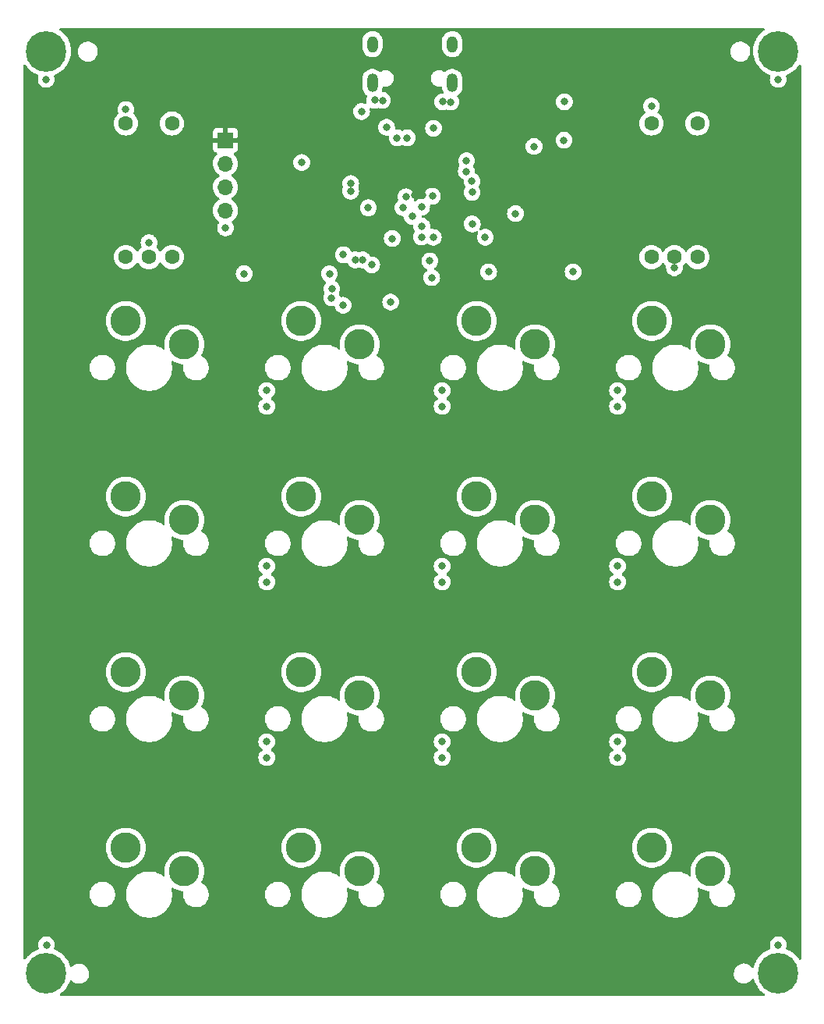
<source format=gbr>
%TF.GenerationSoftware,KiCad,Pcbnew,6.0.9-8da3e8f707~116~ubuntu20.04.1*%
%TF.CreationDate,2023-04-01T10:59:08+02:00*%
%TF.ProjectId,minikey,6d696e69-6b65-4792-9e6b-696361645f70,rev?*%
%TF.SameCoordinates,Original*%
%TF.FileFunction,Copper,L3,Inr*%
%TF.FilePolarity,Positive*%
%FSLAX46Y46*%
G04 Gerber Fmt 4.6, Leading zero omitted, Abs format (unit mm)*
G04 Created by KiCad (PCBNEW 6.0.9-8da3e8f707~116~ubuntu20.04.1) date 2023-04-01 10:59:08*
%MOMM*%
%LPD*%
G01*
G04 APERTURE LIST*
%TA.AperFunction,ComponentPad*%
%ADD10C,0.700000*%
%TD*%
%TA.AperFunction,ComponentPad*%
%ADD11C,4.400000*%
%TD*%
%TA.AperFunction,ComponentPad*%
%ADD12O,1.200000X2.000000*%
%TD*%
%TA.AperFunction,ComponentPad*%
%ADD13O,1.200000X1.800000*%
%TD*%
%TA.AperFunction,ComponentPad*%
%ADD14C,3.300000*%
%TD*%
%TA.AperFunction,ComponentPad*%
%ADD15R,1.700000X1.700000*%
%TD*%
%TA.AperFunction,ComponentPad*%
%ADD16O,1.700000X1.700000*%
%TD*%
%TA.AperFunction,ComponentPad*%
%ADD17C,1.600200*%
%TD*%
%TA.AperFunction,ViaPad*%
%ADD18C,0.800000*%
%TD*%
G04 APERTURE END LIST*
D10*
%TO.N,GND*%
%TO.C,H4*%
X197850000Y-166370000D03*
X196200000Y-164720000D03*
X197850000Y-163070000D03*
X199016726Y-165886726D03*
X196683274Y-165886726D03*
X199016726Y-163553274D03*
D11*
X197850000Y-164720000D03*
D10*
X196683274Y-163553274D03*
X199500000Y-164720000D03*
%TD*%
D12*
%TO.N,unconnected-(U6-Pad0)*%
%TO.C,U6*%
X153790895Y-68166761D03*
D13*
X162441137Y-63966862D03*
X153790895Y-63966862D03*
D12*
X162441137Y-68166761D03*
%TD*%
D14*
%TO.N,Net-(D1-Pad2)*%
%TO.C,SW1*%
X133350000Y-96520000D03*
%TO.N,COL0*%
X127000000Y-93980000D03*
%TD*%
%TO.N,Net-(D9-Pad2)*%
%TO.C,SW10*%
X171450000Y-96520000D03*
%TO.N,COL2*%
X165100000Y-93980000D03*
%TD*%
%TO.N,Net-(D15-Pad2)*%
%TO.C,SW17*%
X190500000Y-134620000D03*
%TO.N,COL3*%
X184150000Y-132080000D03*
%TD*%
D10*
%TO.N,GND*%
%TO.C,H1*%
X118360000Y-63070000D03*
X117193274Y-65886726D03*
X120010000Y-64720000D03*
X119526726Y-65886726D03*
D11*
X118360000Y-64720000D03*
D10*
X118360000Y-66370000D03*
X116710000Y-64720000D03*
X117193274Y-63553274D03*
X119526726Y-63553274D03*
%TD*%
D14*
%TO.N,Net-(D8-Pad2)*%
%TO.C,SW9*%
X152400000Y-153670000D03*
%TO.N,COL1*%
X146050000Y-151130000D03*
%TD*%
%TO.N,Net-(D5-Pad2)*%
%TO.C,SW6*%
X152400000Y-96520000D03*
%TO.N,COL1*%
X146050000Y-93980000D03*
%TD*%
%TO.N,Net-(D10-Pad2)*%
%TO.C,SW11*%
X171450000Y-115570000D03*
%TO.N,COL2*%
X165100000Y-113030000D03*
%TD*%
%TO.N,Net-(D12-Pad2)*%
%TO.C,SW13*%
X171450000Y-153670000D03*
%TO.N,COL2*%
X165100000Y-151130000D03*
%TD*%
%TO.N,Net-(D3-Pad2)*%
%TO.C,SW3*%
X133350000Y-134620000D03*
%TO.N,COL0*%
X127000000Y-132080000D03*
%TD*%
%TO.N,Net-(D11-Pad2)*%
%TO.C,SW12*%
X171450000Y-134620000D03*
%TO.N,COL2*%
X165100000Y-132080000D03*
%TD*%
%TO.N,Net-(D6-Pad2)*%
%TO.C,SW7*%
X152400000Y-115570000D03*
%TO.N,COL1*%
X146050000Y-113030000D03*
%TD*%
%TO.N,Net-(D16-Pad2)*%
%TO.C,SW18*%
X190500000Y-153670000D03*
%TO.N,COL3*%
X184150000Y-151130000D03*
%TD*%
%TO.N,Net-(D2-Pad2)*%
%TO.C,SW2*%
X133350000Y-115570000D03*
%TO.N,COL0*%
X127000000Y-113030000D03*
%TD*%
%TO.N,Net-(D13-Pad2)*%
%TO.C,SW15*%
X190500000Y-96520000D03*
%TO.N,COL3*%
X184150000Y-93980000D03*
%TD*%
%TO.N,Net-(D4-Pad2)*%
%TO.C,SW4*%
X133350000Y-153670000D03*
%TO.N,COL0*%
X127000000Y-151130000D03*
%TD*%
%TO.N,Net-(D7-Pad2)*%
%TO.C,SW8*%
X152400000Y-134620000D03*
%TO.N,COL1*%
X146050000Y-132080000D03*
%TD*%
D10*
%TO.N,GND*%
%TO.C,H2*%
X117193274Y-163573274D03*
X117193274Y-165906726D03*
X119526726Y-165906726D03*
X116710000Y-164740000D03*
D11*
X118360000Y-164740000D03*
D10*
X120010000Y-164740000D03*
X118360000Y-166390000D03*
X119526726Y-163573274D03*
X118360000Y-163090000D03*
%TD*%
%TO.N,GND*%
%TO.C,H3*%
X199016726Y-65886726D03*
X199500000Y-64720000D03*
X196683274Y-65886726D03*
D11*
X197850000Y-64720000D03*
D10*
X197850000Y-66370000D03*
X196200000Y-64720000D03*
X197850000Y-63070000D03*
X199016726Y-63553274D03*
X196683274Y-63553274D03*
%TD*%
D14*
%TO.N,Net-(D14-Pad2)*%
%TO.C,SW16*%
X190500000Y-115570000D03*
%TO.N,COL3*%
X184150000Y-113030000D03*
%TD*%
D15*
%TO.N,+3V3*%
%TO.C,J1*%
X137820000Y-74380000D03*
D16*
%TO.N,SWDIO*%
X137820000Y-76920000D03*
%TO.N,SWCLK*%
X137820000Y-79460000D03*
%TO.N,GND*%
X137820000Y-82000000D03*
%TD*%
D17*
%TO.N,ROT1_BTN*%
%TO.C,U7*%
X132008450Y-72558908D03*
%TO.N,GND*%
X127008450Y-72558908D03*
%TO.N,ROT1_A*%
X132008450Y-87058908D03*
%TO.N,GND*%
X129508450Y-87058908D03*
%TO.N,ROT1_B*%
X127008450Y-87058908D03*
%TD*%
%TO.N,ROT2_BTN*%
%TO.C,U8*%
X189088450Y-72568908D03*
%TO.N,GND*%
X184088450Y-72568908D03*
%TO.N,ROT2_A*%
X189088450Y-87068908D03*
%TO.N,GND*%
X186588450Y-87068908D03*
%TO.N,ROT2_B*%
X184088450Y-87068908D03*
%TD*%
D18*
%TO.N,GND*%
X184090000Y-70680000D03*
X197860000Y-161680000D03*
X163990000Y-77760000D03*
X152730000Y-87360000D03*
X157570000Y-74120000D03*
X166400000Y-88670000D03*
X197850000Y-67790000D03*
X154870000Y-70070000D03*
X159140000Y-83700000D03*
X137830000Y-83880000D03*
X155760000Y-91930000D03*
X160420000Y-73080000D03*
X153340000Y-81710000D03*
X151430000Y-79079569D03*
X169320000Y-82350000D03*
X174630000Y-70220000D03*
X164630000Y-83460000D03*
X159120000Y-81640000D03*
X156470000Y-74120000D03*
X164610000Y-80030000D03*
X154030000Y-70050000D03*
X118380000Y-161670000D03*
X150600000Y-92280000D03*
X151420000Y-79900500D03*
X153710000Y-87900000D03*
X164000000Y-76610000D03*
X149370000Y-90500000D03*
X171330000Y-75060000D03*
X149360000Y-91480000D03*
X157100000Y-81690000D03*
X158110000Y-82660000D03*
X174590000Y-74380000D03*
X129520000Y-85490000D03*
X139850000Y-88850000D03*
X151910000Y-87360000D03*
X162270000Y-70230000D03*
X175580000Y-88660000D03*
X186580000Y-88220000D03*
X152600000Y-71270000D03*
X118360000Y-67770000D03*
X146100000Y-76790000D03*
X160220000Y-89280000D03*
X164600000Y-78840000D03*
X149110000Y-88880000D03*
X161415554Y-70220000D03*
X127000000Y-71050000D03*
X155320000Y-72970000D03*
%TO.N,+3V3*%
X166160145Y-82704014D03*
X155780000Y-80370000D03*
X160480000Y-83680000D03*
X150320000Y-72940000D03*
X172490000Y-79190000D03*
X161960000Y-79380000D03*
X142610000Y-71200000D03*
X159260000Y-80350000D03*
X174440000Y-77170000D03*
X157367465Y-88347465D03*
X152360000Y-83650000D03*
X173240000Y-77700000D03*
X139380000Y-74370000D03*
X158410000Y-80340000D03*
%TO.N,RUN*%
X166030000Y-84910000D03*
X160016878Y-87473122D03*
%TO.N,SWDIO*%
X160400000Y-84900000D03*
%TO.N,SWCLK*%
X159120000Y-84890000D03*
%TO.N,COL1*%
X142303500Y-122301000D03*
X155930000Y-85040000D03*
X142303500Y-120586500D03*
X150630000Y-86811500D03*
X142303500Y-141351000D03*
X142303500Y-103251000D03*
X142303500Y-101536500D03*
X142303500Y-139636500D03*
%TO.N,COL2*%
X161353500Y-141351000D03*
X161353500Y-101536500D03*
X161353500Y-120586500D03*
X161353500Y-139636500D03*
X161353500Y-122301000D03*
X161353500Y-103251000D03*
%TO.N,COL3*%
X180403500Y-103251000D03*
X180403500Y-101536500D03*
X180403500Y-139636500D03*
X180403500Y-120586500D03*
X180403500Y-122301000D03*
X180403500Y-141351000D03*
%TO.N,+1V1*%
X157428242Y-80527498D03*
X160300000Y-80450000D03*
%TD*%
%TA.AperFunction,Conductor*%
%TO.N,+3V3*%
G36*
X196350316Y-62248502D02*
G01*
X196396809Y-62302158D01*
X196406913Y-62372432D01*
X196377419Y-62437012D01*
X196346618Y-62462785D01*
X196328074Y-62473817D01*
X196328068Y-62473821D01*
X196324814Y-62475757D01*
X196321812Y-62478073D01*
X196093275Y-62654389D01*
X196066244Y-62675243D01*
X196063534Y-62677911D01*
X195839004Y-62898942D01*
X195833513Y-62904347D01*
X195831149Y-62907314D01*
X195831146Y-62907317D01*
X195814220Y-62928558D01*
X195629991Y-63159751D01*
X195458626Y-63437757D01*
X195448551Y-63459611D01*
X195329449Y-63717966D01*
X195321902Y-63734336D01*
X195320741Y-63737940D01*
X195320741Y-63737941D01*
X195312196Y-63764477D01*
X195221797Y-64045192D01*
X195221079Y-64048903D01*
X195221078Y-64048907D01*
X195160482Y-64362105D01*
X195160481Y-64362114D01*
X195159763Y-64365824D01*
X195159496Y-64369600D01*
X195159495Y-64369605D01*
X195144377Y-64583125D01*
X195136698Y-64691585D01*
X195141316Y-64784351D01*
X195149363Y-64945981D01*
X195152936Y-65017759D01*
X195153577Y-65021490D01*
X195153578Y-65021498D01*
X195204825Y-65319737D01*
X195208241Y-65339619D01*
X195209329Y-65343258D01*
X195209330Y-65343261D01*
X195269315Y-65543834D01*
X195301814Y-65652504D01*
X195303327Y-65655975D01*
X195303329Y-65655981D01*
X195377953Y-65827195D01*
X195432297Y-65951881D01*
X195434220Y-65955152D01*
X195434222Y-65955156D01*
X195476584Y-66027215D01*
X195597802Y-66233414D01*
X195600103Y-66236429D01*
X195793631Y-66490012D01*
X195793636Y-66490017D01*
X195795931Y-66493025D01*
X195857931Y-66556670D01*
X196013504Y-66716369D01*
X196023814Y-66726953D01*
X196113207Y-66798955D01*
X196275196Y-66929431D01*
X196275201Y-66929435D01*
X196278149Y-66931809D01*
X196555253Y-67104627D01*
X196851112Y-67242903D01*
X196854728Y-67244088D01*
X196854732Y-67244090D01*
X196931781Y-67269349D01*
X196990281Y-67309576D01*
X197017746Y-67375045D01*
X197012363Y-67428015D01*
X196956458Y-67600072D01*
X196955768Y-67606633D01*
X196955768Y-67606635D01*
X196944806Y-67710931D01*
X196936496Y-67790000D01*
X196956458Y-67979928D01*
X197015473Y-68161556D01*
X197110960Y-68326944D01*
X197115378Y-68331851D01*
X197115379Y-68331852D01*
X197166515Y-68388644D01*
X197238747Y-68468866D01*
X197393248Y-68581118D01*
X197399276Y-68583802D01*
X197399278Y-68583803D01*
X197546462Y-68649333D01*
X197567712Y-68658794D01*
X197645950Y-68675424D01*
X197748056Y-68697128D01*
X197748061Y-68697128D01*
X197754513Y-68698500D01*
X197945487Y-68698500D01*
X197951939Y-68697128D01*
X197951944Y-68697128D01*
X198054050Y-68675424D01*
X198132288Y-68658794D01*
X198153538Y-68649333D01*
X198300722Y-68583803D01*
X198300724Y-68583802D01*
X198306752Y-68581118D01*
X198461253Y-68468866D01*
X198533485Y-68388644D01*
X198584621Y-68331852D01*
X198584622Y-68331851D01*
X198589040Y-68326944D01*
X198684527Y-68161556D01*
X198743542Y-67979928D01*
X198763504Y-67790000D01*
X198755194Y-67710931D01*
X198744232Y-67606635D01*
X198744232Y-67606633D01*
X198743542Y-67600072D01*
X198688752Y-67431447D01*
X198686724Y-67360480D01*
X198723387Y-67299682D01*
X198765819Y-67274011D01*
X198769149Y-67273034D01*
X199069205Y-67144119D01*
X199351601Y-66980091D01*
X199612245Y-66783324D01*
X199847363Y-66556670D01*
X200053549Y-66303410D01*
X200108939Y-66215622D01*
X200162205Y-66168685D01*
X200232392Y-66157996D01*
X200297217Y-66186951D01*
X200336096Y-66246355D01*
X200341500Y-66282859D01*
X200341500Y-163153521D01*
X200321498Y-163221642D01*
X200267842Y-163268135D01*
X200197568Y-163278239D01*
X200132988Y-163248745D01*
X200107557Y-163218515D01*
X200086226Y-163183084D01*
X200083899Y-163180100D01*
X200083894Y-163180093D01*
X199887726Y-162928558D01*
X199887724Y-162928556D01*
X199885390Y-162925563D01*
X199655070Y-162694034D01*
X199398603Y-162491852D01*
X199119705Y-162321945D01*
X199116261Y-162320379D01*
X199116257Y-162320377D01*
X199005667Y-162270095D01*
X198822414Y-162186775D01*
X198787683Y-162175791D01*
X198728767Y-162136181D01*
X198700617Y-162071004D01*
X198705846Y-162016721D01*
X198751502Y-161876206D01*
X198753542Y-161869928D01*
X198773504Y-161680000D01*
X198753542Y-161490072D01*
X198694527Y-161308444D01*
X198688754Y-161298444D01*
X198602341Y-161148774D01*
X198599040Y-161143056D01*
X198471253Y-161001134D01*
X198316752Y-160888882D01*
X198310724Y-160886198D01*
X198310722Y-160886197D01*
X198148319Y-160813891D01*
X198148318Y-160813891D01*
X198142288Y-160811206D01*
X198048888Y-160791353D01*
X197961944Y-160772872D01*
X197961939Y-160772872D01*
X197955487Y-160771500D01*
X197764513Y-160771500D01*
X197758061Y-160772872D01*
X197758056Y-160772872D01*
X197671112Y-160791353D01*
X197577712Y-160811206D01*
X197571682Y-160813891D01*
X197571681Y-160813891D01*
X197409278Y-160886197D01*
X197409276Y-160886198D01*
X197403248Y-160888882D01*
X197248747Y-161001134D01*
X197120960Y-161143056D01*
X197117659Y-161148774D01*
X197031247Y-161298444D01*
X197025473Y-161308444D01*
X196966458Y-161490072D01*
X196946496Y-161680000D01*
X196966458Y-161869928D01*
X196968498Y-161876206D01*
X197011893Y-162009763D01*
X197013920Y-162080731D01*
X196977258Y-162141528D01*
X196928792Y-162169226D01*
X196907795Y-162175625D01*
X196907791Y-162175627D01*
X196904167Y-162176731D01*
X196605477Y-162308781D01*
X196496144Y-162373827D01*
X196328074Y-162473817D01*
X196328068Y-162473821D01*
X196324814Y-162475757D01*
X196066244Y-162675243D01*
X195833513Y-162904347D01*
X195831149Y-162907314D01*
X195831146Y-162907317D01*
X195815209Y-162927317D01*
X195629991Y-163159751D01*
X195458626Y-163437757D01*
X195457037Y-163441204D01*
X195325761Y-163725966D01*
X195321902Y-163734336D01*
X195221797Y-164045192D01*
X195215043Y-164080102D01*
X195182466Y-164143183D01*
X195120957Y-164178638D01*
X195050043Y-164175210D01*
X194990379Y-164131558D01*
X194961400Y-164092751D01*
X194928893Y-164049219D01*
X194782530Y-163913922D01*
X194777647Y-163910841D01*
X194777643Y-163910838D01*
X194618846Y-163810645D01*
X194618841Y-163810643D01*
X194613962Y-163807564D01*
X194428834Y-163733705D01*
X194255588Y-163699244D01*
X194239013Y-163695947D01*
X194233347Y-163694820D01*
X194227572Y-163694744D01*
X194227568Y-163694744D01*
X194128088Y-163693442D01*
X194034047Y-163692211D01*
X194028350Y-163693190D01*
X194028349Y-163693190D01*
X193986117Y-163700447D01*
X193837608Y-163725966D01*
X193650611Y-163794953D01*
X193479316Y-163896862D01*
X193329461Y-164028281D01*
X193206065Y-164184809D01*
X193203376Y-164189920D01*
X193203374Y-164189923D01*
X193152901Y-164285857D01*
X193113260Y-164361202D01*
X193054154Y-164551554D01*
X193030727Y-164749489D01*
X193032596Y-164778000D01*
X193043763Y-164948380D01*
X193045184Y-164953976D01*
X193045185Y-164953981D01*
X193091405Y-165135969D01*
X193092826Y-165141564D01*
X193095243Y-165146807D01*
X193131519Y-165225496D01*
X193176272Y-165322573D01*
X193179605Y-165327289D01*
X193260882Y-165442293D01*
X193291307Y-165485344D01*
X193434078Y-165624425D01*
X193599804Y-165735160D01*
X193605107Y-165737438D01*
X193605110Y-165737440D01*
X193777628Y-165811559D01*
X193782935Y-165813839D01*
X193855016Y-165830149D01*
X193971701Y-165856553D01*
X193971707Y-165856554D01*
X193977338Y-165857828D01*
X193983109Y-165858055D01*
X193983111Y-165858055D01*
X194044056Y-165860449D01*
X194176501Y-165865653D01*
X194276459Y-165851160D01*
X194368035Y-165837883D01*
X194368040Y-165837882D01*
X194373756Y-165837053D01*
X194379228Y-165835195D01*
X194379230Y-165835195D01*
X194557032Y-165774839D01*
X194557034Y-165774838D01*
X194562496Y-165772984D01*
X194736399Y-165675594D01*
X194889643Y-165548143D01*
X195017094Y-165394899D01*
X195018322Y-165395920D01*
X195067554Y-165355857D01*
X195138106Y-165347930D01*
X195201744Y-165379406D01*
X195237045Y-165435932D01*
X195294377Y-165627635D01*
X195301814Y-165652504D01*
X195303327Y-165655975D01*
X195303329Y-165655981D01*
X195356286Y-165777484D01*
X195432297Y-165951881D01*
X195597802Y-166233414D01*
X195600103Y-166236429D01*
X195793631Y-166490012D01*
X195793636Y-166490017D01*
X195795931Y-166493025D01*
X195798575Y-166495739D01*
X195978516Y-166680453D01*
X196023814Y-166726953D01*
X196154186Y-166831962D01*
X196275196Y-166929431D01*
X196275201Y-166929435D01*
X196278149Y-166931809D01*
X196281371Y-166933818D01*
X196281376Y-166933822D01*
X196353156Y-166978588D01*
X196400373Y-167031607D01*
X196411429Y-167101738D01*
X196382815Y-167166713D01*
X196323615Y-167205903D01*
X196286480Y-167211500D01*
X157783000Y-167211508D01*
X119957569Y-167211516D01*
X119889448Y-167191514D01*
X119842955Y-167137858D01*
X119832851Y-167067584D01*
X119862345Y-167003004D01*
X119881652Y-166984954D01*
X120119221Y-166805607D01*
X120119222Y-166805606D01*
X120122245Y-166803324D01*
X120357363Y-166576670D01*
X120563549Y-166323410D01*
X120620332Y-166233414D01*
X120735788Y-166050428D01*
X120735790Y-166050425D01*
X120737815Y-166047215D01*
X120877638Y-165752084D01*
X120881023Y-165741940D01*
X120933736Y-165583936D01*
X120974269Y-165525647D01*
X121039880Y-165498524D01*
X121109740Y-165511180D01*
X121141178Y-165533555D01*
X121239078Y-165628925D01*
X121404804Y-165739660D01*
X121410107Y-165741938D01*
X121410110Y-165741940D01*
X121582628Y-165816059D01*
X121587935Y-165818339D01*
X121660016Y-165834649D01*
X121776701Y-165861053D01*
X121776707Y-165861054D01*
X121782338Y-165862328D01*
X121788109Y-165862555D01*
X121788111Y-165862555D01*
X121849056Y-165864949D01*
X121981501Y-165870153D01*
X122081459Y-165855660D01*
X122173035Y-165842383D01*
X122173040Y-165842382D01*
X122178756Y-165841553D01*
X122184228Y-165839695D01*
X122184230Y-165839695D01*
X122362032Y-165779339D01*
X122362034Y-165779338D01*
X122367496Y-165777484D01*
X122541399Y-165680094D01*
X122694643Y-165552643D01*
X122822094Y-165399399D01*
X122919484Y-165225496D01*
X122946196Y-165146807D01*
X122981695Y-165042230D01*
X122981695Y-165042228D01*
X122983553Y-165036756D01*
X122984382Y-165031040D01*
X122984383Y-165031035D01*
X123001418Y-164913539D01*
X123012153Y-164839501D01*
X123013646Y-164782500D01*
X122995408Y-164584019D01*
X122984697Y-164546039D01*
X122942873Y-164397744D01*
X122942872Y-164397742D01*
X122941305Y-164392185D01*
X122928306Y-164365824D01*
X122855705Y-164218604D01*
X122853150Y-164213423D01*
X122733893Y-164053719D01*
X122587530Y-163918422D01*
X122582647Y-163915341D01*
X122582643Y-163915338D01*
X122423846Y-163815145D01*
X122423841Y-163815143D01*
X122418962Y-163812064D01*
X122233834Y-163738205D01*
X122038347Y-163699320D01*
X122032572Y-163699244D01*
X122032568Y-163699244D01*
X121933088Y-163697942D01*
X121839047Y-163696711D01*
X121833350Y-163697690D01*
X121833349Y-163697690D01*
X121817305Y-163700447D01*
X121642608Y-163730466D01*
X121455611Y-163799453D01*
X121450649Y-163802405D01*
X121441978Y-163807564D01*
X121284316Y-163901362D01*
X121229170Y-163949724D01*
X121156185Y-164013729D01*
X121091781Y-164043606D01*
X121021448Y-164033920D01*
X120967517Y-163987747D01*
X120952775Y-163956361D01*
X120940037Y-163915338D01*
X120898282Y-163780863D01*
X120764670Y-163482869D01*
X120596226Y-163203084D01*
X120593899Y-163200100D01*
X120593894Y-163200093D01*
X120397726Y-162948558D01*
X120397724Y-162948556D01*
X120395390Y-162945563D01*
X120165070Y-162714034D01*
X119908603Y-162511852D01*
X119629705Y-162341945D01*
X119626261Y-162340379D01*
X119626257Y-162340377D01*
X119515667Y-162290095D01*
X119332414Y-162206775D01*
X119297914Y-162195864D01*
X119238995Y-162156252D01*
X119210846Y-162091074D01*
X119216075Y-162036793D01*
X119271502Y-161866206D01*
X119271503Y-161866203D01*
X119273542Y-161859928D01*
X119293504Y-161670000D01*
X119273542Y-161480072D01*
X119214527Y-161298444D01*
X119119040Y-161133056D01*
X118991253Y-160991134D01*
X118892157Y-160919136D01*
X118842094Y-160882763D01*
X118842093Y-160882762D01*
X118836752Y-160878882D01*
X118830724Y-160876198D01*
X118830722Y-160876197D01*
X118668319Y-160803891D01*
X118668318Y-160803891D01*
X118662288Y-160801206D01*
X118568888Y-160781353D01*
X118481944Y-160762872D01*
X118481939Y-160762872D01*
X118475487Y-160761500D01*
X118284513Y-160761500D01*
X118278061Y-160762872D01*
X118278056Y-160762872D01*
X118191112Y-160781353D01*
X118097712Y-160801206D01*
X118091682Y-160803891D01*
X118091681Y-160803891D01*
X117929278Y-160876197D01*
X117929276Y-160876198D01*
X117923248Y-160878882D01*
X117917907Y-160882762D01*
X117917906Y-160882763D01*
X117867843Y-160919136D01*
X117768747Y-160991134D01*
X117640960Y-161133056D01*
X117545473Y-161298444D01*
X117486458Y-161480072D01*
X117466496Y-161670000D01*
X117486458Y-161859928D01*
X117539862Y-162024287D01*
X117541890Y-162095253D01*
X117505227Y-162156051D01*
X117456762Y-162183749D01*
X117414167Y-162196731D01*
X117115477Y-162328781D01*
X117090041Y-162343914D01*
X116838074Y-162493817D01*
X116838068Y-162493821D01*
X116834814Y-162495757D01*
X116831812Y-162498073D01*
X116602168Y-162675243D01*
X116576244Y-162695243D01*
X116573534Y-162697911D01*
X116360813Y-162907317D01*
X116343513Y-162924347D01*
X116341149Y-162927314D01*
X116341146Y-162927317D01*
X116324220Y-162948558D01*
X116139991Y-163179751D01*
X116138000Y-163182981D01*
X116121424Y-163209872D01*
X116068651Y-163257366D01*
X115998580Y-163268789D01*
X115933456Y-163240515D01*
X115893956Y-163181520D01*
X115888164Y-163143781D01*
X115888120Y-162921681D01*
X115886761Y-156144593D01*
X123073039Y-156144593D01*
X123081848Y-156379216D01*
X123082943Y-156384434D01*
X123107794Y-156502871D01*
X123130062Y-156609001D01*
X123216302Y-156827377D01*
X123338104Y-157028100D01*
X123491985Y-157205432D01*
X123496117Y-157208820D01*
X123669416Y-157350917D01*
X123669422Y-157350921D01*
X123673544Y-157354301D01*
X123678180Y-157356940D01*
X123678183Y-157356942D01*
X123789408Y-157420255D01*
X123877590Y-157470451D01*
X124098289Y-157550561D01*
X124103538Y-157551510D01*
X124103541Y-157551511D01*
X124184615Y-157566171D01*
X124329330Y-157592340D01*
X124333469Y-157592535D01*
X124333476Y-157592536D01*
X124352440Y-157593430D01*
X124352449Y-157593430D01*
X124353929Y-157593500D01*
X124518950Y-157593500D01*
X124600299Y-157586597D01*
X124688637Y-157579102D01*
X124688641Y-157579101D01*
X124693948Y-157578651D01*
X124699103Y-157577313D01*
X124699109Y-157577312D01*
X124916035Y-157521009D01*
X124916034Y-157521009D01*
X124921206Y-157519667D01*
X124926072Y-157517475D01*
X124926075Y-157517474D01*
X125130417Y-157425424D01*
X125130420Y-157425423D01*
X125135278Y-157423234D01*
X125330041Y-157292112D01*
X125499927Y-157130049D01*
X125640078Y-156941679D01*
X125700719Y-156822408D01*
X125744069Y-156737144D01*
X125744069Y-156737143D01*
X125746487Y-156732388D01*
X125816111Y-156508160D01*
X125833202Y-156379216D01*
X125834763Y-156367438D01*
X127037600Y-156367438D01*
X127077064Y-156679830D01*
X127155370Y-156984813D01*
X127271284Y-157277577D01*
X127273186Y-157281036D01*
X127273187Y-157281039D01*
X127405112Y-157521009D01*
X127422976Y-157553504D01*
X127608055Y-157808244D01*
X127823602Y-158037778D01*
X128066218Y-158238487D01*
X128332076Y-158407206D01*
X128335655Y-158408890D01*
X128335662Y-158408894D01*
X128613394Y-158539584D01*
X128613398Y-158539586D01*
X128616984Y-158541273D01*
X128916448Y-158638575D01*
X129225746Y-158697577D01*
X129319300Y-158703463D01*
X129459358Y-158712275D01*
X129459374Y-158712276D01*
X129461353Y-158712400D01*
X129618647Y-158712400D01*
X129620626Y-158712276D01*
X129620642Y-158712275D01*
X129760700Y-158703463D01*
X129854254Y-158697577D01*
X130163552Y-158638575D01*
X130463016Y-158541273D01*
X130466602Y-158539586D01*
X130466606Y-158539584D01*
X130744338Y-158408894D01*
X130744345Y-158408890D01*
X130747924Y-158407206D01*
X131013782Y-158238487D01*
X131256398Y-158037778D01*
X131471945Y-157808244D01*
X131657024Y-157553504D01*
X131674889Y-157521009D01*
X131806813Y-157281039D01*
X131806814Y-157281036D01*
X131808716Y-157277577D01*
X131924630Y-156984813D01*
X132002936Y-156679830D01*
X132042400Y-156367438D01*
X132042400Y-156052562D01*
X132002936Y-155740170D01*
X132001949Y-155736328D01*
X132001948Y-155736320D01*
X131969127Y-155608489D01*
X131971559Y-155537534D01*
X132011967Y-155479158D01*
X132077520Y-155451895D01*
X132147407Y-155464401D01*
X132158124Y-155470417D01*
X132323976Y-155574456D01*
X132323980Y-155574458D01*
X132327616Y-155576739D01*
X132461733Y-155637295D01*
X132591937Y-155696085D01*
X132591941Y-155696087D01*
X132595849Y-155697851D01*
X132599968Y-155699071D01*
X132873924Y-155780221D01*
X132873929Y-155780222D01*
X132878037Y-155781439D01*
X132882271Y-155782087D01*
X132882276Y-155782088D01*
X133151083Y-155823221D01*
X133215394Y-155853297D01*
X133253236Y-155913368D01*
X133256932Y-155964327D01*
X133246092Y-156046116D01*
X133233039Y-156144593D01*
X133241848Y-156379216D01*
X133242943Y-156384434D01*
X133267794Y-156502871D01*
X133290062Y-156609001D01*
X133376302Y-156827377D01*
X133498104Y-157028100D01*
X133651985Y-157205432D01*
X133656117Y-157208820D01*
X133829416Y-157350917D01*
X133829422Y-157350921D01*
X133833544Y-157354301D01*
X133838180Y-157356940D01*
X133838183Y-157356942D01*
X133949408Y-157420255D01*
X134037590Y-157470451D01*
X134258289Y-157550561D01*
X134263538Y-157551510D01*
X134263541Y-157551511D01*
X134344615Y-157566171D01*
X134489330Y-157592340D01*
X134493469Y-157592535D01*
X134493476Y-157592536D01*
X134512440Y-157593430D01*
X134512449Y-157593430D01*
X134513929Y-157593500D01*
X134678950Y-157593500D01*
X134760299Y-157586597D01*
X134848637Y-157579102D01*
X134848641Y-157579101D01*
X134853948Y-157578651D01*
X134859103Y-157577313D01*
X134859109Y-157577312D01*
X135076035Y-157521009D01*
X135076034Y-157521009D01*
X135081206Y-157519667D01*
X135086072Y-157517475D01*
X135086075Y-157517474D01*
X135290417Y-157425424D01*
X135290420Y-157425423D01*
X135295278Y-157423234D01*
X135490041Y-157292112D01*
X135659927Y-157130049D01*
X135800078Y-156941679D01*
X135860719Y-156822408D01*
X135904069Y-156737144D01*
X135904069Y-156737143D01*
X135906487Y-156732388D01*
X135976111Y-156508160D01*
X135993202Y-156379216D01*
X136006261Y-156280690D01*
X136006261Y-156280687D01*
X136006961Y-156275407D01*
X136002050Y-156144593D01*
X142123039Y-156144593D01*
X142131848Y-156379216D01*
X142132943Y-156384434D01*
X142157794Y-156502871D01*
X142180062Y-156609001D01*
X142266302Y-156827377D01*
X142388104Y-157028100D01*
X142541985Y-157205432D01*
X142546117Y-157208820D01*
X142719416Y-157350917D01*
X142719422Y-157350921D01*
X142723544Y-157354301D01*
X142728180Y-157356940D01*
X142728183Y-157356942D01*
X142839408Y-157420255D01*
X142927590Y-157470451D01*
X143148289Y-157550561D01*
X143153538Y-157551510D01*
X143153541Y-157551511D01*
X143234615Y-157566171D01*
X143379330Y-157592340D01*
X143383469Y-157592535D01*
X143383476Y-157592536D01*
X143402440Y-157593430D01*
X143402449Y-157593430D01*
X143403929Y-157593500D01*
X143568950Y-157593500D01*
X143650299Y-157586597D01*
X143738637Y-157579102D01*
X143738641Y-157579101D01*
X143743948Y-157578651D01*
X143749103Y-157577313D01*
X143749109Y-157577312D01*
X143966035Y-157521009D01*
X143966034Y-157521009D01*
X143971206Y-157519667D01*
X143976072Y-157517475D01*
X143976075Y-157517474D01*
X144180417Y-157425424D01*
X144180420Y-157425423D01*
X144185278Y-157423234D01*
X144380041Y-157292112D01*
X144549927Y-157130049D01*
X144690078Y-156941679D01*
X144750719Y-156822408D01*
X144794069Y-156737144D01*
X144794069Y-156737143D01*
X144796487Y-156732388D01*
X144866111Y-156508160D01*
X144883202Y-156379216D01*
X144884763Y-156367438D01*
X146087600Y-156367438D01*
X146127064Y-156679830D01*
X146205370Y-156984813D01*
X146321284Y-157277577D01*
X146323186Y-157281036D01*
X146323187Y-157281039D01*
X146455112Y-157521009D01*
X146472976Y-157553504D01*
X146658055Y-157808244D01*
X146873602Y-158037778D01*
X147116218Y-158238487D01*
X147382076Y-158407206D01*
X147385655Y-158408890D01*
X147385662Y-158408894D01*
X147663394Y-158539584D01*
X147663398Y-158539586D01*
X147666984Y-158541273D01*
X147966448Y-158638575D01*
X148275746Y-158697577D01*
X148369300Y-158703463D01*
X148509358Y-158712275D01*
X148509374Y-158712276D01*
X148511353Y-158712400D01*
X148668647Y-158712400D01*
X148670626Y-158712276D01*
X148670642Y-158712275D01*
X148810700Y-158703463D01*
X148904254Y-158697577D01*
X149213552Y-158638575D01*
X149513016Y-158541273D01*
X149516602Y-158539586D01*
X149516606Y-158539584D01*
X149794338Y-158408894D01*
X149794345Y-158408890D01*
X149797924Y-158407206D01*
X150063782Y-158238487D01*
X150306398Y-158037778D01*
X150521945Y-157808244D01*
X150707024Y-157553504D01*
X150724889Y-157521009D01*
X150856813Y-157281039D01*
X150856814Y-157281036D01*
X150858716Y-157277577D01*
X150974630Y-156984813D01*
X151052936Y-156679830D01*
X151092400Y-156367438D01*
X151092400Y-156052562D01*
X151052936Y-155740170D01*
X151051949Y-155736328D01*
X151051948Y-155736320D01*
X151019127Y-155608489D01*
X151021559Y-155537534D01*
X151061967Y-155479158D01*
X151127520Y-155451895D01*
X151197407Y-155464401D01*
X151208124Y-155470417D01*
X151373976Y-155574456D01*
X151373980Y-155574458D01*
X151377616Y-155576739D01*
X151511733Y-155637295D01*
X151641937Y-155696085D01*
X151641941Y-155696087D01*
X151645849Y-155697851D01*
X151649968Y-155699071D01*
X151923924Y-155780221D01*
X151923929Y-155780222D01*
X151928037Y-155781439D01*
X151932271Y-155782087D01*
X151932276Y-155782088D01*
X152201083Y-155823221D01*
X152265394Y-155853297D01*
X152303236Y-155913368D01*
X152306932Y-155964327D01*
X152296092Y-156046116D01*
X152283039Y-156144593D01*
X152291848Y-156379216D01*
X152292943Y-156384434D01*
X152317794Y-156502871D01*
X152340062Y-156609001D01*
X152426302Y-156827377D01*
X152548104Y-157028100D01*
X152701985Y-157205432D01*
X152706117Y-157208820D01*
X152879416Y-157350917D01*
X152879422Y-157350921D01*
X152883544Y-157354301D01*
X152888180Y-157356940D01*
X152888183Y-157356942D01*
X152999408Y-157420255D01*
X153087590Y-157470451D01*
X153308289Y-157550561D01*
X153313538Y-157551510D01*
X153313541Y-157551511D01*
X153394615Y-157566171D01*
X153539330Y-157592340D01*
X153543469Y-157592535D01*
X153543476Y-157592536D01*
X153562440Y-157593430D01*
X153562449Y-157593430D01*
X153563929Y-157593500D01*
X153728950Y-157593500D01*
X153810299Y-157586597D01*
X153898637Y-157579102D01*
X153898641Y-157579101D01*
X153903948Y-157578651D01*
X153909103Y-157577313D01*
X153909109Y-157577312D01*
X154126035Y-157521009D01*
X154126034Y-157521009D01*
X154131206Y-157519667D01*
X154136072Y-157517475D01*
X154136075Y-157517474D01*
X154340417Y-157425424D01*
X154340420Y-157425423D01*
X154345278Y-157423234D01*
X154540041Y-157292112D01*
X154709927Y-157130049D01*
X154850078Y-156941679D01*
X154910719Y-156822408D01*
X154954069Y-156737144D01*
X154954069Y-156737143D01*
X154956487Y-156732388D01*
X155026111Y-156508160D01*
X155043202Y-156379216D01*
X155056261Y-156280690D01*
X155056261Y-156280687D01*
X155056961Y-156275407D01*
X155052050Y-156144593D01*
X161173039Y-156144593D01*
X161181848Y-156379216D01*
X161182943Y-156384434D01*
X161207794Y-156502871D01*
X161230062Y-156609001D01*
X161316302Y-156827377D01*
X161438104Y-157028100D01*
X161591985Y-157205432D01*
X161596117Y-157208820D01*
X161769416Y-157350917D01*
X161769422Y-157350921D01*
X161773544Y-157354301D01*
X161778180Y-157356940D01*
X161778183Y-157356942D01*
X161889408Y-157420255D01*
X161977590Y-157470451D01*
X162198289Y-157550561D01*
X162203538Y-157551510D01*
X162203541Y-157551511D01*
X162284615Y-157566171D01*
X162429330Y-157592340D01*
X162433469Y-157592535D01*
X162433476Y-157592536D01*
X162452440Y-157593430D01*
X162452449Y-157593430D01*
X162453929Y-157593500D01*
X162618950Y-157593500D01*
X162700299Y-157586597D01*
X162788637Y-157579102D01*
X162788641Y-157579101D01*
X162793948Y-157578651D01*
X162799103Y-157577313D01*
X162799109Y-157577312D01*
X163016035Y-157521009D01*
X163016034Y-157521009D01*
X163021206Y-157519667D01*
X163026072Y-157517475D01*
X163026075Y-157517474D01*
X163230417Y-157425424D01*
X163230420Y-157425423D01*
X163235278Y-157423234D01*
X163430041Y-157292112D01*
X163599927Y-157130049D01*
X163740078Y-156941679D01*
X163800719Y-156822408D01*
X163844069Y-156737144D01*
X163844069Y-156737143D01*
X163846487Y-156732388D01*
X163916111Y-156508160D01*
X163933202Y-156379216D01*
X163934763Y-156367438D01*
X165137600Y-156367438D01*
X165177064Y-156679830D01*
X165255370Y-156984813D01*
X165371284Y-157277577D01*
X165373186Y-157281036D01*
X165373187Y-157281039D01*
X165505112Y-157521009D01*
X165522976Y-157553504D01*
X165708055Y-157808244D01*
X165923602Y-158037778D01*
X166166218Y-158238487D01*
X166432076Y-158407206D01*
X166435655Y-158408890D01*
X166435662Y-158408894D01*
X166713394Y-158539584D01*
X166713398Y-158539586D01*
X166716984Y-158541273D01*
X167016448Y-158638575D01*
X167325746Y-158697577D01*
X167419300Y-158703463D01*
X167559358Y-158712275D01*
X167559374Y-158712276D01*
X167561353Y-158712400D01*
X167718647Y-158712400D01*
X167720626Y-158712276D01*
X167720642Y-158712275D01*
X167860700Y-158703463D01*
X167954254Y-158697577D01*
X168263552Y-158638575D01*
X168563016Y-158541273D01*
X168566602Y-158539586D01*
X168566606Y-158539584D01*
X168844338Y-158408894D01*
X168844345Y-158408890D01*
X168847924Y-158407206D01*
X169113782Y-158238487D01*
X169356398Y-158037778D01*
X169571945Y-157808244D01*
X169757024Y-157553504D01*
X169774889Y-157521009D01*
X169906813Y-157281039D01*
X169906814Y-157281036D01*
X169908716Y-157277577D01*
X170024630Y-156984813D01*
X170102936Y-156679830D01*
X170142400Y-156367438D01*
X170142400Y-156052562D01*
X170102936Y-155740170D01*
X170101949Y-155736328D01*
X170101948Y-155736320D01*
X170069127Y-155608489D01*
X170071559Y-155537534D01*
X170111967Y-155479158D01*
X170177520Y-155451895D01*
X170247407Y-155464401D01*
X170258124Y-155470417D01*
X170423976Y-155574456D01*
X170423980Y-155574458D01*
X170427616Y-155576739D01*
X170561733Y-155637295D01*
X170691937Y-155696085D01*
X170691941Y-155696087D01*
X170695849Y-155697851D01*
X170699968Y-155699071D01*
X170973924Y-155780221D01*
X170973929Y-155780222D01*
X170978037Y-155781439D01*
X170982271Y-155782087D01*
X170982276Y-155782088D01*
X171251083Y-155823221D01*
X171315394Y-155853297D01*
X171353236Y-155913368D01*
X171356932Y-155964327D01*
X171346092Y-156046116D01*
X171333039Y-156144593D01*
X171341848Y-156379216D01*
X171342943Y-156384434D01*
X171367794Y-156502871D01*
X171390062Y-156609001D01*
X171476302Y-156827377D01*
X171598104Y-157028100D01*
X171751985Y-157205432D01*
X171756117Y-157208820D01*
X171929416Y-157350917D01*
X171929422Y-157350921D01*
X171933544Y-157354301D01*
X171938180Y-157356940D01*
X171938183Y-157356942D01*
X172049408Y-157420255D01*
X172137590Y-157470451D01*
X172358289Y-157550561D01*
X172363538Y-157551510D01*
X172363541Y-157551511D01*
X172444615Y-157566171D01*
X172589330Y-157592340D01*
X172593469Y-157592535D01*
X172593476Y-157592536D01*
X172612440Y-157593430D01*
X172612449Y-157593430D01*
X172613929Y-157593500D01*
X172778950Y-157593500D01*
X172860299Y-157586597D01*
X172948637Y-157579102D01*
X172948641Y-157579101D01*
X172953948Y-157578651D01*
X172959103Y-157577313D01*
X172959109Y-157577312D01*
X173176035Y-157521009D01*
X173176034Y-157521009D01*
X173181206Y-157519667D01*
X173186072Y-157517475D01*
X173186075Y-157517474D01*
X173390417Y-157425424D01*
X173390420Y-157425423D01*
X173395278Y-157423234D01*
X173590041Y-157292112D01*
X173759927Y-157130049D01*
X173900078Y-156941679D01*
X173960719Y-156822408D01*
X174004069Y-156737144D01*
X174004069Y-156737143D01*
X174006487Y-156732388D01*
X174076111Y-156508160D01*
X174093202Y-156379216D01*
X174106261Y-156280690D01*
X174106261Y-156280687D01*
X174106961Y-156275407D01*
X174102050Y-156144593D01*
X180223039Y-156144593D01*
X180231848Y-156379216D01*
X180232943Y-156384434D01*
X180257794Y-156502871D01*
X180280062Y-156609001D01*
X180366302Y-156827377D01*
X180488104Y-157028100D01*
X180641985Y-157205432D01*
X180646117Y-157208820D01*
X180819416Y-157350917D01*
X180819422Y-157350921D01*
X180823544Y-157354301D01*
X180828180Y-157356940D01*
X180828183Y-157356942D01*
X180939408Y-157420255D01*
X181027590Y-157470451D01*
X181248289Y-157550561D01*
X181253538Y-157551510D01*
X181253541Y-157551511D01*
X181334615Y-157566171D01*
X181479330Y-157592340D01*
X181483469Y-157592535D01*
X181483476Y-157592536D01*
X181502440Y-157593430D01*
X181502449Y-157593430D01*
X181503929Y-157593500D01*
X181668950Y-157593500D01*
X181750299Y-157586597D01*
X181838637Y-157579102D01*
X181838641Y-157579101D01*
X181843948Y-157578651D01*
X181849103Y-157577313D01*
X181849109Y-157577312D01*
X182066035Y-157521009D01*
X182066034Y-157521009D01*
X182071206Y-157519667D01*
X182076072Y-157517475D01*
X182076075Y-157517474D01*
X182280417Y-157425424D01*
X182280420Y-157425423D01*
X182285278Y-157423234D01*
X182480041Y-157292112D01*
X182649927Y-157130049D01*
X182790078Y-156941679D01*
X182850719Y-156822408D01*
X182894069Y-156737144D01*
X182894069Y-156737143D01*
X182896487Y-156732388D01*
X182966111Y-156508160D01*
X182983202Y-156379216D01*
X182984763Y-156367438D01*
X184187600Y-156367438D01*
X184227064Y-156679830D01*
X184305370Y-156984813D01*
X184421284Y-157277577D01*
X184423186Y-157281036D01*
X184423187Y-157281039D01*
X184555112Y-157521009D01*
X184572976Y-157553504D01*
X184758055Y-157808244D01*
X184973602Y-158037778D01*
X185216218Y-158238487D01*
X185482076Y-158407206D01*
X185485655Y-158408890D01*
X185485662Y-158408894D01*
X185763394Y-158539584D01*
X185763398Y-158539586D01*
X185766984Y-158541273D01*
X186066448Y-158638575D01*
X186375746Y-158697577D01*
X186469300Y-158703463D01*
X186609358Y-158712275D01*
X186609374Y-158712276D01*
X186611353Y-158712400D01*
X186768647Y-158712400D01*
X186770626Y-158712276D01*
X186770642Y-158712275D01*
X186910700Y-158703463D01*
X187004254Y-158697577D01*
X187313552Y-158638575D01*
X187613016Y-158541273D01*
X187616602Y-158539586D01*
X187616606Y-158539584D01*
X187894338Y-158408894D01*
X187894345Y-158408890D01*
X187897924Y-158407206D01*
X188163782Y-158238487D01*
X188406398Y-158037778D01*
X188621945Y-157808244D01*
X188807024Y-157553504D01*
X188824889Y-157521009D01*
X188956813Y-157281039D01*
X188956814Y-157281036D01*
X188958716Y-157277577D01*
X189074630Y-156984813D01*
X189152936Y-156679830D01*
X189192400Y-156367438D01*
X189192400Y-156052562D01*
X189152936Y-155740170D01*
X189151949Y-155736328D01*
X189151948Y-155736320D01*
X189119127Y-155608489D01*
X189121559Y-155537534D01*
X189161967Y-155479158D01*
X189227520Y-155451895D01*
X189297407Y-155464401D01*
X189308124Y-155470417D01*
X189473976Y-155574456D01*
X189473980Y-155574458D01*
X189477616Y-155576739D01*
X189611733Y-155637295D01*
X189741937Y-155696085D01*
X189741941Y-155696087D01*
X189745849Y-155697851D01*
X189749968Y-155699071D01*
X190023924Y-155780221D01*
X190023929Y-155780222D01*
X190028037Y-155781439D01*
X190032271Y-155782087D01*
X190032276Y-155782088D01*
X190301083Y-155823221D01*
X190365394Y-155853297D01*
X190403236Y-155913368D01*
X190406932Y-155964327D01*
X190396092Y-156046116D01*
X190383039Y-156144593D01*
X190391848Y-156379216D01*
X190392943Y-156384434D01*
X190417794Y-156502871D01*
X190440062Y-156609001D01*
X190526302Y-156827377D01*
X190648104Y-157028100D01*
X190801985Y-157205432D01*
X190806117Y-157208820D01*
X190979416Y-157350917D01*
X190979422Y-157350921D01*
X190983544Y-157354301D01*
X190988180Y-157356940D01*
X190988183Y-157356942D01*
X191099408Y-157420255D01*
X191187590Y-157470451D01*
X191408289Y-157550561D01*
X191413538Y-157551510D01*
X191413541Y-157551511D01*
X191494615Y-157566171D01*
X191639330Y-157592340D01*
X191643469Y-157592535D01*
X191643476Y-157592536D01*
X191662440Y-157593430D01*
X191662449Y-157593430D01*
X191663929Y-157593500D01*
X191828950Y-157593500D01*
X191910299Y-157586597D01*
X191998637Y-157579102D01*
X191998641Y-157579101D01*
X192003948Y-157578651D01*
X192009103Y-157577313D01*
X192009109Y-157577312D01*
X192226035Y-157521009D01*
X192226034Y-157521009D01*
X192231206Y-157519667D01*
X192236072Y-157517475D01*
X192236075Y-157517474D01*
X192440417Y-157425424D01*
X192440420Y-157425423D01*
X192445278Y-157423234D01*
X192640041Y-157292112D01*
X192809927Y-157130049D01*
X192950078Y-156941679D01*
X193010719Y-156822408D01*
X193054069Y-156737144D01*
X193054069Y-156737143D01*
X193056487Y-156732388D01*
X193126111Y-156508160D01*
X193143202Y-156379216D01*
X193156261Y-156280690D01*
X193156261Y-156280687D01*
X193156961Y-156275407D01*
X193148152Y-156040784D01*
X193130358Y-155955978D01*
X193101035Y-155816226D01*
X193101034Y-155816223D01*
X193099938Y-155810999D01*
X193013698Y-155592623D01*
X192941739Y-155474039D01*
X192894664Y-155396461D01*
X192894662Y-155396458D01*
X192891896Y-155391900D01*
X192738015Y-155214568D01*
X192727938Y-155206306D01*
X192560584Y-155069083D01*
X192560578Y-155069079D01*
X192556456Y-155065699D01*
X192390245Y-154971086D01*
X192340940Y-154920005D01*
X192327078Y-154850375D01*
X192341847Y-154801463D01*
X192465122Y-154574418D01*
X192465123Y-154574416D01*
X192467172Y-154570642D01*
X192571203Y-154295333D01*
X192606807Y-154139878D01*
X192635949Y-154012637D01*
X192635950Y-154012633D01*
X192636907Y-154008453D01*
X192642537Y-153945377D01*
X192662849Y-153717776D01*
X192662849Y-153717774D01*
X192663069Y-153715310D01*
X192663544Y-153670000D01*
X192662000Y-153647344D01*
X192643819Y-153380650D01*
X192643818Y-153380644D01*
X192643527Y-153376373D01*
X192583845Y-153088180D01*
X192485603Y-152810753D01*
X192350618Y-152549226D01*
X192336793Y-152529554D01*
X192183856Y-152311948D01*
X192183855Y-152311947D01*
X192181389Y-152308438D01*
X191981048Y-152092844D01*
X191958936Y-152074745D01*
X191756618Y-151909151D01*
X191753300Y-151906435D01*
X191502361Y-151752660D01*
X191483706Y-151744471D01*
X191236802Y-151636087D01*
X191236798Y-151636086D01*
X191232874Y-151634363D01*
X190949826Y-151553735D01*
X190945584Y-151553131D01*
X190945578Y-151553130D01*
X190662705Y-151512871D01*
X190658454Y-151512266D01*
X190503306Y-151511454D01*
X190368436Y-151510747D01*
X190368430Y-151510747D01*
X190364150Y-151510725D01*
X190359906Y-151511284D01*
X190359902Y-151511284D01*
X190231341Y-151528210D01*
X190072360Y-151549140D01*
X190068220Y-151550273D01*
X190068218Y-151550273D01*
X190051261Y-151554912D01*
X189788483Y-151626800D01*
X189784533Y-151628485D01*
X189521714Y-151740586D01*
X189521707Y-151740590D01*
X189517772Y-151742268D01*
X189365386Y-151833469D01*
X189268918Y-151891204D01*
X189268914Y-151891207D01*
X189265236Y-151893408D01*
X189035549Y-152077422D01*
X189032605Y-152080524D01*
X189032601Y-152080528D01*
X188886137Y-152234869D01*
X188832961Y-152290905D01*
X188661220Y-152529908D01*
X188523504Y-152790007D01*
X188422362Y-153066390D01*
X188359666Y-153353943D01*
X188336575Y-153647344D01*
X188353516Y-153941164D01*
X188354341Y-153945369D01*
X188354342Y-153945377D01*
X188378632Y-154069181D01*
X188372119Y-154139878D01*
X188328418Y-154195831D01*
X188261404Y-154219276D01*
X188192353Y-154202768D01*
X188174672Y-154190522D01*
X188166834Y-154184037D01*
X188166826Y-154184031D01*
X188163782Y-154181513D01*
X187897924Y-154012794D01*
X187894345Y-154011110D01*
X187894338Y-154011106D01*
X187616606Y-153880416D01*
X187616602Y-153880414D01*
X187613016Y-153878727D01*
X187313552Y-153781425D01*
X187004254Y-153722423D01*
X186910700Y-153716537D01*
X186770642Y-153707725D01*
X186770626Y-153707724D01*
X186768647Y-153707600D01*
X186611353Y-153707600D01*
X186609374Y-153707724D01*
X186609358Y-153707725D01*
X186469300Y-153716537D01*
X186375746Y-153722423D01*
X186066448Y-153781425D01*
X185766984Y-153878727D01*
X185763398Y-153880414D01*
X185763394Y-153880416D01*
X185485662Y-154011106D01*
X185485655Y-154011110D01*
X185482076Y-154012794D01*
X185216218Y-154181513D01*
X184973602Y-154382222D01*
X184758055Y-154611756D01*
X184572976Y-154866496D01*
X184571069Y-154869965D01*
X184571067Y-154869968D01*
X184427251Y-155131569D01*
X184421284Y-155142423D01*
X184305370Y-155435187D01*
X184227064Y-155740170D01*
X184187600Y-156052562D01*
X184187600Y-156367438D01*
X182984763Y-156367438D01*
X182996261Y-156280690D01*
X182996261Y-156280687D01*
X182996961Y-156275407D01*
X182988152Y-156040784D01*
X182970358Y-155955978D01*
X182941035Y-155816226D01*
X182941034Y-155816223D01*
X182939938Y-155810999D01*
X182853698Y-155592623D01*
X182781739Y-155474039D01*
X182734664Y-155396461D01*
X182734662Y-155396458D01*
X182731896Y-155391900D01*
X182578015Y-155214568D01*
X182567938Y-155206306D01*
X182400584Y-155069083D01*
X182400578Y-155069079D01*
X182396456Y-155065699D01*
X182391818Y-155063059D01*
X182391817Y-155063058D01*
X182197053Y-154952192D01*
X182192410Y-154949549D01*
X181971711Y-154869439D01*
X181966462Y-154868490D01*
X181966459Y-154868489D01*
X181885385Y-154853829D01*
X181740670Y-154827660D01*
X181736531Y-154827465D01*
X181736524Y-154827464D01*
X181717560Y-154826570D01*
X181717551Y-154826570D01*
X181716071Y-154826500D01*
X181551050Y-154826500D01*
X181469701Y-154833403D01*
X181381363Y-154840898D01*
X181381359Y-154840899D01*
X181376052Y-154841349D01*
X181370897Y-154842687D01*
X181370891Y-154842688D01*
X181193177Y-154888814D01*
X181148794Y-154900333D01*
X181143928Y-154902525D01*
X181143925Y-154902526D01*
X180939583Y-154994576D01*
X180939580Y-154994577D01*
X180934722Y-154996766D01*
X180739959Y-155127888D01*
X180570073Y-155289951D01*
X180429922Y-155478321D01*
X180427506Y-155483072D01*
X180427504Y-155483076D01*
X180363741Y-155608489D01*
X180323513Y-155687612D01*
X180253889Y-155911840D01*
X180253188Y-155917129D01*
X180236092Y-156046116D01*
X180223039Y-156144593D01*
X174102050Y-156144593D01*
X174098152Y-156040784D01*
X174080358Y-155955978D01*
X174051035Y-155816226D01*
X174051034Y-155816223D01*
X174049938Y-155810999D01*
X173963698Y-155592623D01*
X173891739Y-155474039D01*
X173844664Y-155396461D01*
X173844662Y-155396458D01*
X173841896Y-155391900D01*
X173688015Y-155214568D01*
X173677938Y-155206306D01*
X173510584Y-155069083D01*
X173510578Y-155069079D01*
X173506456Y-155065699D01*
X173340245Y-154971086D01*
X173290940Y-154920005D01*
X173277078Y-154850375D01*
X173291847Y-154801463D01*
X173415122Y-154574418D01*
X173415123Y-154574416D01*
X173417172Y-154570642D01*
X173521203Y-154295333D01*
X173556807Y-154139878D01*
X173585949Y-154012637D01*
X173585950Y-154012633D01*
X173586907Y-154008453D01*
X173592537Y-153945377D01*
X173612849Y-153717776D01*
X173612849Y-153717774D01*
X173613069Y-153715310D01*
X173613544Y-153670000D01*
X173612000Y-153647344D01*
X173593819Y-153380650D01*
X173593818Y-153380644D01*
X173593527Y-153376373D01*
X173533845Y-153088180D01*
X173435603Y-152810753D01*
X173300618Y-152549226D01*
X173286793Y-152529554D01*
X173133856Y-152311948D01*
X173133855Y-152311947D01*
X173131389Y-152308438D01*
X172931048Y-152092844D01*
X172908936Y-152074745D01*
X172706618Y-151909151D01*
X172703300Y-151906435D01*
X172452361Y-151752660D01*
X172433706Y-151744471D01*
X172186802Y-151636087D01*
X172186798Y-151636086D01*
X172182874Y-151634363D01*
X171899826Y-151553735D01*
X171895584Y-151553131D01*
X171895578Y-151553130D01*
X171612705Y-151512871D01*
X171608454Y-151512266D01*
X171453306Y-151511454D01*
X171318436Y-151510747D01*
X171318430Y-151510747D01*
X171314150Y-151510725D01*
X171309906Y-151511284D01*
X171309902Y-151511284D01*
X171181341Y-151528210D01*
X171022360Y-151549140D01*
X171018220Y-151550273D01*
X171018218Y-151550273D01*
X171001261Y-151554912D01*
X170738483Y-151626800D01*
X170734533Y-151628485D01*
X170471714Y-151740586D01*
X170471707Y-151740590D01*
X170467772Y-151742268D01*
X170315386Y-151833469D01*
X170218918Y-151891204D01*
X170218914Y-151891207D01*
X170215236Y-151893408D01*
X169985549Y-152077422D01*
X169982605Y-152080524D01*
X169982601Y-152080528D01*
X169836137Y-152234869D01*
X169782961Y-152290905D01*
X169611220Y-152529908D01*
X169473504Y-152790007D01*
X169372362Y-153066390D01*
X169309666Y-153353943D01*
X169286575Y-153647344D01*
X169303516Y-153941164D01*
X169304341Y-153945369D01*
X169304342Y-153945377D01*
X169328632Y-154069181D01*
X169322119Y-154139878D01*
X169278418Y-154195831D01*
X169211404Y-154219276D01*
X169142353Y-154202768D01*
X169124672Y-154190522D01*
X169116834Y-154184037D01*
X169116826Y-154184031D01*
X169113782Y-154181513D01*
X168847924Y-154012794D01*
X168844345Y-154011110D01*
X168844338Y-154011106D01*
X168566606Y-153880416D01*
X168566602Y-153880414D01*
X168563016Y-153878727D01*
X168263552Y-153781425D01*
X167954254Y-153722423D01*
X167860700Y-153716537D01*
X167720642Y-153707725D01*
X167720626Y-153707724D01*
X167718647Y-153707600D01*
X167561353Y-153707600D01*
X167559374Y-153707724D01*
X167559358Y-153707725D01*
X167419300Y-153716537D01*
X167325746Y-153722423D01*
X167016448Y-153781425D01*
X166716984Y-153878727D01*
X166713398Y-153880414D01*
X166713394Y-153880416D01*
X166435662Y-154011106D01*
X166435655Y-154011110D01*
X166432076Y-154012794D01*
X166166218Y-154181513D01*
X165923602Y-154382222D01*
X165708055Y-154611756D01*
X165522976Y-154866496D01*
X165521069Y-154869965D01*
X165521067Y-154869968D01*
X165377251Y-155131569D01*
X165371284Y-155142423D01*
X165255370Y-155435187D01*
X165177064Y-155740170D01*
X165137600Y-156052562D01*
X165137600Y-156367438D01*
X163934763Y-156367438D01*
X163946261Y-156280690D01*
X163946261Y-156280687D01*
X163946961Y-156275407D01*
X163938152Y-156040784D01*
X163920358Y-155955978D01*
X163891035Y-155816226D01*
X163891034Y-155816223D01*
X163889938Y-155810999D01*
X163803698Y-155592623D01*
X163731739Y-155474039D01*
X163684664Y-155396461D01*
X163684662Y-155396458D01*
X163681896Y-155391900D01*
X163528015Y-155214568D01*
X163517938Y-155206306D01*
X163350584Y-155069083D01*
X163350578Y-155069079D01*
X163346456Y-155065699D01*
X163341818Y-155063059D01*
X163341817Y-155063058D01*
X163147053Y-154952192D01*
X163142410Y-154949549D01*
X162921711Y-154869439D01*
X162916462Y-154868490D01*
X162916459Y-154868489D01*
X162835385Y-154853829D01*
X162690670Y-154827660D01*
X162686531Y-154827465D01*
X162686524Y-154827464D01*
X162667560Y-154826570D01*
X162667551Y-154826570D01*
X162666071Y-154826500D01*
X162501050Y-154826500D01*
X162419701Y-154833403D01*
X162331363Y-154840898D01*
X162331359Y-154840899D01*
X162326052Y-154841349D01*
X162320897Y-154842687D01*
X162320891Y-154842688D01*
X162143177Y-154888814D01*
X162098794Y-154900333D01*
X162093928Y-154902525D01*
X162093925Y-154902526D01*
X161889583Y-154994576D01*
X161889580Y-154994577D01*
X161884722Y-154996766D01*
X161689959Y-155127888D01*
X161520073Y-155289951D01*
X161379922Y-155478321D01*
X161377506Y-155483072D01*
X161377504Y-155483076D01*
X161313741Y-155608489D01*
X161273513Y-155687612D01*
X161203889Y-155911840D01*
X161203188Y-155917129D01*
X161186092Y-156046116D01*
X161173039Y-156144593D01*
X155052050Y-156144593D01*
X155048152Y-156040784D01*
X155030358Y-155955978D01*
X155001035Y-155816226D01*
X155001034Y-155816223D01*
X154999938Y-155810999D01*
X154913698Y-155592623D01*
X154841739Y-155474039D01*
X154794664Y-155396461D01*
X154794662Y-155396458D01*
X154791896Y-155391900D01*
X154638015Y-155214568D01*
X154627938Y-155206306D01*
X154460584Y-155069083D01*
X154460578Y-155069079D01*
X154456456Y-155065699D01*
X154290245Y-154971086D01*
X154240940Y-154920005D01*
X154227078Y-154850375D01*
X154241847Y-154801463D01*
X154365122Y-154574418D01*
X154365123Y-154574416D01*
X154367172Y-154570642D01*
X154471203Y-154295333D01*
X154506807Y-154139878D01*
X154535949Y-154012637D01*
X154535950Y-154012633D01*
X154536907Y-154008453D01*
X154542537Y-153945377D01*
X154562849Y-153717776D01*
X154562849Y-153717774D01*
X154563069Y-153715310D01*
X154563544Y-153670000D01*
X154562000Y-153647344D01*
X154543819Y-153380650D01*
X154543818Y-153380644D01*
X154543527Y-153376373D01*
X154483845Y-153088180D01*
X154385603Y-152810753D01*
X154250618Y-152549226D01*
X154236793Y-152529554D01*
X154083856Y-152311948D01*
X154083855Y-152311947D01*
X154081389Y-152308438D01*
X153881048Y-152092844D01*
X153858936Y-152074745D01*
X153656618Y-151909151D01*
X153653300Y-151906435D01*
X153402361Y-151752660D01*
X153383706Y-151744471D01*
X153136802Y-151636087D01*
X153136798Y-151636086D01*
X153132874Y-151634363D01*
X152849826Y-151553735D01*
X152845584Y-151553131D01*
X152845578Y-151553130D01*
X152562705Y-151512871D01*
X152558454Y-151512266D01*
X152403306Y-151511454D01*
X152268436Y-151510747D01*
X152268430Y-151510747D01*
X152264150Y-151510725D01*
X152259906Y-151511284D01*
X152259902Y-151511284D01*
X152131341Y-151528210D01*
X151972360Y-151549140D01*
X151968220Y-151550273D01*
X151968218Y-151550273D01*
X151951261Y-151554912D01*
X151688483Y-151626800D01*
X151684533Y-151628485D01*
X151421714Y-151740586D01*
X151421707Y-151740590D01*
X151417772Y-151742268D01*
X151265386Y-151833469D01*
X151168918Y-151891204D01*
X151168914Y-151891207D01*
X151165236Y-151893408D01*
X150935549Y-152077422D01*
X150932605Y-152080524D01*
X150932601Y-152080528D01*
X150786137Y-152234869D01*
X150732961Y-152290905D01*
X150561220Y-152529908D01*
X150423504Y-152790007D01*
X150322362Y-153066390D01*
X150259666Y-153353943D01*
X150236575Y-153647344D01*
X150253516Y-153941164D01*
X150254341Y-153945369D01*
X150254342Y-153945377D01*
X150278632Y-154069181D01*
X150272119Y-154139878D01*
X150228418Y-154195831D01*
X150161404Y-154219276D01*
X150092353Y-154202768D01*
X150074672Y-154190522D01*
X150066834Y-154184037D01*
X150066826Y-154184031D01*
X150063782Y-154181513D01*
X149797924Y-154012794D01*
X149794345Y-154011110D01*
X149794338Y-154011106D01*
X149516606Y-153880416D01*
X149516602Y-153880414D01*
X149513016Y-153878727D01*
X149213552Y-153781425D01*
X148904254Y-153722423D01*
X148810700Y-153716537D01*
X148670642Y-153707725D01*
X148670626Y-153707724D01*
X148668647Y-153707600D01*
X148511353Y-153707600D01*
X148509374Y-153707724D01*
X148509358Y-153707725D01*
X148369300Y-153716537D01*
X148275746Y-153722423D01*
X147966448Y-153781425D01*
X147666984Y-153878727D01*
X147663398Y-153880414D01*
X147663394Y-153880416D01*
X147385662Y-154011106D01*
X147385655Y-154011110D01*
X147382076Y-154012794D01*
X147116218Y-154181513D01*
X146873602Y-154382222D01*
X146658055Y-154611756D01*
X146472976Y-154866496D01*
X146471069Y-154869965D01*
X146471067Y-154869968D01*
X146327251Y-155131569D01*
X146321284Y-155142423D01*
X146205370Y-155435187D01*
X146127064Y-155740170D01*
X146087600Y-156052562D01*
X146087600Y-156367438D01*
X144884763Y-156367438D01*
X144896261Y-156280690D01*
X144896261Y-156280687D01*
X144896961Y-156275407D01*
X144888152Y-156040784D01*
X144870358Y-155955978D01*
X144841035Y-155816226D01*
X144841034Y-155816223D01*
X144839938Y-155810999D01*
X144753698Y-155592623D01*
X144681739Y-155474039D01*
X144634664Y-155396461D01*
X144634662Y-155396458D01*
X144631896Y-155391900D01*
X144478015Y-155214568D01*
X144467938Y-155206306D01*
X144300584Y-155069083D01*
X144300578Y-155069079D01*
X144296456Y-155065699D01*
X144291818Y-155063059D01*
X144291817Y-155063058D01*
X144097053Y-154952192D01*
X144092410Y-154949549D01*
X143871711Y-154869439D01*
X143866462Y-154868490D01*
X143866459Y-154868489D01*
X143785385Y-154853829D01*
X143640670Y-154827660D01*
X143636531Y-154827465D01*
X143636524Y-154827464D01*
X143617560Y-154826570D01*
X143617551Y-154826570D01*
X143616071Y-154826500D01*
X143451050Y-154826500D01*
X143369701Y-154833403D01*
X143281363Y-154840898D01*
X143281359Y-154840899D01*
X143276052Y-154841349D01*
X143270897Y-154842687D01*
X143270891Y-154842688D01*
X143093177Y-154888814D01*
X143048794Y-154900333D01*
X143043928Y-154902525D01*
X143043925Y-154902526D01*
X142839583Y-154994576D01*
X142839580Y-154994577D01*
X142834722Y-154996766D01*
X142639959Y-155127888D01*
X142470073Y-155289951D01*
X142329922Y-155478321D01*
X142327506Y-155483072D01*
X142327504Y-155483076D01*
X142263741Y-155608489D01*
X142223513Y-155687612D01*
X142153889Y-155911840D01*
X142153188Y-155917129D01*
X142136092Y-156046116D01*
X142123039Y-156144593D01*
X136002050Y-156144593D01*
X135998152Y-156040784D01*
X135980358Y-155955978D01*
X135951035Y-155816226D01*
X135951034Y-155816223D01*
X135949938Y-155810999D01*
X135863698Y-155592623D01*
X135791739Y-155474039D01*
X135744664Y-155396461D01*
X135744662Y-155396458D01*
X135741896Y-155391900D01*
X135588015Y-155214568D01*
X135577938Y-155206306D01*
X135410584Y-155069083D01*
X135410578Y-155069079D01*
X135406456Y-155065699D01*
X135240245Y-154971086D01*
X135190940Y-154920005D01*
X135177078Y-154850375D01*
X135191847Y-154801463D01*
X135315122Y-154574418D01*
X135315123Y-154574416D01*
X135317172Y-154570642D01*
X135421203Y-154295333D01*
X135456807Y-154139878D01*
X135485949Y-154012637D01*
X135485950Y-154012633D01*
X135486907Y-154008453D01*
X135492537Y-153945377D01*
X135512849Y-153717776D01*
X135512849Y-153717774D01*
X135513069Y-153715310D01*
X135513544Y-153670000D01*
X135512000Y-153647344D01*
X135493819Y-153380650D01*
X135493818Y-153380644D01*
X135493527Y-153376373D01*
X135433845Y-153088180D01*
X135335603Y-152810753D01*
X135200618Y-152549226D01*
X135186793Y-152529554D01*
X135033856Y-152311948D01*
X135033855Y-152311947D01*
X135031389Y-152308438D01*
X134831048Y-152092844D01*
X134808936Y-152074745D01*
X134606618Y-151909151D01*
X134603300Y-151906435D01*
X134352361Y-151752660D01*
X134333706Y-151744471D01*
X134086802Y-151636087D01*
X134086798Y-151636086D01*
X134082874Y-151634363D01*
X133799826Y-151553735D01*
X133795584Y-151553131D01*
X133795578Y-151553130D01*
X133512705Y-151512871D01*
X133508454Y-151512266D01*
X133353306Y-151511454D01*
X133218436Y-151510747D01*
X133218430Y-151510747D01*
X133214150Y-151510725D01*
X133209906Y-151511284D01*
X133209902Y-151511284D01*
X133081341Y-151528210D01*
X132922360Y-151549140D01*
X132918220Y-151550273D01*
X132918218Y-151550273D01*
X132901261Y-151554912D01*
X132638483Y-151626800D01*
X132634533Y-151628485D01*
X132371714Y-151740586D01*
X132371707Y-151740590D01*
X132367772Y-151742268D01*
X132215386Y-151833469D01*
X132118918Y-151891204D01*
X132118914Y-151891207D01*
X132115236Y-151893408D01*
X131885549Y-152077422D01*
X131882605Y-152080524D01*
X131882601Y-152080528D01*
X131736137Y-152234869D01*
X131682961Y-152290905D01*
X131511220Y-152529908D01*
X131373504Y-152790007D01*
X131272362Y-153066390D01*
X131209666Y-153353943D01*
X131186575Y-153647344D01*
X131203516Y-153941164D01*
X131204341Y-153945369D01*
X131204342Y-153945377D01*
X131228632Y-154069181D01*
X131222119Y-154139878D01*
X131178418Y-154195831D01*
X131111404Y-154219276D01*
X131042353Y-154202768D01*
X131024672Y-154190522D01*
X131016834Y-154184037D01*
X131016826Y-154184031D01*
X131013782Y-154181513D01*
X130747924Y-154012794D01*
X130744345Y-154011110D01*
X130744338Y-154011106D01*
X130466606Y-153880416D01*
X130466602Y-153880414D01*
X130463016Y-153878727D01*
X130163552Y-153781425D01*
X129854254Y-153722423D01*
X129760700Y-153716537D01*
X129620642Y-153707725D01*
X129620626Y-153707724D01*
X129618647Y-153707600D01*
X129461353Y-153707600D01*
X129459374Y-153707724D01*
X129459358Y-153707725D01*
X129319300Y-153716537D01*
X129225746Y-153722423D01*
X128916448Y-153781425D01*
X128616984Y-153878727D01*
X128613398Y-153880414D01*
X128613394Y-153880416D01*
X128335662Y-154011106D01*
X128335655Y-154011110D01*
X128332076Y-154012794D01*
X128066218Y-154181513D01*
X127823602Y-154382222D01*
X127608055Y-154611756D01*
X127422976Y-154866496D01*
X127421069Y-154869965D01*
X127421067Y-154869968D01*
X127277251Y-155131569D01*
X127271284Y-155142423D01*
X127155370Y-155435187D01*
X127077064Y-155740170D01*
X127037600Y-156052562D01*
X127037600Y-156367438D01*
X125834763Y-156367438D01*
X125846261Y-156280690D01*
X125846261Y-156280687D01*
X125846961Y-156275407D01*
X125838152Y-156040784D01*
X125820358Y-155955978D01*
X125791035Y-155816226D01*
X125791034Y-155816223D01*
X125789938Y-155810999D01*
X125703698Y-155592623D01*
X125631739Y-155474039D01*
X125584664Y-155396461D01*
X125584662Y-155396458D01*
X125581896Y-155391900D01*
X125428015Y-155214568D01*
X125417938Y-155206306D01*
X125250584Y-155069083D01*
X125250578Y-155069079D01*
X125246456Y-155065699D01*
X125241818Y-155063059D01*
X125241817Y-155063058D01*
X125047053Y-154952192D01*
X125042410Y-154949549D01*
X124821711Y-154869439D01*
X124816462Y-154868490D01*
X124816459Y-154868489D01*
X124735385Y-154853829D01*
X124590670Y-154827660D01*
X124586531Y-154827465D01*
X124586524Y-154827464D01*
X124567560Y-154826570D01*
X124567551Y-154826570D01*
X124566071Y-154826500D01*
X124401050Y-154826500D01*
X124319701Y-154833403D01*
X124231363Y-154840898D01*
X124231359Y-154840899D01*
X124226052Y-154841349D01*
X124220897Y-154842687D01*
X124220891Y-154842688D01*
X124043177Y-154888814D01*
X123998794Y-154900333D01*
X123993928Y-154902525D01*
X123993925Y-154902526D01*
X123789583Y-154994576D01*
X123789580Y-154994577D01*
X123784722Y-154996766D01*
X123589959Y-155127888D01*
X123420073Y-155289951D01*
X123279922Y-155478321D01*
X123277506Y-155483072D01*
X123277504Y-155483076D01*
X123213741Y-155608489D01*
X123173513Y-155687612D01*
X123103889Y-155911840D01*
X123103188Y-155917129D01*
X123086092Y-156046116D01*
X123073039Y-156144593D01*
X115886761Y-156144593D01*
X115885751Y-151107344D01*
X124836575Y-151107344D01*
X124853516Y-151401164D01*
X124854341Y-151405371D01*
X124854342Y-151405376D01*
X124875011Y-151510725D01*
X124910177Y-151689966D01*
X124911564Y-151694016D01*
X124911565Y-151694021D01*
X124984291Y-151906435D01*
X125005509Y-151968407D01*
X125137747Y-152231334D01*
X125140173Y-152234863D01*
X125140176Y-152234869D01*
X125188580Y-152305297D01*
X125304445Y-152473881D01*
X125502518Y-152691560D01*
X125505807Y-152694310D01*
X125725009Y-152877592D01*
X125725014Y-152877596D01*
X125728301Y-152880344D01*
X125794051Y-152921589D01*
X125973976Y-153034456D01*
X125973980Y-153034458D01*
X125977616Y-153036739D01*
X126050293Y-153069554D01*
X126241937Y-153156085D01*
X126241941Y-153156087D01*
X126245849Y-153157851D01*
X126249968Y-153159071D01*
X126523924Y-153240221D01*
X126523929Y-153240222D01*
X126528037Y-153241439D01*
X126532271Y-153242087D01*
X126532276Y-153242088D01*
X126814717Y-153285307D01*
X126814719Y-153285307D01*
X126818959Y-153285956D01*
X126968772Y-153288310D01*
X127108940Y-153290512D01*
X127108946Y-153290512D01*
X127113231Y-153290579D01*
X127405408Y-153255222D01*
X127690082Y-153180539D01*
X127961988Y-153067912D01*
X128216092Y-152919425D01*
X128447694Y-152737827D01*
X128495605Y-152688387D01*
X128578652Y-152602688D01*
X128652506Y-152526476D01*
X128826741Y-152289285D01*
X128967172Y-152030642D01*
X129071203Y-151755333D01*
X129117375Y-151553735D01*
X129135949Y-151472637D01*
X129135950Y-151472633D01*
X129136907Y-151468453D01*
X129142537Y-151405376D01*
X129162849Y-151177776D01*
X129162849Y-151177774D01*
X129163069Y-151175310D01*
X129163544Y-151130000D01*
X129162000Y-151107344D01*
X143886575Y-151107344D01*
X143903516Y-151401164D01*
X143904341Y-151405371D01*
X143904342Y-151405376D01*
X143925011Y-151510725D01*
X143960177Y-151689966D01*
X143961564Y-151694016D01*
X143961565Y-151694021D01*
X144034291Y-151906435D01*
X144055509Y-151968407D01*
X144187747Y-152231334D01*
X144190173Y-152234863D01*
X144190176Y-152234869D01*
X144238580Y-152305297D01*
X144354445Y-152473881D01*
X144552518Y-152691560D01*
X144555807Y-152694310D01*
X144775009Y-152877592D01*
X144775014Y-152877596D01*
X144778301Y-152880344D01*
X144844051Y-152921589D01*
X145023976Y-153034456D01*
X145023980Y-153034458D01*
X145027616Y-153036739D01*
X145100293Y-153069554D01*
X145291937Y-153156085D01*
X145291941Y-153156087D01*
X145295849Y-153157851D01*
X145299968Y-153159071D01*
X145573924Y-153240221D01*
X145573929Y-153240222D01*
X145578037Y-153241439D01*
X145582271Y-153242087D01*
X145582276Y-153242088D01*
X145864717Y-153285307D01*
X145864719Y-153285307D01*
X145868959Y-153285956D01*
X146018772Y-153288310D01*
X146158940Y-153290512D01*
X146158946Y-153290512D01*
X146163231Y-153290579D01*
X146455408Y-153255222D01*
X146740082Y-153180539D01*
X147011988Y-153067912D01*
X147266092Y-152919425D01*
X147497694Y-152737827D01*
X147545605Y-152688387D01*
X147628652Y-152602688D01*
X147702506Y-152526476D01*
X147876741Y-152289285D01*
X148017172Y-152030642D01*
X148121203Y-151755333D01*
X148167375Y-151553735D01*
X148185949Y-151472637D01*
X148185950Y-151472633D01*
X148186907Y-151468453D01*
X148192537Y-151405376D01*
X148212849Y-151177776D01*
X148212849Y-151177774D01*
X148213069Y-151175310D01*
X148213544Y-151130000D01*
X148212000Y-151107344D01*
X162936575Y-151107344D01*
X162953516Y-151401164D01*
X162954341Y-151405371D01*
X162954342Y-151405376D01*
X162975011Y-151510725D01*
X163010177Y-151689966D01*
X163011564Y-151694016D01*
X163011565Y-151694021D01*
X163084291Y-151906435D01*
X163105509Y-151968407D01*
X163237747Y-152231334D01*
X163240173Y-152234863D01*
X163240176Y-152234869D01*
X163288580Y-152305297D01*
X163404445Y-152473881D01*
X163602518Y-152691560D01*
X163605807Y-152694310D01*
X163825009Y-152877592D01*
X163825014Y-152877596D01*
X163828301Y-152880344D01*
X163894051Y-152921589D01*
X164073976Y-153034456D01*
X164073980Y-153034458D01*
X164077616Y-153036739D01*
X164150293Y-153069554D01*
X164341937Y-153156085D01*
X164341941Y-153156087D01*
X164345849Y-153157851D01*
X164349968Y-153159071D01*
X164623924Y-153240221D01*
X164623929Y-153240222D01*
X164628037Y-153241439D01*
X164632271Y-153242087D01*
X164632276Y-153242088D01*
X164914717Y-153285307D01*
X164914719Y-153285307D01*
X164918959Y-153285956D01*
X165068772Y-153288310D01*
X165208940Y-153290512D01*
X165208946Y-153290512D01*
X165213231Y-153290579D01*
X165505408Y-153255222D01*
X165790082Y-153180539D01*
X166061988Y-153067912D01*
X166316092Y-152919425D01*
X166547694Y-152737827D01*
X166595605Y-152688387D01*
X166678652Y-152602688D01*
X166752506Y-152526476D01*
X166926741Y-152289285D01*
X167067172Y-152030642D01*
X167171203Y-151755333D01*
X167217375Y-151553735D01*
X167235949Y-151472637D01*
X167235950Y-151472633D01*
X167236907Y-151468453D01*
X167242537Y-151405376D01*
X167262849Y-151177776D01*
X167262849Y-151177774D01*
X167263069Y-151175310D01*
X167263544Y-151130000D01*
X167262000Y-151107344D01*
X181986575Y-151107344D01*
X182003516Y-151401164D01*
X182004341Y-151405371D01*
X182004342Y-151405376D01*
X182025011Y-151510725D01*
X182060177Y-151689966D01*
X182061564Y-151694016D01*
X182061565Y-151694021D01*
X182134291Y-151906435D01*
X182155509Y-151968407D01*
X182287747Y-152231334D01*
X182290173Y-152234863D01*
X182290176Y-152234869D01*
X182338580Y-152305297D01*
X182454445Y-152473881D01*
X182652518Y-152691560D01*
X182655807Y-152694310D01*
X182875009Y-152877592D01*
X182875014Y-152877596D01*
X182878301Y-152880344D01*
X182944051Y-152921589D01*
X183123976Y-153034456D01*
X183123980Y-153034458D01*
X183127616Y-153036739D01*
X183200293Y-153069554D01*
X183391937Y-153156085D01*
X183391941Y-153156087D01*
X183395849Y-153157851D01*
X183399968Y-153159071D01*
X183673924Y-153240221D01*
X183673929Y-153240222D01*
X183678037Y-153241439D01*
X183682271Y-153242087D01*
X183682276Y-153242088D01*
X183964717Y-153285307D01*
X183964719Y-153285307D01*
X183968959Y-153285956D01*
X184118772Y-153288310D01*
X184258940Y-153290512D01*
X184258946Y-153290512D01*
X184263231Y-153290579D01*
X184555408Y-153255222D01*
X184840082Y-153180539D01*
X185111988Y-153067912D01*
X185366092Y-152919425D01*
X185597694Y-152737827D01*
X185645605Y-152688387D01*
X185728652Y-152602688D01*
X185802506Y-152526476D01*
X185976741Y-152289285D01*
X186117172Y-152030642D01*
X186221203Y-151755333D01*
X186267375Y-151553735D01*
X186285949Y-151472637D01*
X186285950Y-151472633D01*
X186286907Y-151468453D01*
X186292537Y-151405376D01*
X186312849Y-151177776D01*
X186312849Y-151177774D01*
X186313069Y-151175310D01*
X186313544Y-151130000D01*
X186312000Y-151107344D01*
X186293819Y-150840650D01*
X186293818Y-150840644D01*
X186293527Y-150836373D01*
X186233845Y-150548180D01*
X186135603Y-150270753D01*
X186000618Y-150009226D01*
X185984589Y-149986418D01*
X185833856Y-149771948D01*
X185833855Y-149771947D01*
X185831389Y-149768438D01*
X185631048Y-149552844D01*
X185608936Y-149534745D01*
X185406618Y-149369151D01*
X185403300Y-149366435D01*
X185152361Y-149212660D01*
X185133706Y-149204471D01*
X184886802Y-149096087D01*
X184886798Y-149096086D01*
X184882874Y-149094363D01*
X184599826Y-149013735D01*
X184595584Y-149013131D01*
X184595578Y-149013130D01*
X184312705Y-148972871D01*
X184308454Y-148972266D01*
X184153306Y-148971454D01*
X184018436Y-148970747D01*
X184018430Y-148970747D01*
X184014150Y-148970725D01*
X184009906Y-148971284D01*
X184009902Y-148971284D01*
X183881341Y-148988210D01*
X183722360Y-149009140D01*
X183718220Y-149010273D01*
X183718218Y-149010273D01*
X183701261Y-149014912D01*
X183438483Y-149086800D01*
X183434533Y-149088485D01*
X183171714Y-149200586D01*
X183171707Y-149200590D01*
X183167772Y-149202268D01*
X183015386Y-149293469D01*
X182918918Y-149351204D01*
X182918914Y-149351207D01*
X182915236Y-149353408D01*
X182685549Y-149537422D01*
X182682605Y-149540524D01*
X182682601Y-149540528D01*
X182673491Y-149550128D01*
X182482961Y-149750905D01*
X182311220Y-149989908D01*
X182173504Y-150250007D01*
X182072362Y-150526390D01*
X182009666Y-150813943D01*
X181986575Y-151107344D01*
X167262000Y-151107344D01*
X167243819Y-150840650D01*
X167243818Y-150840644D01*
X167243527Y-150836373D01*
X167183845Y-150548180D01*
X167085603Y-150270753D01*
X166950618Y-150009226D01*
X166934589Y-149986418D01*
X166783856Y-149771948D01*
X166783855Y-149771947D01*
X166781389Y-149768438D01*
X166581048Y-149552844D01*
X166558936Y-149534745D01*
X166356618Y-149369151D01*
X166353300Y-149366435D01*
X166102361Y-149212660D01*
X166083706Y-149204471D01*
X165836802Y-149096087D01*
X165836798Y-149096086D01*
X165832874Y-149094363D01*
X165549826Y-149013735D01*
X165545584Y-149013131D01*
X165545578Y-149013130D01*
X165262705Y-148972871D01*
X165258454Y-148972266D01*
X165103306Y-148971454D01*
X164968436Y-148970747D01*
X164968430Y-148970747D01*
X164964150Y-148970725D01*
X164959906Y-148971284D01*
X164959902Y-148971284D01*
X164831341Y-148988210D01*
X164672360Y-149009140D01*
X164668220Y-149010273D01*
X164668218Y-149010273D01*
X164651261Y-149014912D01*
X164388483Y-149086800D01*
X164384533Y-149088485D01*
X164121714Y-149200586D01*
X164121707Y-149200590D01*
X164117772Y-149202268D01*
X163965386Y-149293469D01*
X163868918Y-149351204D01*
X163868914Y-149351207D01*
X163865236Y-149353408D01*
X163635549Y-149537422D01*
X163632605Y-149540524D01*
X163632601Y-149540528D01*
X163623491Y-149550128D01*
X163432961Y-149750905D01*
X163261220Y-149989908D01*
X163123504Y-150250007D01*
X163022362Y-150526390D01*
X162959666Y-150813943D01*
X162936575Y-151107344D01*
X148212000Y-151107344D01*
X148193819Y-150840650D01*
X148193818Y-150840644D01*
X148193527Y-150836373D01*
X148133845Y-150548180D01*
X148035603Y-150270753D01*
X147900618Y-150009226D01*
X147884589Y-149986418D01*
X147733856Y-149771948D01*
X147733855Y-149771947D01*
X147731389Y-149768438D01*
X147531048Y-149552844D01*
X147508936Y-149534745D01*
X147306618Y-149369151D01*
X147303300Y-149366435D01*
X147052361Y-149212660D01*
X147033706Y-149204471D01*
X146786802Y-149096087D01*
X146786798Y-149096086D01*
X146782874Y-149094363D01*
X146499826Y-149013735D01*
X146495584Y-149013131D01*
X146495578Y-149013130D01*
X146212705Y-148972871D01*
X146208454Y-148972266D01*
X146053306Y-148971454D01*
X145918436Y-148970747D01*
X145918430Y-148970747D01*
X145914150Y-148970725D01*
X145909906Y-148971284D01*
X145909902Y-148971284D01*
X145781341Y-148988210D01*
X145622360Y-149009140D01*
X145618220Y-149010273D01*
X145618218Y-149010273D01*
X145601261Y-149014912D01*
X145338483Y-149086800D01*
X145334533Y-149088485D01*
X145071714Y-149200586D01*
X145071707Y-149200590D01*
X145067772Y-149202268D01*
X144915386Y-149293469D01*
X144818918Y-149351204D01*
X144818914Y-149351207D01*
X144815236Y-149353408D01*
X144585549Y-149537422D01*
X144582605Y-149540524D01*
X144582601Y-149540528D01*
X144573491Y-149550128D01*
X144382961Y-149750905D01*
X144211220Y-149989908D01*
X144073504Y-150250007D01*
X143972362Y-150526390D01*
X143909666Y-150813943D01*
X143886575Y-151107344D01*
X129162000Y-151107344D01*
X129143819Y-150840650D01*
X129143818Y-150840644D01*
X129143527Y-150836373D01*
X129083845Y-150548180D01*
X128985603Y-150270753D01*
X128850618Y-150009226D01*
X128834589Y-149986418D01*
X128683856Y-149771948D01*
X128683855Y-149771947D01*
X128681389Y-149768438D01*
X128481048Y-149552844D01*
X128458936Y-149534745D01*
X128256618Y-149369151D01*
X128253300Y-149366435D01*
X128002361Y-149212660D01*
X127983706Y-149204471D01*
X127736802Y-149096087D01*
X127736798Y-149096086D01*
X127732874Y-149094363D01*
X127449826Y-149013735D01*
X127445584Y-149013131D01*
X127445578Y-149013130D01*
X127162705Y-148972871D01*
X127158454Y-148972266D01*
X127003306Y-148971454D01*
X126868436Y-148970747D01*
X126868430Y-148970747D01*
X126864150Y-148970725D01*
X126859906Y-148971284D01*
X126859902Y-148971284D01*
X126731341Y-148988210D01*
X126572360Y-149009140D01*
X126568220Y-149010273D01*
X126568218Y-149010273D01*
X126551261Y-149014912D01*
X126288483Y-149086800D01*
X126284533Y-149088485D01*
X126021714Y-149200586D01*
X126021707Y-149200590D01*
X126017772Y-149202268D01*
X125865386Y-149293469D01*
X125768918Y-149351204D01*
X125768914Y-149351207D01*
X125765236Y-149353408D01*
X125535549Y-149537422D01*
X125532605Y-149540524D01*
X125532601Y-149540528D01*
X125523491Y-149550128D01*
X125332961Y-149750905D01*
X125161220Y-149989908D01*
X125023504Y-150250007D01*
X124922362Y-150526390D01*
X124859666Y-150813943D01*
X124836575Y-151107344D01*
X115885751Y-151107344D01*
X115883796Y-141351000D01*
X141389996Y-141351000D01*
X141409958Y-141540928D01*
X141468973Y-141722556D01*
X141564460Y-141887944D01*
X141692247Y-142029866D01*
X141846748Y-142142118D01*
X141852776Y-142144802D01*
X141852778Y-142144803D01*
X142015181Y-142217109D01*
X142021212Y-142219794D01*
X142114613Y-142239647D01*
X142201556Y-142258128D01*
X142201561Y-142258128D01*
X142208013Y-142259500D01*
X142398987Y-142259500D01*
X142405439Y-142258128D01*
X142405444Y-142258128D01*
X142492387Y-142239647D01*
X142585788Y-142219794D01*
X142591819Y-142217109D01*
X142754222Y-142144803D01*
X142754224Y-142144802D01*
X142760252Y-142142118D01*
X142914753Y-142029866D01*
X143042540Y-141887944D01*
X143138027Y-141722556D01*
X143197042Y-141540928D01*
X143217004Y-141351000D01*
X160439996Y-141351000D01*
X160459958Y-141540928D01*
X160518973Y-141722556D01*
X160614460Y-141887944D01*
X160742247Y-142029866D01*
X160896748Y-142142118D01*
X160902776Y-142144802D01*
X160902778Y-142144803D01*
X161065181Y-142217109D01*
X161071212Y-142219794D01*
X161164613Y-142239647D01*
X161251556Y-142258128D01*
X161251561Y-142258128D01*
X161258013Y-142259500D01*
X161448987Y-142259500D01*
X161455439Y-142258128D01*
X161455444Y-142258128D01*
X161542387Y-142239647D01*
X161635788Y-142219794D01*
X161641819Y-142217109D01*
X161804222Y-142144803D01*
X161804224Y-142144802D01*
X161810252Y-142142118D01*
X161964753Y-142029866D01*
X162092540Y-141887944D01*
X162188027Y-141722556D01*
X162247042Y-141540928D01*
X162267004Y-141351000D01*
X179489996Y-141351000D01*
X179509958Y-141540928D01*
X179568973Y-141722556D01*
X179664460Y-141887944D01*
X179792247Y-142029866D01*
X179946748Y-142142118D01*
X179952776Y-142144802D01*
X179952778Y-142144803D01*
X180115181Y-142217109D01*
X180121212Y-142219794D01*
X180214613Y-142239647D01*
X180301556Y-142258128D01*
X180301561Y-142258128D01*
X180308013Y-142259500D01*
X180498987Y-142259500D01*
X180505439Y-142258128D01*
X180505444Y-142258128D01*
X180592387Y-142239647D01*
X180685788Y-142219794D01*
X180691819Y-142217109D01*
X180854222Y-142144803D01*
X180854224Y-142144802D01*
X180860252Y-142142118D01*
X181014753Y-142029866D01*
X181142540Y-141887944D01*
X181238027Y-141722556D01*
X181297042Y-141540928D01*
X181317004Y-141351000D01*
X181297042Y-141161072D01*
X181238027Y-140979444D01*
X181142540Y-140814056D01*
X181014753Y-140672134D01*
X180909532Y-140595686D01*
X180866178Y-140539463D01*
X180860103Y-140468727D01*
X180893235Y-140405936D01*
X180909532Y-140391814D01*
X180938858Y-140370507D01*
X181014753Y-140315366D01*
X181142540Y-140173444D01*
X181238027Y-140008056D01*
X181297042Y-139826428D01*
X181317004Y-139636500D01*
X181297042Y-139446572D01*
X181238027Y-139264944D01*
X181142540Y-139099556D01*
X181014753Y-138957634D01*
X180860252Y-138845382D01*
X180854224Y-138842698D01*
X180854222Y-138842697D01*
X180691819Y-138770391D01*
X180691818Y-138770391D01*
X180685788Y-138767706D01*
X180592388Y-138747853D01*
X180505444Y-138729372D01*
X180505439Y-138729372D01*
X180498987Y-138728000D01*
X180308013Y-138728000D01*
X180301561Y-138729372D01*
X180301556Y-138729372D01*
X180214612Y-138747853D01*
X180121212Y-138767706D01*
X180115182Y-138770391D01*
X180115181Y-138770391D01*
X179952778Y-138842697D01*
X179952776Y-138842698D01*
X179946748Y-138845382D01*
X179792247Y-138957634D01*
X179664460Y-139099556D01*
X179568973Y-139264944D01*
X179509958Y-139446572D01*
X179489996Y-139636500D01*
X179509958Y-139826428D01*
X179568973Y-140008056D01*
X179664460Y-140173444D01*
X179792247Y-140315366D01*
X179868142Y-140370507D01*
X179897468Y-140391814D01*
X179940822Y-140448037D01*
X179946897Y-140518773D01*
X179913765Y-140581564D01*
X179897468Y-140595686D01*
X179792247Y-140672134D01*
X179664460Y-140814056D01*
X179568973Y-140979444D01*
X179509958Y-141161072D01*
X179489996Y-141351000D01*
X162267004Y-141351000D01*
X162247042Y-141161072D01*
X162188027Y-140979444D01*
X162092540Y-140814056D01*
X161964753Y-140672134D01*
X161859532Y-140595686D01*
X161816178Y-140539463D01*
X161810103Y-140468727D01*
X161843235Y-140405936D01*
X161859532Y-140391814D01*
X161888858Y-140370507D01*
X161964753Y-140315366D01*
X162092540Y-140173444D01*
X162188027Y-140008056D01*
X162247042Y-139826428D01*
X162267004Y-139636500D01*
X162247042Y-139446572D01*
X162188027Y-139264944D01*
X162092540Y-139099556D01*
X161964753Y-138957634D01*
X161810252Y-138845382D01*
X161804224Y-138842698D01*
X161804222Y-138842697D01*
X161641819Y-138770391D01*
X161641818Y-138770391D01*
X161635788Y-138767706D01*
X161542388Y-138747853D01*
X161455444Y-138729372D01*
X161455439Y-138729372D01*
X161448987Y-138728000D01*
X161258013Y-138728000D01*
X161251561Y-138729372D01*
X161251556Y-138729372D01*
X161164612Y-138747853D01*
X161071212Y-138767706D01*
X161065182Y-138770391D01*
X161065181Y-138770391D01*
X160902778Y-138842697D01*
X160902776Y-138842698D01*
X160896748Y-138845382D01*
X160742247Y-138957634D01*
X160614460Y-139099556D01*
X160518973Y-139264944D01*
X160459958Y-139446572D01*
X160439996Y-139636500D01*
X160459958Y-139826428D01*
X160518973Y-140008056D01*
X160614460Y-140173444D01*
X160742247Y-140315366D01*
X160818142Y-140370507D01*
X160847468Y-140391814D01*
X160890822Y-140448037D01*
X160896897Y-140518773D01*
X160863765Y-140581564D01*
X160847468Y-140595686D01*
X160742247Y-140672134D01*
X160614460Y-140814056D01*
X160518973Y-140979444D01*
X160459958Y-141161072D01*
X160439996Y-141351000D01*
X143217004Y-141351000D01*
X143197042Y-141161072D01*
X143138027Y-140979444D01*
X143042540Y-140814056D01*
X142914753Y-140672134D01*
X142809532Y-140595686D01*
X142766178Y-140539463D01*
X142760103Y-140468727D01*
X142793235Y-140405936D01*
X142809532Y-140391814D01*
X142838858Y-140370507D01*
X142914753Y-140315366D01*
X143042540Y-140173444D01*
X143138027Y-140008056D01*
X143197042Y-139826428D01*
X143217004Y-139636500D01*
X143197042Y-139446572D01*
X143138027Y-139264944D01*
X143042540Y-139099556D01*
X142914753Y-138957634D01*
X142760252Y-138845382D01*
X142754224Y-138842698D01*
X142754222Y-138842697D01*
X142591819Y-138770391D01*
X142591818Y-138770391D01*
X142585788Y-138767706D01*
X142492388Y-138747853D01*
X142405444Y-138729372D01*
X142405439Y-138729372D01*
X142398987Y-138728000D01*
X142208013Y-138728000D01*
X142201561Y-138729372D01*
X142201556Y-138729372D01*
X142114612Y-138747853D01*
X142021212Y-138767706D01*
X142015182Y-138770391D01*
X142015181Y-138770391D01*
X141852778Y-138842697D01*
X141852776Y-138842698D01*
X141846748Y-138845382D01*
X141692247Y-138957634D01*
X141564460Y-139099556D01*
X141468973Y-139264944D01*
X141409958Y-139446572D01*
X141389996Y-139636500D01*
X141409958Y-139826428D01*
X141468973Y-140008056D01*
X141564460Y-140173444D01*
X141692247Y-140315366D01*
X141768142Y-140370507D01*
X141797468Y-140391814D01*
X141840822Y-140448037D01*
X141846897Y-140518773D01*
X141813765Y-140581564D01*
X141797468Y-140595686D01*
X141692247Y-140672134D01*
X141564460Y-140814056D01*
X141468973Y-140979444D01*
X141409958Y-141161072D01*
X141389996Y-141351000D01*
X115883796Y-141351000D01*
X115883452Y-139636500D01*
X115882942Y-137094593D01*
X123073039Y-137094593D01*
X123081848Y-137329216D01*
X123082943Y-137334434D01*
X123107794Y-137452871D01*
X123130062Y-137559001D01*
X123216302Y-137777377D01*
X123338104Y-137978100D01*
X123491985Y-138155432D01*
X123496117Y-138158820D01*
X123669416Y-138300917D01*
X123669422Y-138300921D01*
X123673544Y-138304301D01*
X123678180Y-138306940D01*
X123678183Y-138306942D01*
X123789408Y-138370255D01*
X123877590Y-138420451D01*
X124098289Y-138500561D01*
X124103538Y-138501510D01*
X124103541Y-138501511D01*
X124184615Y-138516171D01*
X124329330Y-138542340D01*
X124333469Y-138542535D01*
X124333476Y-138542536D01*
X124352440Y-138543430D01*
X124352449Y-138543430D01*
X124353929Y-138543500D01*
X124518950Y-138543500D01*
X124600299Y-138536597D01*
X124688637Y-138529102D01*
X124688641Y-138529101D01*
X124693948Y-138528651D01*
X124699103Y-138527313D01*
X124699109Y-138527312D01*
X124916035Y-138471009D01*
X124916034Y-138471009D01*
X124921206Y-138469667D01*
X124926072Y-138467475D01*
X124926075Y-138467474D01*
X125130417Y-138375424D01*
X125130420Y-138375423D01*
X125135278Y-138373234D01*
X125330041Y-138242112D01*
X125499927Y-138080049D01*
X125640078Y-137891679D01*
X125700719Y-137772408D01*
X125744069Y-137687144D01*
X125744069Y-137687143D01*
X125746487Y-137682388D01*
X125816111Y-137458160D01*
X125833202Y-137329216D01*
X125834763Y-137317438D01*
X127037600Y-137317438D01*
X127077064Y-137629830D01*
X127155370Y-137934813D01*
X127271284Y-138227577D01*
X127273186Y-138231036D01*
X127273187Y-138231039D01*
X127405112Y-138471009D01*
X127422976Y-138503504D01*
X127451871Y-138543275D01*
X127586082Y-138728000D01*
X127608055Y-138758244D01*
X127823602Y-138987778D01*
X128066218Y-139188487D01*
X128332076Y-139357206D01*
X128335655Y-139358890D01*
X128335662Y-139358894D01*
X128613394Y-139489584D01*
X128613398Y-139489586D01*
X128616984Y-139491273D01*
X128916448Y-139588575D01*
X129225746Y-139647577D01*
X129319300Y-139653463D01*
X129459358Y-139662275D01*
X129459374Y-139662276D01*
X129461353Y-139662400D01*
X129618647Y-139662400D01*
X129620626Y-139662276D01*
X129620642Y-139662275D01*
X129760700Y-139653463D01*
X129854254Y-139647577D01*
X130163552Y-139588575D01*
X130463016Y-139491273D01*
X130466602Y-139489586D01*
X130466606Y-139489584D01*
X130744338Y-139358894D01*
X130744345Y-139358890D01*
X130747924Y-139357206D01*
X131013782Y-139188487D01*
X131256398Y-138987778D01*
X131471945Y-138758244D01*
X131493919Y-138728000D01*
X131628129Y-138543275D01*
X131657024Y-138503504D01*
X131674889Y-138471009D01*
X131806813Y-138231039D01*
X131806814Y-138231036D01*
X131808716Y-138227577D01*
X131924630Y-137934813D01*
X132002936Y-137629830D01*
X132042400Y-137317438D01*
X132042400Y-137002562D01*
X132002936Y-136690170D01*
X132001949Y-136686328D01*
X132001948Y-136686320D01*
X131969127Y-136558489D01*
X131971559Y-136487534D01*
X132011967Y-136429158D01*
X132077520Y-136401895D01*
X132147407Y-136414401D01*
X132158124Y-136420417D01*
X132323976Y-136524456D01*
X132323980Y-136524458D01*
X132327616Y-136526739D01*
X132461733Y-136587295D01*
X132591937Y-136646085D01*
X132591941Y-136646087D01*
X132595849Y-136647851D01*
X132599968Y-136649071D01*
X132873924Y-136730221D01*
X132873929Y-136730222D01*
X132878037Y-136731439D01*
X132882271Y-136732087D01*
X132882276Y-136732088D01*
X133151083Y-136773221D01*
X133215394Y-136803297D01*
X133253236Y-136863368D01*
X133256932Y-136914327D01*
X133246092Y-136996116D01*
X133233039Y-137094593D01*
X133241848Y-137329216D01*
X133242943Y-137334434D01*
X133267794Y-137452871D01*
X133290062Y-137559001D01*
X133376302Y-137777377D01*
X133498104Y-137978100D01*
X133651985Y-138155432D01*
X133656117Y-138158820D01*
X133829416Y-138300917D01*
X133829422Y-138300921D01*
X133833544Y-138304301D01*
X133838180Y-138306940D01*
X133838183Y-138306942D01*
X133949408Y-138370255D01*
X134037590Y-138420451D01*
X134258289Y-138500561D01*
X134263538Y-138501510D01*
X134263541Y-138501511D01*
X134344615Y-138516171D01*
X134489330Y-138542340D01*
X134493469Y-138542535D01*
X134493476Y-138542536D01*
X134512440Y-138543430D01*
X134512449Y-138543430D01*
X134513929Y-138543500D01*
X134678950Y-138543500D01*
X134760299Y-138536597D01*
X134848637Y-138529102D01*
X134848641Y-138529101D01*
X134853948Y-138528651D01*
X134859103Y-138527313D01*
X134859109Y-138527312D01*
X135076035Y-138471009D01*
X135076034Y-138471009D01*
X135081206Y-138469667D01*
X135086072Y-138467475D01*
X135086075Y-138467474D01*
X135290417Y-138375424D01*
X135290420Y-138375423D01*
X135295278Y-138373234D01*
X135490041Y-138242112D01*
X135659927Y-138080049D01*
X135800078Y-137891679D01*
X135860719Y-137772408D01*
X135904069Y-137687144D01*
X135904069Y-137687143D01*
X135906487Y-137682388D01*
X135976111Y-137458160D01*
X135993202Y-137329216D01*
X136006261Y-137230690D01*
X136006261Y-137230687D01*
X136006961Y-137225407D01*
X136002050Y-137094593D01*
X142123039Y-137094593D01*
X142131848Y-137329216D01*
X142132943Y-137334434D01*
X142157794Y-137452871D01*
X142180062Y-137559001D01*
X142266302Y-137777377D01*
X142388104Y-137978100D01*
X142541985Y-138155432D01*
X142546117Y-138158820D01*
X142719416Y-138300917D01*
X142719422Y-138300921D01*
X142723544Y-138304301D01*
X142728180Y-138306940D01*
X142728183Y-138306942D01*
X142839408Y-138370255D01*
X142927590Y-138420451D01*
X143148289Y-138500561D01*
X143153538Y-138501510D01*
X143153541Y-138501511D01*
X143234615Y-138516171D01*
X143379330Y-138542340D01*
X143383469Y-138542535D01*
X143383476Y-138542536D01*
X143402440Y-138543430D01*
X143402449Y-138543430D01*
X143403929Y-138543500D01*
X143568950Y-138543500D01*
X143650299Y-138536597D01*
X143738637Y-138529102D01*
X143738641Y-138529101D01*
X143743948Y-138528651D01*
X143749103Y-138527313D01*
X143749109Y-138527312D01*
X143966035Y-138471009D01*
X143966034Y-138471009D01*
X143971206Y-138469667D01*
X143976072Y-138467475D01*
X143976075Y-138467474D01*
X144180417Y-138375424D01*
X144180420Y-138375423D01*
X144185278Y-138373234D01*
X144380041Y-138242112D01*
X144549927Y-138080049D01*
X144690078Y-137891679D01*
X144750719Y-137772408D01*
X144794069Y-137687144D01*
X144794069Y-137687143D01*
X144796487Y-137682388D01*
X144866111Y-137458160D01*
X144883202Y-137329216D01*
X144884763Y-137317438D01*
X146087600Y-137317438D01*
X146127064Y-137629830D01*
X146205370Y-137934813D01*
X146321284Y-138227577D01*
X146323186Y-138231036D01*
X146323187Y-138231039D01*
X146455112Y-138471009D01*
X146472976Y-138503504D01*
X146501871Y-138543275D01*
X146636082Y-138728000D01*
X146658055Y-138758244D01*
X146873602Y-138987778D01*
X147116218Y-139188487D01*
X147382076Y-139357206D01*
X147385655Y-139358890D01*
X147385662Y-139358894D01*
X147663394Y-139489584D01*
X147663398Y-139489586D01*
X147666984Y-139491273D01*
X147966448Y-139588575D01*
X148275746Y-139647577D01*
X148369300Y-139653463D01*
X148509358Y-139662275D01*
X148509374Y-139662276D01*
X148511353Y-139662400D01*
X148668647Y-139662400D01*
X148670626Y-139662276D01*
X148670642Y-139662275D01*
X148810700Y-139653463D01*
X148904254Y-139647577D01*
X149213552Y-139588575D01*
X149513016Y-139491273D01*
X149516602Y-139489586D01*
X149516606Y-139489584D01*
X149794338Y-139358894D01*
X149794345Y-139358890D01*
X149797924Y-139357206D01*
X150063782Y-139188487D01*
X150306398Y-138987778D01*
X150521945Y-138758244D01*
X150543919Y-138728000D01*
X150678129Y-138543275D01*
X150707024Y-138503504D01*
X150724889Y-138471009D01*
X150856813Y-138231039D01*
X150856814Y-138231036D01*
X150858716Y-138227577D01*
X150974630Y-137934813D01*
X151052936Y-137629830D01*
X151092400Y-137317438D01*
X151092400Y-137002562D01*
X151052936Y-136690170D01*
X151051949Y-136686328D01*
X151051948Y-136686320D01*
X151019127Y-136558489D01*
X151021559Y-136487534D01*
X151061967Y-136429158D01*
X151127520Y-136401895D01*
X151197407Y-136414401D01*
X151208124Y-136420417D01*
X151373976Y-136524456D01*
X151373980Y-136524458D01*
X151377616Y-136526739D01*
X151511733Y-136587295D01*
X151641937Y-136646085D01*
X151641941Y-136646087D01*
X151645849Y-136647851D01*
X151649968Y-136649071D01*
X151923924Y-136730221D01*
X151923929Y-136730222D01*
X151928037Y-136731439D01*
X151932271Y-136732087D01*
X151932276Y-136732088D01*
X152201083Y-136773221D01*
X152265394Y-136803297D01*
X152303236Y-136863368D01*
X152306932Y-136914327D01*
X152296092Y-136996116D01*
X152283039Y-137094593D01*
X152291848Y-137329216D01*
X152292943Y-137334434D01*
X152317794Y-137452871D01*
X152340062Y-137559001D01*
X152426302Y-137777377D01*
X152548104Y-137978100D01*
X152701985Y-138155432D01*
X152706117Y-138158820D01*
X152879416Y-138300917D01*
X152879422Y-138300921D01*
X152883544Y-138304301D01*
X152888180Y-138306940D01*
X152888183Y-138306942D01*
X152999408Y-138370255D01*
X153087590Y-138420451D01*
X153308289Y-138500561D01*
X153313538Y-138501510D01*
X153313541Y-138501511D01*
X153394615Y-138516171D01*
X153539330Y-138542340D01*
X153543469Y-138542535D01*
X153543476Y-138542536D01*
X153562440Y-138543430D01*
X153562449Y-138543430D01*
X153563929Y-138543500D01*
X153728950Y-138543500D01*
X153810299Y-138536597D01*
X153898637Y-138529102D01*
X153898641Y-138529101D01*
X153903948Y-138528651D01*
X153909103Y-138527313D01*
X153909109Y-138527312D01*
X154126035Y-138471009D01*
X154126034Y-138471009D01*
X154131206Y-138469667D01*
X154136072Y-138467475D01*
X154136075Y-138467474D01*
X154340417Y-138375424D01*
X154340420Y-138375423D01*
X154345278Y-138373234D01*
X154540041Y-138242112D01*
X154709927Y-138080049D01*
X154850078Y-137891679D01*
X154910719Y-137772408D01*
X154954069Y-137687144D01*
X154954069Y-137687143D01*
X154956487Y-137682388D01*
X155026111Y-137458160D01*
X155043202Y-137329216D01*
X155056261Y-137230690D01*
X155056261Y-137230687D01*
X155056961Y-137225407D01*
X155052050Y-137094593D01*
X161173039Y-137094593D01*
X161181848Y-137329216D01*
X161182943Y-137334434D01*
X161207794Y-137452871D01*
X161230062Y-137559001D01*
X161316302Y-137777377D01*
X161438104Y-137978100D01*
X161591985Y-138155432D01*
X161596117Y-138158820D01*
X161769416Y-138300917D01*
X161769422Y-138300921D01*
X161773544Y-138304301D01*
X161778180Y-138306940D01*
X161778183Y-138306942D01*
X161889408Y-138370255D01*
X161977590Y-138420451D01*
X162198289Y-138500561D01*
X162203538Y-138501510D01*
X162203541Y-138501511D01*
X162284615Y-138516171D01*
X162429330Y-138542340D01*
X162433469Y-138542535D01*
X162433476Y-138542536D01*
X162452440Y-138543430D01*
X162452449Y-138543430D01*
X162453929Y-138543500D01*
X162618950Y-138543500D01*
X162700299Y-138536597D01*
X162788637Y-138529102D01*
X162788641Y-138529101D01*
X162793948Y-138528651D01*
X162799103Y-138527313D01*
X162799109Y-138527312D01*
X163016035Y-138471009D01*
X163016034Y-138471009D01*
X163021206Y-138469667D01*
X163026072Y-138467475D01*
X163026075Y-138467474D01*
X163230417Y-138375424D01*
X163230420Y-138375423D01*
X163235278Y-138373234D01*
X163430041Y-138242112D01*
X163599927Y-138080049D01*
X163740078Y-137891679D01*
X163800719Y-137772408D01*
X163844069Y-137687144D01*
X163844069Y-137687143D01*
X163846487Y-137682388D01*
X163916111Y-137458160D01*
X163933202Y-137329216D01*
X163934763Y-137317438D01*
X165137600Y-137317438D01*
X165177064Y-137629830D01*
X165255370Y-137934813D01*
X165371284Y-138227577D01*
X165373186Y-138231036D01*
X165373187Y-138231039D01*
X165505112Y-138471009D01*
X165522976Y-138503504D01*
X165551871Y-138543275D01*
X165686082Y-138728000D01*
X165708055Y-138758244D01*
X165923602Y-138987778D01*
X166166218Y-139188487D01*
X166432076Y-139357206D01*
X166435655Y-139358890D01*
X166435662Y-139358894D01*
X166713394Y-139489584D01*
X166713398Y-139489586D01*
X166716984Y-139491273D01*
X167016448Y-139588575D01*
X167325746Y-139647577D01*
X167419300Y-139653463D01*
X167559358Y-139662275D01*
X167559374Y-139662276D01*
X167561353Y-139662400D01*
X167718647Y-139662400D01*
X167720626Y-139662276D01*
X167720642Y-139662275D01*
X167860700Y-139653463D01*
X167954254Y-139647577D01*
X168263552Y-139588575D01*
X168563016Y-139491273D01*
X168566602Y-139489586D01*
X168566606Y-139489584D01*
X168844338Y-139358894D01*
X168844345Y-139358890D01*
X168847924Y-139357206D01*
X169113782Y-139188487D01*
X169356398Y-138987778D01*
X169571945Y-138758244D01*
X169593919Y-138728000D01*
X169728129Y-138543275D01*
X169757024Y-138503504D01*
X169774889Y-138471009D01*
X169906813Y-138231039D01*
X169906814Y-138231036D01*
X169908716Y-138227577D01*
X170024630Y-137934813D01*
X170102936Y-137629830D01*
X170142400Y-137317438D01*
X170142400Y-137002562D01*
X170102936Y-136690170D01*
X170101949Y-136686328D01*
X170101948Y-136686320D01*
X170069127Y-136558489D01*
X170071559Y-136487534D01*
X170111967Y-136429158D01*
X170177520Y-136401895D01*
X170247407Y-136414401D01*
X170258124Y-136420417D01*
X170423976Y-136524456D01*
X170423980Y-136524458D01*
X170427616Y-136526739D01*
X170561733Y-136587295D01*
X170691937Y-136646085D01*
X170691941Y-136646087D01*
X170695849Y-136647851D01*
X170699968Y-136649071D01*
X170973924Y-136730221D01*
X170973929Y-136730222D01*
X170978037Y-136731439D01*
X170982271Y-136732087D01*
X170982276Y-136732088D01*
X171251083Y-136773221D01*
X171315394Y-136803297D01*
X171353236Y-136863368D01*
X171356932Y-136914327D01*
X171346092Y-136996116D01*
X171333039Y-137094593D01*
X171341848Y-137329216D01*
X171342943Y-137334434D01*
X171367794Y-137452871D01*
X171390062Y-137559001D01*
X171476302Y-137777377D01*
X171598104Y-137978100D01*
X171751985Y-138155432D01*
X171756117Y-138158820D01*
X171929416Y-138300917D01*
X171929422Y-138300921D01*
X171933544Y-138304301D01*
X171938180Y-138306940D01*
X171938183Y-138306942D01*
X172049408Y-138370255D01*
X172137590Y-138420451D01*
X172358289Y-138500561D01*
X172363538Y-138501510D01*
X172363541Y-138501511D01*
X172444615Y-138516171D01*
X172589330Y-138542340D01*
X172593469Y-138542535D01*
X172593476Y-138542536D01*
X172612440Y-138543430D01*
X172612449Y-138543430D01*
X172613929Y-138543500D01*
X172778950Y-138543500D01*
X172860299Y-138536597D01*
X172948637Y-138529102D01*
X172948641Y-138529101D01*
X172953948Y-138528651D01*
X172959103Y-138527313D01*
X172959109Y-138527312D01*
X173176035Y-138471009D01*
X173176034Y-138471009D01*
X173181206Y-138469667D01*
X173186072Y-138467475D01*
X173186075Y-138467474D01*
X173390417Y-138375424D01*
X173390420Y-138375423D01*
X173395278Y-138373234D01*
X173590041Y-138242112D01*
X173759927Y-138080049D01*
X173900078Y-137891679D01*
X173960719Y-137772408D01*
X174004069Y-137687144D01*
X174004069Y-137687143D01*
X174006487Y-137682388D01*
X174076111Y-137458160D01*
X174093202Y-137329216D01*
X174106261Y-137230690D01*
X174106261Y-137230687D01*
X174106961Y-137225407D01*
X174102050Y-137094593D01*
X180223039Y-137094593D01*
X180231848Y-137329216D01*
X180232943Y-137334434D01*
X180257794Y-137452871D01*
X180280062Y-137559001D01*
X180366302Y-137777377D01*
X180488104Y-137978100D01*
X180641985Y-138155432D01*
X180646117Y-138158820D01*
X180819416Y-138300917D01*
X180819422Y-138300921D01*
X180823544Y-138304301D01*
X180828180Y-138306940D01*
X180828183Y-138306942D01*
X180939408Y-138370255D01*
X181027590Y-138420451D01*
X181248289Y-138500561D01*
X181253538Y-138501510D01*
X181253541Y-138501511D01*
X181334615Y-138516171D01*
X181479330Y-138542340D01*
X181483469Y-138542535D01*
X181483476Y-138542536D01*
X181502440Y-138543430D01*
X181502449Y-138543430D01*
X181503929Y-138543500D01*
X181668950Y-138543500D01*
X181750299Y-138536597D01*
X181838637Y-138529102D01*
X181838641Y-138529101D01*
X181843948Y-138528651D01*
X181849103Y-138527313D01*
X181849109Y-138527312D01*
X182066035Y-138471009D01*
X182066034Y-138471009D01*
X182071206Y-138469667D01*
X182076072Y-138467475D01*
X182076075Y-138467474D01*
X182280417Y-138375424D01*
X182280420Y-138375423D01*
X182285278Y-138373234D01*
X182480041Y-138242112D01*
X182649927Y-138080049D01*
X182790078Y-137891679D01*
X182850719Y-137772408D01*
X182894069Y-137687144D01*
X182894069Y-137687143D01*
X182896487Y-137682388D01*
X182966111Y-137458160D01*
X182983202Y-137329216D01*
X182984763Y-137317438D01*
X184187600Y-137317438D01*
X184227064Y-137629830D01*
X184305370Y-137934813D01*
X184421284Y-138227577D01*
X184423186Y-138231036D01*
X184423187Y-138231039D01*
X184555112Y-138471009D01*
X184572976Y-138503504D01*
X184601871Y-138543275D01*
X184736082Y-138728000D01*
X184758055Y-138758244D01*
X184973602Y-138987778D01*
X185216218Y-139188487D01*
X185482076Y-139357206D01*
X185485655Y-139358890D01*
X185485662Y-139358894D01*
X185763394Y-139489584D01*
X185763398Y-139489586D01*
X185766984Y-139491273D01*
X186066448Y-139588575D01*
X186375746Y-139647577D01*
X186469300Y-139653463D01*
X186609358Y-139662275D01*
X186609374Y-139662276D01*
X186611353Y-139662400D01*
X186768647Y-139662400D01*
X186770626Y-139662276D01*
X186770642Y-139662275D01*
X186910700Y-139653463D01*
X187004254Y-139647577D01*
X187313552Y-139588575D01*
X187613016Y-139491273D01*
X187616602Y-139489586D01*
X187616606Y-139489584D01*
X187894338Y-139358894D01*
X187894345Y-139358890D01*
X187897924Y-139357206D01*
X188163782Y-139188487D01*
X188406398Y-138987778D01*
X188621945Y-138758244D01*
X188643919Y-138728000D01*
X188778129Y-138543275D01*
X188807024Y-138503504D01*
X188824889Y-138471009D01*
X188956813Y-138231039D01*
X188956814Y-138231036D01*
X188958716Y-138227577D01*
X189074630Y-137934813D01*
X189152936Y-137629830D01*
X189192400Y-137317438D01*
X189192400Y-137002562D01*
X189152936Y-136690170D01*
X189151949Y-136686328D01*
X189151948Y-136686320D01*
X189119127Y-136558489D01*
X189121559Y-136487534D01*
X189161967Y-136429158D01*
X189227520Y-136401895D01*
X189297407Y-136414401D01*
X189308124Y-136420417D01*
X189473976Y-136524456D01*
X189473980Y-136524458D01*
X189477616Y-136526739D01*
X189611733Y-136587295D01*
X189741937Y-136646085D01*
X189741941Y-136646087D01*
X189745849Y-136647851D01*
X189749968Y-136649071D01*
X190023924Y-136730221D01*
X190023929Y-136730222D01*
X190028037Y-136731439D01*
X190032271Y-136732087D01*
X190032276Y-136732088D01*
X190301083Y-136773221D01*
X190365394Y-136803297D01*
X190403236Y-136863368D01*
X190406932Y-136914327D01*
X190396092Y-136996116D01*
X190383039Y-137094593D01*
X190391848Y-137329216D01*
X190392943Y-137334434D01*
X190417794Y-137452871D01*
X190440062Y-137559001D01*
X190526302Y-137777377D01*
X190648104Y-137978100D01*
X190801985Y-138155432D01*
X190806117Y-138158820D01*
X190979416Y-138300917D01*
X190979422Y-138300921D01*
X190983544Y-138304301D01*
X190988180Y-138306940D01*
X190988183Y-138306942D01*
X191099408Y-138370255D01*
X191187590Y-138420451D01*
X191408289Y-138500561D01*
X191413538Y-138501510D01*
X191413541Y-138501511D01*
X191494615Y-138516171D01*
X191639330Y-138542340D01*
X191643469Y-138542535D01*
X191643476Y-138542536D01*
X191662440Y-138543430D01*
X191662449Y-138543430D01*
X191663929Y-138543500D01*
X191828950Y-138543500D01*
X191910299Y-138536597D01*
X191998637Y-138529102D01*
X191998641Y-138529101D01*
X192003948Y-138528651D01*
X192009103Y-138527313D01*
X192009109Y-138527312D01*
X192226035Y-138471009D01*
X192226034Y-138471009D01*
X192231206Y-138469667D01*
X192236072Y-138467475D01*
X192236075Y-138467474D01*
X192440417Y-138375424D01*
X192440420Y-138375423D01*
X192445278Y-138373234D01*
X192640041Y-138242112D01*
X192809927Y-138080049D01*
X192950078Y-137891679D01*
X193010719Y-137772408D01*
X193054069Y-137687144D01*
X193054069Y-137687143D01*
X193056487Y-137682388D01*
X193126111Y-137458160D01*
X193143202Y-137329216D01*
X193156261Y-137230690D01*
X193156261Y-137230687D01*
X193156961Y-137225407D01*
X193148152Y-136990784D01*
X193130358Y-136905978D01*
X193101035Y-136766226D01*
X193101034Y-136766223D01*
X193099938Y-136760999D01*
X193013698Y-136542623D01*
X192941739Y-136424039D01*
X192894664Y-136346461D01*
X192894662Y-136346458D01*
X192891896Y-136341900D01*
X192738015Y-136164568D01*
X192727938Y-136156306D01*
X192560584Y-136019083D01*
X192560578Y-136019079D01*
X192556456Y-136015699D01*
X192390245Y-135921086D01*
X192340940Y-135870005D01*
X192327078Y-135800375D01*
X192341847Y-135751463D01*
X192465122Y-135524418D01*
X192465123Y-135524416D01*
X192467172Y-135520642D01*
X192571203Y-135245333D01*
X192606807Y-135089878D01*
X192635949Y-134962637D01*
X192635950Y-134962633D01*
X192636907Y-134958453D01*
X192642537Y-134895377D01*
X192662849Y-134667776D01*
X192662849Y-134667774D01*
X192663069Y-134665310D01*
X192663544Y-134620000D01*
X192662000Y-134597344D01*
X192643819Y-134330650D01*
X192643818Y-134330644D01*
X192643527Y-134326373D01*
X192583845Y-134038180D01*
X192485603Y-133760753D01*
X192350618Y-133499226D01*
X192336793Y-133479554D01*
X192183856Y-133261948D01*
X192183855Y-133261947D01*
X192181389Y-133258438D01*
X191981048Y-133042844D01*
X191958936Y-133024745D01*
X191756618Y-132859151D01*
X191753300Y-132856435D01*
X191502361Y-132702660D01*
X191483706Y-132694471D01*
X191236802Y-132586087D01*
X191236798Y-132586086D01*
X191232874Y-132584363D01*
X190949826Y-132503735D01*
X190945584Y-132503131D01*
X190945578Y-132503130D01*
X190662705Y-132462871D01*
X190658454Y-132462266D01*
X190503306Y-132461454D01*
X190368436Y-132460747D01*
X190368430Y-132460747D01*
X190364150Y-132460725D01*
X190359906Y-132461284D01*
X190359902Y-132461284D01*
X190231341Y-132478210D01*
X190072360Y-132499140D01*
X190068220Y-132500273D01*
X190068218Y-132500273D01*
X190051261Y-132504912D01*
X189788483Y-132576800D01*
X189784533Y-132578485D01*
X189521714Y-132690586D01*
X189521707Y-132690590D01*
X189517772Y-132692268D01*
X189365386Y-132783469D01*
X189268918Y-132841204D01*
X189268914Y-132841207D01*
X189265236Y-132843408D01*
X189035549Y-133027422D01*
X189032605Y-133030524D01*
X189032601Y-133030528D01*
X188886137Y-133184869D01*
X188832961Y-133240905D01*
X188661220Y-133479908D01*
X188523504Y-133740007D01*
X188422362Y-134016390D01*
X188359666Y-134303943D01*
X188336575Y-134597344D01*
X188353516Y-134891164D01*
X188354341Y-134895369D01*
X188354342Y-134895377D01*
X188378632Y-135019181D01*
X188372119Y-135089878D01*
X188328418Y-135145831D01*
X188261404Y-135169276D01*
X188192353Y-135152768D01*
X188174672Y-135140522D01*
X188166834Y-135134037D01*
X188166826Y-135134031D01*
X188163782Y-135131513D01*
X187897924Y-134962794D01*
X187894345Y-134961110D01*
X187894338Y-134961106D01*
X187616606Y-134830416D01*
X187616602Y-134830414D01*
X187613016Y-134828727D01*
X187313552Y-134731425D01*
X187004254Y-134672423D01*
X186910700Y-134666537D01*
X186770642Y-134657725D01*
X186770626Y-134657724D01*
X186768647Y-134657600D01*
X186611353Y-134657600D01*
X186609374Y-134657724D01*
X186609358Y-134657725D01*
X186469300Y-134666537D01*
X186375746Y-134672423D01*
X186066448Y-134731425D01*
X185766984Y-134828727D01*
X185763398Y-134830414D01*
X185763394Y-134830416D01*
X185485662Y-134961106D01*
X185485655Y-134961110D01*
X185482076Y-134962794D01*
X185216218Y-135131513D01*
X184973602Y-135332222D01*
X184758055Y-135561756D01*
X184572976Y-135816496D01*
X184571069Y-135819965D01*
X184571067Y-135819968D01*
X184427251Y-136081569D01*
X184421284Y-136092423D01*
X184305370Y-136385187D01*
X184227064Y-136690170D01*
X184187600Y-137002562D01*
X184187600Y-137317438D01*
X182984763Y-137317438D01*
X182996261Y-137230690D01*
X182996261Y-137230687D01*
X182996961Y-137225407D01*
X182988152Y-136990784D01*
X182970358Y-136905978D01*
X182941035Y-136766226D01*
X182941034Y-136766223D01*
X182939938Y-136760999D01*
X182853698Y-136542623D01*
X182781739Y-136424039D01*
X182734664Y-136346461D01*
X182734662Y-136346458D01*
X182731896Y-136341900D01*
X182578015Y-136164568D01*
X182567938Y-136156306D01*
X182400584Y-136019083D01*
X182400578Y-136019079D01*
X182396456Y-136015699D01*
X182391818Y-136013059D01*
X182391817Y-136013058D01*
X182197053Y-135902192D01*
X182192410Y-135899549D01*
X181971711Y-135819439D01*
X181966462Y-135818490D01*
X181966459Y-135818489D01*
X181885385Y-135803829D01*
X181740670Y-135777660D01*
X181736531Y-135777465D01*
X181736524Y-135777464D01*
X181717560Y-135776570D01*
X181717551Y-135776570D01*
X181716071Y-135776500D01*
X181551050Y-135776500D01*
X181469701Y-135783403D01*
X181381363Y-135790898D01*
X181381359Y-135790899D01*
X181376052Y-135791349D01*
X181370897Y-135792687D01*
X181370891Y-135792688D01*
X181193177Y-135838814D01*
X181148794Y-135850333D01*
X181143928Y-135852525D01*
X181143925Y-135852526D01*
X180939583Y-135944576D01*
X180939580Y-135944577D01*
X180934722Y-135946766D01*
X180739959Y-136077888D01*
X180570073Y-136239951D01*
X180429922Y-136428321D01*
X180427506Y-136433072D01*
X180427504Y-136433076D01*
X180363741Y-136558489D01*
X180323513Y-136637612D01*
X180253889Y-136861840D01*
X180253188Y-136867129D01*
X180236092Y-136996116D01*
X180223039Y-137094593D01*
X174102050Y-137094593D01*
X174098152Y-136990784D01*
X174080358Y-136905978D01*
X174051035Y-136766226D01*
X174051034Y-136766223D01*
X174049938Y-136760999D01*
X173963698Y-136542623D01*
X173891739Y-136424039D01*
X173844664Y-136346461D01*
X173844662Y-136346458D01*
X173841896Y-136341900D01*
X173688015Y-136164568D01*
X173677938Y-136156306D01*
X173510584Y-136019083D01*
X173510578Y-136019079D01*
X173506456Y-136015699D01*
X173340245Y-135921086D01*
X173290940Y-135870005D01*
X173277078Y-135800375D01*
X173291847Y-135751463D01*
X173415122Y-135524418D01*
X173415123Y-135524416D01*
X173417172Y-135520642D01*
X173521203Y-135245333D01*
X173556807Y-135089878D01*
X173585949Y-134962637D01*
X173585950Y-134962633D01*
X173586907Y-134958453D01*
X173592537Y-134895377D01*
X173612849Y-134667776D01*
X173612849Y-134667774D01*
X173613069Y-134665310D01*
X173613544Y-134620000D01*
X173612000Y-134597344D01*
X173593819Y-134330650D01*
X173593818Y-134330644D01*
X173593527Y-134326373D01*
X173533845Y-134038180D01*
X173435603Y-133760753D01*
X173300618Y-133499226D01*
X173286793Y-133479554D01*
X173133856Y-133261948D01*
X173133855Y-133261947D01*
X173131389Y-133258438D01*
X172931048Y-133042844D01*
X172908936Y-133024745D01*
X172706618Y-132859151D01*
X172703300Y-132856435D01*
X172452361Y-132702660D01*
X172433706Y-132694471D01*
X172186802Y-132586087D01*
X172186798Y-132586086D01*
X172182874Y-132584363D01*
X171899826Y-132503735D01*
X171895584Y-132503131D01*
X171895578Y-132503130D01*
X171612705Y-132462871D01*
X171608454Y-132462266D01*
X171453306Y-132461454D01*
X171318436Y-132460747D01*
X171318430Y-132460747D01*
X171314150Y-132460725D01*
X171309906Y-132461284D01*
X171309902Y-132461284D01*
X171181341Y-132478210D01*
X171022360Y-132499140D01*
X171018220Y-132500273D01*
X171018218Y-132500273D01*
X171001261Y-132504912D01*
X170738483Y-132576800D01*
X170734533Y-132578485D01*
X170471714Y-132690586D01*
X170471707Y-132690590D01*
X170467772Y-132692268D01*
X170315386Y-132783469D01*
X170218918Y-132841204D01*
X170218914Y-132841207D01*
X170215236Y-132843408D01*
X169985549Y-133027422D01*
X169982605Y-133030524D01*
X169982601Y-133030528D01*
X169836137Y-133184869D01*
X169782961Y-133240905D01*
X169611220Y-133479908D01*
X169473504Y-133740007D01*
X169372362Y-134016390D01*
X169309666Y-134303943D01*
X169286575Y-134597344D01*
X169303516Y-134891164D01*
X169304341Y-134895369D01*
X169304342Y-134895377D01*
X169328632Y-135019181D01*
X169322119Y-135089878D01*
X169278418Y-135145831D01*
X169211404Y-135169276D01*
X169142353Y-135152768D01*
X169124672Y-135140522D01*
X169116834Y-135134037D01*
X169116826Y-135134031D01*
X169113782Y-135131513D01*
X168847924Y-134962794D01*
X168844345Y-134961110D01*
X168844338Y-134961106D01*
X168566606Y-134830416D01*
X168566602Y-134830414D01*
X168563016Y-134828727D01*
X168263552Y-134731425D01*
X167954254Y-134672423D01*
X167860700Y-134666537D01*
X167720642Y-134657725D01*
X167720626Y-134657724D01*
X167718647Y-134657600D01*
X167561353Y-134657600D01*
X167559374Y-134657724D01*
X167559358Y-134657725D01*
X167419300Y-134666537D01*
X167325746Y-134672423D01*
X167016448Y-134731425D01*
X166716984Y-134828727D01*
X166713398Y-134830414D01*
X166713394Y-134830416D01*
X166435662Y-134961106D01*
X166435655Y-134961110D01*
X166432076Y-134962794D01*
X166166218Y-135131513D01*
X165923602Y-135332222D01*
X165708055Y-135561756D01*
X165522976Y-135816496D01*
X165521069Y-135819965D01*
X165521067Y-135819968D01*
X165377251Y-136081569D01*
X165371284Y-136092423D01*
X165255370Y-136385187D01*
X165177064Y-136690170D01*
X165137600Y-137002562D01*
X165137600Y-137317438D01*
X163934763Y-137317438D01*
X163946261Y-137230690D01*
X163946261Y-137230687D01*
X163946961Y-137225407D01*
X163938152Y-136990784D01*
X163920358Y-136905978D01*
X163891035Y-136766226D01*
X163891034Y-136766223D01*
X163889938Y-136760999D01*
X163803698Y-136542623D01*
X163731739Y-136424039D01*
X163684664Y-136346461D01*
X163684662Y-136346458D01*
X163681896Y-136341900D01*
X163528015Y-136164568D01*
X163517938Y-136156306D01*
X163350584Y-136019083D01*
X163350578Y-136019079D01*
X163346456Y-136015699D01*
X163341818Y-136013059D01*
X163341817Y-136013058D01*
X163147053Y-135902192D01*
X163142410Y-135899549D01*
X162921711Y-135819439D01*
X162916462Y-135818490D01*
X162916459Y-135818489D01*
X162835385Y-135803829D01*
X162690670Y-135777660D01*
X162686531Y-135777465D01*
X162686524Y-135777464D01*
X162667560Y-135776570D01*
X162667551Y-135776570D01*
X162666071Y-135776500D01*
X162501050Y-135776500D01*
X162419701Y-135783403D01*
X162331363Y-135790898D01*
X162331359Y-135790899D01*
X162326052Y-135791349D01*
X162320897Y-135792687D01*
X162320891Y-135792688D01*
X162143177Y-135838814D01*
X162098794Y-135850333D01*
X162093928Y-135852525D01*
X162093925Y-135852526D01*
X161889583Y-135944576D01*
X161889580Y-135944577D01*
X161884722Y-135946766D01*
X161689959Y-136077888D01*
X161520073Y-136239951D01*
X161379922Y-136428321D01*
X161377506Y-136433072D01*
X161377504Y-136433076D01*
X161313741Y-136558489D01*
X161273513Y-136637612D01*
X161203889Y-136861840D01*
X161203188Y-136867129D01*
X161186092Y-136996116D01*
X161173039Y-137094593D01*
X155052050Y-137094593D01*
X155048152Y-136990784D01*
X155030358Y-136905978D01*
X155001035Y-136766226D01*
X155001034Y-136766223D01*
X154999938Y-136760999D01*
X154913698Y-136542623D01*
X154841739Y-136424039D01*
X154794664Y-136346461D01*
X154794662Y-136346458D01*
X154791896Y-136341900D01*
X154638015Y-136164568D01*
X154627938Y-136156306D01*
X154460584Y-136019083D01*
X154460578Y-136019079D01*
X154456456Y-136015699D01*
X154290245Y-135921086D01*
X154240940Y-135870005D01*
X154227078Y-135800375D01*
X154241847Y-135751463D01*
X154365122Y-135524418D01*
X154365123Y-135524416D01*
X154367172Y-135520642D01*
X154471203Y-135245333D01*
X154506807Y-135089878D01*
X154535949Y-134962637D01*
X154535950Y-134962633D01*
X154536907Y-134958453D01*
X154542537Y-134895377D01*
X154562849Y-134667776D01*
X154562849Y-134667774D01*
X154563069Y-134665310D01*
X154563544Y-134620000D01*
X154562000Y-134597344D01*
X154543819Y-134330650D01*
X154543818Y-134330644D01*
X154543527Y-134326373D01*
X154483845Y-134038180D01*
X154385603Y-133760753D01*
X154250618Y-133499226D01*
X154236793Y-133479554D01*
X154083856Y-133261948D01*
X154083855Y-133261947D01*
X154081389Y-133258438D01*
X153881048Y-133042844D01*
X153858936Y-133024745D01*
X153656618Y-132859151D01*
X153653300Y-132856435D01*
X153402361Y-132702660D01*
X153383706Y-132694471D01*
X153136802Y-132586087D01*
X153136798Y-132586086D01*
X153132874Y-132584363D01*
X152849826Y-132503735D01*
X152845584Y-132503131D01*
X152845578Y-132503130D01*
X152562705Y-132462871D01*
X152558454Y-132462266D01*
X152403306Y-132461454D01*
X152268436Y-132460747D01*
X152268430Y-132460747D01*
X152264150Y-132460725D01*
X152259906Y-132461284D01*
X152259902Y-132461284D01*
X152131341Y-132478210D01*
X151972360Y-132499140D01*
X151968220Y-132500273D01*
X151968218Y-132500273D01*
X151951261Y-132504912D01*
X151688483Y-132576800D01*
X151684533Y-132578485D01*
X151421714Y-132690586D01*
X151421707Y-132690590D01*
X151417772Y-132692268D01*
X151265386Y-132783469D01*
X151168918Y-132841204D01*
X151168914Y-132841207D01*
X151165236Y-132843408D01*
X150935549Y-133027422D01*
X150932605Y-133030524D01*
X150932601Y-133030528D01*
X150786137Y-133184869D01*
X150732961Y-133240905D01*
X150561220Y-133479908D01*
X150423504Y-133740007D01*
X150322362Y-134016390D01*
X150259666Y-134303943D01*
X150236575Y-134597344D01*
X150253516Y-134891164D01*
X150254341Y-134895369D01*
X150254342Y-134895377D01*
X150278632Y-135019181D01*
X150272119Y-135089878D01*
X150228418Y-135145831D01*
X150161404Y-135169276D01*
X150092353Y-135152768D01*
X150074672Y-135140522D01*
X150066834Y-135134037D01*
X150066826Y-135134031D01*
X150063782Y-135131513D01*
X149797924Y-134962794D01*
X149794345Y-134961110D01*
X149794338Y-134961106D01*
X149516606Y-134830416D01*
X149516602Y-134830414D01*
X149513016Y-134828727D01*
X149213552Y-134731425D01*
X148904254Y-134672423D01*
X148810700Y-134666537D01*
X148670642Y-134657725D01*
X148670626Y-134657724D01*
X148668647Y-134657600D01*
X148511353Y-134657600D01*
X148509374Y-134657724D01*
X148509358Y-134657725D01*
X148369300Y-134666537D01*
X148275746Y-134672423D01*
X147966448Y-134731425D01*
X147666984Y-134828727D01*
X147663398Y-134830414D01*
X147663394Y-134830416D01*
X147385662Y-134961106D01*
X147385655Y-134961110D01*
X147382076Y-134962794D01*
X147116218Y-135131513D01*
X146873602Y-135332222D01*
X146658055Y-135561756D01*
X146472976Y-135816496D01*
X146471069Y-135819965D01*
X146471067Y-135819968D01*
X146327251Y-136081569D01*
X146321284Y-136092423D01*
X146205370Y-136385187D01*
X146127064Y-136690170D01*
X146087600Y-137002562D01*
X146087600Y-137317438D01*
X144884763Y-137317438D01*
X144896261Y-137230690D01*
X144896261Y-137230687D01*
X144896961Y-137225407D01*
X144888152Y-136990784D01*
X144870358Y-136905978D01*
X144841035Y-136766226D01*
X144841034Y-136766223D01*
X144839938Y-136760999D01*
X144753698Y-136542623D01*
X144681739Y-136424039D01*
X144634664Y-136346461D01*
X144634662Y-136346458D01*
X144631896Y-136341900D01*
X144478015Y-136164568D01*
X144467938Y-136156306D01*
X144300584Y-136019083D01*
X144300578Y-136019079D01*
X144296456Y-136015699D01*
X144291818Y-136013059D01*
X144291817Y-136013058D01*
X144097053Y-135902192D01*
X144092410Y-135899549D01*
X143871711Y-135819439D01*
X143866462Y-135818490D01*
X143866459Y-135818489D01*
X143785385Y-135803829D01*
X143640670Y-135777660D01*
X143636531Y-135777465D01*
X143636524Y-135777464D01*
X143617560Y-135776570D01*
X143617551Y-135776570D01*
X143616071Y-135776500D01*
X143451050Y-135776500D01*
X143369701Y-135783403D01*
X143281363Y-135790898D01*
X143281359Y-135790899D01*
X143276052Y-135791349D01*
X143270897Y-135792687D01*
X143270891Y-135792688D01*
X143093177Y-135838814D01*
X143048794Y-135850333D01*
X143043928Y-135852525D01*
X143043925Y-135852526D01*
X142839583Y-135944576D01*
X142839580Y-135944577D01*
X142834722Y-135946766D01*
X142639959Y-136077888D01*
X142470073Y-136239951D01*
X142329922Y-136428321D01*
X142327506Y-136433072D01*
X142327504Y-136433076D01*
X142263741Y-136558489D01*
X142223513Y-136637612D01*
X142153889Y-136861840D01*
X142153188Y-136867129D01*
X142136092Y-136996116D01*
X142123039Y-137094593D01*
X136002050Y-137094593D01*
X135998152Y-136990784D01*
X135980358Y-136905978D01*
X135951035Y-136766226D01*
X135951034Y-136766223D01*
X135949938Y-136760999D01*
X135863698Y-136542623D01*
X135791739Y-136424039D01*
X135744664Y-136346461D01*
X135744662Y-136346458D01*
X135741896Y-136341900D01*
X135588015Y-136164568D01*
X135577938Y-136156306D01*
X135410584Y-136019083D01*
X135410578Y-136019079D01*
X135406456Y-136015699D01*
X135240245Y-135921086D01*
X135190940Y-135870005D01*
X135177078Y-135800375D01*
X135191847Y-135751463D01*
X135315122Y-135524418D01*
X135315123Y-135524416D01*
X135317172Y-135520642D01*
X135421203Y-135245333D01*
X135456807Y-135089878D01*
X135485949Y-134962637D01*
X135485950Y-134962633D01*
X135486907Y-134958453D01*
X135492537Y-134895377D01*
X135512849Y-134667776D01*
X135512849Y-134667774D01*
X135513069Y-134665310D01*
X135513544Y-134620000D01*
X135512000Y-134597344D01*
X135493819Y-134330650D01*
X135493818Y-134330644D01*
X135493527Y-134326373D01*
X135433845Y-134038180D01*
X135335603Y-133760753D01*
X135200618Y-133499226D01*
X135186793Y-133479554D01*
X135033856Y-133261948D01*
X135033855Y-133261947D01*
X135031389Y-133258438D01*
X134831048Y-133042844D01*
X134808936Y-133024745D01*
X134606618Y-132859151D01*
X134603300Y-132856435D01*
X134352361Y-132702660D01*
X134333706Y-132694471D01*
X134086802Y-132586087D01*
X134086798Y-132586086D01*
X134082874Y-132584363D01*
X133799826Y-132503735D01*
X133795584Y-132503131D01*
X133795578Y-132503130D01*
X133512705Y-132462871D01*
X133508454Y-132462266D01*
X133353306Y-132461454D01*
X133218436Y-132460747D01*
X133218430Y-132460747D01*
X133214150Y-132460725D01*
X133209906Y-132461284D01*
X133209902Y-132461284D01*
X133081341Y-132478210D01*
X132922360Y-132499140D01*
X132918220Y-132500273D01*
X132918218Y-132500273D01*
X132901261Y-132504912D01*
X132638483Y-132576800D01*
X132634533Y-132578485D01*
X132371714Y-132690586D01*
X132371707Y-132690590D01*
X132367772Y-132692268D01*
X132215386Y-132783469D01*
X132118918Y-132841204D01*
X132118914Y-132841207D01*
X132115236Y-132843408D01*
X131885549Y-133027422D01*
X131882605Y-133030524D01*
X131882601Y-133030528D01*
X131736137Y-133184869D01*
X131682961Y-133240905D01*
X131511220Y-133479908D01*
X131373504Y-133740007D01*
X131272362Y-134016390D01*
X131209666Y-134303943D01*
X131186575Y-134597344D01*
X131203516Y-134891164D01*
X131204341Y-134895369D01*
X131204342Y-134895377D01*
X131228632Y-135019181D01*
X131222119Y-135089878D01*
X131178418Y-135145831D01*
X131111404Y-135169276D01*
X131042353Y-135152768D01*
X131024672Y-135140522D01*
X131016834Y-135134037D01*
X131016826Y-135134031D01*
X131013782Y-135131513D01*
X130747924Y-134962794D01*
X130744345Y-134961110D01*
X130744338Y-134961106D01*
X130466606Y-134830416D01*
X130466602Y-134830414D01*
X130463016Y-134828727D01*
X130163552Y-134731425D01*
X129854254Y-134672423D01*
X129760700Y-134666537D01*
X129620642Y-134657725D01*
X129620626Y-134657724D01*
X129618647Y-134657600D01*
X129461353Y-134657600D01*
X129459374Y-134657724D01*
X129459358Y-134657725D01*
X129319300Y-134666537D01*
X129225746Y-134672423D01*
X128916448Y-134731425D01*
X128616984Y-134828727D01*
X128613398Y-134830414D01*
X128613394Y-134830416D01*
X128335662Y-134961106D01*
X128335655Y-134961110D01*
X128332076Y-134962794D01*
X128066218Y-135131513D01*
X127823602Y-135332222D01*
X127608055Y-135561756D01*
X127422976Y-135816496D01*
X127421069Y-135819965D01*
X127421067Y-135819968D01*
X127277251Y-136081569D01*
X127271284Y-136092423D01*
X127155370Y-136385187D01*
X127077064Y-136690170D01*
X127037600Y-137002562D01*
X127037600Y-137317438D01*
X125834763Y-137317438D01*
X125846261Y-137230690D01*
X125846261Y-137230687D01*
X125846961Y-137225407D01*
X125838152Y-136990784D01*
X125820358Y-136905978D01*
X125791035Y-136766226D01*
X125791034Y-136766223D01*
X125789938Y-136760999D01*
X125703698Y-136542623D01*
X125631739Y-136424039D01*
X125584664Y-136346461D01*
X125584662Y-136346458D01*
X125581896Y-136341900D01*
X125428015Y-136164568D01*
X125417938Y-136156306D01*
X125250584Y-136019083D01*
X125250578Y-136019079D01*
X125246456Y-136015699D01*
X125241818Y-136013059D01*
X125241817Y-136013058D01*
X125047053Y-135902192D01*
X125042410Y-135899549D01*
X124821711Y-135819439D01*
X124816462Y-135818490D01*
X124816459Y-135818489D01*
X124735385Y-135803829D01*
X124590670Y-135777660D01*
X124586531Y-135777465D01*
X124586524Y-135777464D01*
X124567560Y-135776570D01*
X124567551Y-135776570D01*
X124566071Y-135776500D01*
X124401050Y-135776500D01*
X124319701Y-135783403D01*
X124231363Y-135790898D01*
X124231359Y-135790899D01*
X124226052Y-135791349D01*
X124220897Y-135792687D01*
X124220891Y-135792688D01*
X124043177Y-135838814D01*
X123998794Y-135850333D01*
X123993928Y-135852525D01*
X123993925Y-135852526D01*
X123789583Y-135944576D01*
X123789580Y-135944577D01*
X123784722Y-135946766D01*
X123589959Y-136077888D01*
X123420073Y-136239951D01*
X123279922Y-136428321D01*
X123277506Y-136433072D01*
X123277504Y-136433076D01*
X123213741Y-136558489D01*
X123173513Y-136637612D01*
X123103889Y-136861840D01*
X123103188Y-136867129D01*
X123086092Y-136996116D01*
X123073039Y-137094593D01*
X115882942Y-137094593D01*
X115881932Y-132057344D01*
X124836575Y-132057344D01*
X124853516Y-132351164D01*
X124854341Y-132355371D01*
X124854342Y-132355376D01*
X124875011Y-132460725D01*
X124910177Y-132639966D01*
X124911564Y-132644016D01*
X124911565Y-132644021D01*
X124984291Y-132856435D01*
X125005509Y-132918407D01*
X125137747Y-133181334D01*
X125140173Y-133184863D01*
X125140176Y-133184869D01*
X125188580Y-133255297D01*
X125304445Y-133423881D01*
X125502518Y-133641560D01*
X125505807Y-133644310D01*
X125725009Y-133827592D01*
X125725014Y-133827596D01*
X125728301Y-133830344D01*
X125794051Y-133871589D01*
X125973976Y-133984456D01*
X125973980Y-133984458D01*
X125977616Y-133986739D01*
X126050293Y-134019554D01*
X126241937Y-134106085D01*
X126241941Y-134106087D01*
X126245849Y-134107851D01*
X126249968Y-134109071D01*
X126523924Y-134190221D01*
X126523929Y-134190222D01*
X126528037Y-134191439D01*
X126532271Y-134192087D01*
X126532276Y-134192088D01*
X126814717Y-134235307D01*
X126814719Y-134235307D01*
X126818959Y-134235956D01*
X126968772Y-134238310D01*
X127108940Y-134240512D01*
X127108946Y-134240512D01*
X127113231Y-134240579D01*
X127405408Y-134205222D01*
X127690082Y-134130539D01*
X127961988Y-134017912D01*
X128216092Y-133869425D01*
X128447694Y-133687827D01*
X128495605Y-133638387D01*
X128578652Y-133552688D01*
X128652506Y-133476476D01*
X128826741Y-133239285D01*
X128967172Y-132980642D01*
X129071203Y-132705333D01*
X129117375Y-132503735D01*
X129135949Y-132422637D01*
X129135950Y-132422633D01*
X129136907Y-132418453D01*
X129142537Y-132355376D01*
X129162849Y-132127776D01*
X129162849Y-132127774D01*
X129163069Y-132125310D01*
X129163544Y-132080000D01*
X129162000Y-132057344D01*
X143886575Y-132057344D01*
X143903516Y-132351164D01*
X143904341Y-132355371D01*
X143904342Y-132355376D01*
X143925011Y-132460725D01*
X143960177Y-132639966D01*
X143961564Y-132644016D01*
X143961565Y-132644021D01*
X144034291Y-132856435D01*
X144055509Y-132918407D01*
X144187747Y-133181334D01*
X144190173Y-133184863D01*
X144190176Y-133184869D01*
X144238580Y-133255297D01*
X144354445Y-133423881D01*
X144552518Y-133641560D01*
X144555807Y-133644310D01*
X144775009Y-133827592D01*
X144775014Y-133827596D01*
X144778301Y-133830344D01*
X144844051Y-133871589D01*
X145023976Y-133984456D01*
X145023980Y-133984458D01*
X145027616Y-133986739D01*
X145100293Y-134019554D01*
X145291937Y-134106085D01*
X145291941Y-134106087D01*
X145295849Y-134107851D01*
X145299968Y-134109071D01*
X145573924Y-134190221D01*
X145573929Y-134190222D01*
X145578037Y-134191439D01*
X145582271Y-134192087D01*
X145582276Y-134192088D01*
X145864717Y-134235307D01*
X145864719Y-134235307D01*
X145868959Y-134235956D01*
X146018772Y-134238310D01*
X146158940Y-134240512D01*
X146158946Y-134240512D01*
X146163231Y-134240579D01*
X146455408Y-134205222D01*
X146740082Y-134130539D01*
X147011988Y-134017912D01*
X147266092Y-133869425D01*
X147497694Y-133687827D01*
X147545605Y-133638387D01*
X147628652Y-133552688D01*
X147702506Y-133476476D01*
X147876741Y-133239285D01*
X148017172Y-132980642D01*
X148121203Y-132705333D01*
X148167375Y-132503735D01*
X148185949Y-132422637D01*
X148185950Y-132422633D01*
X148186907Y-132418453D01*
X148192537Y-132355376D01*
X148212849Y-132127776D01*
X148212849Y-132127774D01*
X148213069Y-132125310D01*
X148213544Y-132080000D01*
X148212000Y-132057344D01*
X162936575Y-132057344D01*
X162953516Y-132351164D01*
X162954341Y-132355371D01*
X162954342Y-132355376D01*
X162975011Y-132460725D01*
X163010177Y-132639966D01*
X163011564Y-132644016D01*
X163011565Y-132644021D01*
X163084291Y-132856435D01*
X163105509Y-132918407D01*
X163237747Y-133181334D01*
X163240173Y-133184863D01*
X163240176Y-133184869D01*
X163288580Y-133255297D01*
X163404445Y-133423881D01*
X163602518Y-133641560D01*
X163605807Y-133644310D01*
X163825009Y-133827592D01*
X163825014Y-133827596D01*
X163828301Y-133830344D01*
X163894051Y-133871589D01*
X164073976Y-133984456D01*
X164073980Y-133984458D01*
X164077616Y-133986739D01*
X164150293Y-134019554D01*
X164341937Y-134106085D01*
X164341941Y-134106087D01*
X164345849Y-134107851D01*
X164349968Y-134109071D01*
X164623924Y-134190221D01*
X164623929Y-134190222D01*
X164628037Y-134191439D01*
X164632271Y-134192087D01*
X164632276Y-134192088D01*
X164914717Y-134235307D01*
X164914719Y-134235307D01*
X164918959Y-134235956D01*
X165068772Y-134238310D01*
X165208940Y-134240512D01*
X165208946Y-134240512D01*
X165213231Y-134240579D01*
X165505408Y-134205222D01*
X165790082Y-134130539D01*
X166061988Y-134017912D01*
X166316092Y-133869425D01*
X166547694Y-133687827D01*
X166595605Y-133638387D01*
X166678652Y-133552688D01*
X166752506Y-133476476D01*
X166926741Y-133239285D01*
X167067172Y-132980642D01*
X167171203Y-132705333D01*
X167217375Y-132503735D01*
X167235949Y-132422637D01*
X167235950Y-132422633D01*
X167236907Y-132418453D01*
X167242537Y-132355376D01*
X167262849Y-132127776D01*
X167262849Y-132127774D01*
X167263069Y-132125310D01*
X167263544Y-132080000D01*
X167262000Y-132057344D01*
X181986575Y-132057344D01*
X182003516Y-132351164D01*
X182004341Y-132355371D01*
X182004342Y-132355376D01*
X182025011Y-132460725D01*
X182060177Y-132639966D01*
X182061564Y-132644016D01*
X182061565Y-132644021D01*
X182134291Y-132856435D01*
X182155509Y-132918407D01*
X182287747Y-133181334D01*
X182290173Y-133184863D01*
X182290176Y-133184869D01*
X182338580Y-133255297D01*
X182454445Y-133423881D01*
X182652518Y-133641560D01*
X182655807Y-133644310D01*
X182875009Y-133827592D01*
X182875014Y-133827596D01*
X182878301Y-133830344D01*
X182944051Y-133871589D01*
X183123976Y-133984456D01*
X183123980Y-133984458D01*
X183127616Y-133986739D01*
X183200293Y-134019554D01*
X183391937Y-134106085D01*
X183391941Y-134106087D01*
X183395849Y-134107851D01*
X183399968Y-134109071D01*
X183673924Y-134190221D01*
X183673929Y-134190222D01*
X183678037Y-134191439D01*
X183682271Y-134192087D01*
X183682276Y-134192088D01*
X183964717Y-134235307D01*
X183964719Y-134235307D01*
X183968959Y-134235956D01*
X184118772Y-134238310D01*
X184258940Y-134240512D01*
X184258946Y-134240512D01*
X184263231Y-134240579D01*
X184555408Y-134205222D01*
X184840082Y-134130539D01*
X185111988Y-134017912D01*
X185366092Y-133869425D01*
X185597694Y-133687827D01*
X185645605Y-133638387D01*
X185728652Y-133552688D01*
X185802506Y-133476476D01*
X185976741Y-133239285D01*
X186117172Y-132980642D01*
X186221203Y-132705333D01*
X186267375Y-132503735D01*
X186285949Y-132422637D01*
X186285950Y-132422633D01*
X186286907Y-132418453D01*
X186292537Y-132355376D01*
X186312849Y-132127776D01*
X186312849Y-132127774D01*
X186313069Y-132125310D01*
X186313544Y-132080000D01*
X186312000Y-132057344D01*
X186293819Y-131790650D01*
X186293818Y-131790644D01*
X186293527Y-131786373D01*
X186233845Y-131498180D01*
X186135603Y-131220753D01*
X186000618Y-130959226D01*
X185984589Y-130936418D01*
X185833856Y-130721948D01*
X185833855Y-130721947D01*
X185831389Y-130718438D01*
X185631048Y-130502844D01*
X185608936Y-130484745D01*
X185406618Y-130319151D01*
X185403300Y-130316435D01*
X185152361Y-130162660D01*
X185133706Y-130154471D01*
X184886802Y-130046087D01*
X184886798Y-130046086D01*
X184882874Y-130044363D01*
X184599826Y-129963735D01*
X184595584Y-129963131D01*
X184595578Y-129963130D01*
X184312705Y-129922871D01*
X184308454Y-129922266D01*
X184153306Y-129921454D01*
X184018436Y-129920747D01*
X184018430Y-129920747D01*
X184014150Y-129920725D01*
X184009906Y-129921284D01*
X184009902Y-129921284D01*
X183881341Y-129938210D01*
X183722360Y-129959140D01*
X183718220Y-129960273D01*
X183718218Y-129960273D01*
X183701261Y-129964912D01*
X183438483Y-130036800D01*
X183434533Y-130038485D01*
X183171714Y-130150586D01*
X183171707Y-130150590D01*
X183167772Y-130152268D01*
X183015386Y-130243469D01*
X182918918Y-130301204D01*
X182918914Y-130301207D01*
X182915236Y-130303408D01*
X182685549Y-130487422D01*
X182682605Y-130490524D01*
X182682601Y-130490528D01*
X182673491Y-130500128D01*
X182482961Y-130700905D01*
X182311220Y-130939908D01*
X182173504Y-131200007D01*
X182072362Y-131476390D01*
X182009666Y-131763943D01*
X181986575Y-132057344D01*
X167262000Y-132057344D01*
X167243819Y-131790650D01*
X167243818Y-131790644D01*
X167243527Y-131786373D01*
X167183845Y-131498180D01*
X167085603Y-131220753D01*
X166950618Y-130959226D01*
X166934589Y-130936418D01*
X166783856Y-130721948D01*
X166783855Y-130721947D01*
X166781389Y-130718438D01*
X166581048Y-130502844D01*
X166558936Y-130484745D01*
X166356618Y-130319151D01*
X166353300Y-130316435D01*
X166102361Y-130162660D01*
X166083706Y-130154471D01*
X165836802Y-130046087D01*
X165836798Y-130046086D01*
X165832874Y-130044363D01*
X165549826Y-129963735D01*
X165545584Y-129963131D01*
X165545578Y-129963130D01*
X165262705Y-129922871D01*
X165258454Y-129922266D01*
X165103306Y-129921454D01*
X164968436Y-129920747D01*
X164968430Y-129920747D01*
X164964150Y-129920725D01*
X164959906Y-129921284D01*
X164959902Y-129921284D01*
X164831341Y-129938210D01*
X164672360Y-129959140D01*
X164668220Y-129960273D01*
X164668218Y-129960273D01*
X164651261Y-129964912D01*
X164388483Y-130036800D01*
X164384533Y-130038485D01*
X164121714Y-130150586D01*
X164121707Y-130150590D01*
X164117772Y-130152268D01*
X163965386Y-130243469D01*
X163868918Y-130301204D01*
X163868914Y-130301207D01*
X163865236Y-130303408D01*
X163635549Y-130487422D01*
X163632605Y-130490524D01*
X163632601Y-130490528D01*
X163623491Y-130500128D01*
X163432961Y-130700905D01*
X163261220Y-130939908D01*
X163123504Y-131200007D01*
X163022362Y-131476390D01*
X162959666Y-131763943D01*
X162936575Y-132057344D01*
X148212000Y-132057344D01*
X148193819Y-131790650D01*
X148193818Y-131790644D01*
X148193527Y-131786373D01*
X148133845Y-131498180D01*
X148035603Y-131220753D01*
X147900618Y-130959226D01*
X147884589Y-130936418D01*
X147733856Y-130721948D01*
X147733855Y-130721947D01*
X147731389Y-130718438D01*
X147531048Y-130502844D01*
X147508936Y-130484745D01*
X147306618Y-130319151D01*
X147303300Y-130316435D01*
X147052361Y-130162660D01*
X147033706Y-130154471D01*
X146786802Y-130046087D01*
X146786798Y-130046086D01*
X146782874Y-130044363D01*
X146499826Y-129963735D01*
X146495584Y-129963131D01*
X146495578Y-129963130D01*
X146212705Y-129922871D01*
X146208454Y-129922266D01*
X146053306Y-129921454D01*
X145918436Y-129920747D01*
X145918430Y-129920747D01*
X145914150Y-129920725D01*
X145909906Y-129921284D01*
X145909902Y-129921284D01*
X145781341Y-129938210D01*
X145622360Y-129959140D01*
X145618220Y-129960273D01*
X145618218Y-129960273D01*
X145601261Y-129964912D01*
X145338483Y-130036800D01*
X145334533Y-130038485D01*
X145071714Y-130150586D01*
X145071707Y-130150590D01*
X145067772Y-130152268D01*
X144915386Y-130243469D01*
X144818918Y-130301204D01*
X144818914Y-130301207D01*
X144815236Y-130303408D01*
X144585549Y-130487422D01*
X144582605Y-130490524D01*
X144582601Y-130490528D01*
X144573491Y-130500128D01*
X144382961Y-130700905D01*
X144211220Y-130939908D01*
X144073504Y-131200007D01*
X143972362Y-131476390D01*
X143909666Y-131763943D01*
X143886575Y-132057344D01*
X129162000Y-132057344D01*
X129143819Y-131790650D01*
X129143818Y-131790644D01*
X129143527Y-131786373D01*
X129083845Y-131498180D01*
X128985603Y-131220753D01*
X128850618Y-130959226D01*
X128834589Y-130936418D01*
X128683856Y-130721948D01*
X128683855Y-130721947D01*
X128681389Y-130718438D01*
X128481048Y-130502844D01*
X128458936Y-130484745D01*
X128256618Y-130319151D01*
X128253300Y-130316435D01*
X128002361Y-130162660D01*
X127983706Y-130154471D01*
X127736802Y-130046087D01*
X127736798Y-130046086D01*
X127732874Y-130044363D01*
X127449826Y-129963735D01*
X127445584Y-129963131D01*
X127445578Y-129963130D01*
X127162705Y-129922871D01*
X127158454Y-129922266D01*
X127003306Y-129921454D01*
X126868436Y-129920747D01*
X126868430Y-129920747D01*
X126864150Y-129920725D01*
X126859906Y-129921284D01*
X126859902Y-129921284D01*
X126731341Y-129938210D01*
X126572360Y-129959140D01*
X126568220Y-129960273D01*
X126568218Y-129960273D01*
X126551261Y-129964912D01*
X126288483Y-130036800D01*
X126284533Y-130038485D01*
X126021714Y-130150586D01*
X126021707Y-130150590D01*
X126017772Y-130152268D01*
X125865386Y-130243469D01*
X125768918Y-130301204D01*
X125768914Y-130301207D01*
X125765236Y-130303408D01*
X125535549Y-130487422D01*
X125532605Y-130490524D01*
X125532601Y-130490528D01*
X125523491Y-130500128D01*
X125332961Y-130700905D01*
X125161220Y-130939908D01*
X125023504Y-131200007D01*
X124922362Y-131476390D01*
X124859666Y-131763943D01*
X124836575Y-132057344D01*
X115881932Y-132057344D01*
X115879977Y-122301000D01*
X141389996Y-122301000D01*
X141409958Y-122490928D01*
X141468973Y-122672556D01*
X141564460Y-122837944D01*
X141692247Y-122979866D01*
X141846748Y-123092118D01*
X141852776Y-123094802D01*
X141852778Y-123094803D01*
X142015181Y-123167109D01*
X142021212Y-123169794D01*
X142114612Y-123189647D01*
X142201556Y-123208128D01*
X142201561Y-123208128D01*
X142208013Y-123209500D01*
X142398987Y-123209500D01*
X142405439Y-123208128D01*
X142405444Y-123208128D01*
X142492388Y-123189647D01*
X142585788Y-123169794D01*
X142591819Y-123167109D01*
X142754222Y-123094803D01*
X142754224Y-123094802D01*
X142760252Y-123092118D01*
X142914753Y-122979866D01*
X143042540Y-122837944D01*
X143138027Y-122672556D01*
X143197042Y-122490928D01*
X143217004Y-122301000D01*
X160439996Y-122301000D01*
X160459958Y-122490928D01*
X160518973Y-122672556D01*
X160614460Y-122837944D01*
X160742247Y-122979866D01*
X160896748Y-123092118D01*
X160902776Y-123094802D01*
X160902778Y-123094803D01*
X161065181Y-123167109D01*
X161071212Y-123169794D01*
X161164612Y-123189647D01*
X161251556Y-123208128D01*
X161251561Y-123208128D01*
X161258013Y-123209500D01*
X161448987Y-123209500D01*
X161455439Y-123208128D01*
X161455444Y-123208128D01*
X161542388Y-123189647D01*
X161635788Y-123169794D01*
X161641819Y-123167109D01*
X161804222Y-123094803D01*
X161804224Y-123094802D01*
X161810252Y-123092118D01*
X161964753Y-122979866D01*
X162092540Y-122837944D01*
X162188027Y-122672556D01*
X162247042Y-122490928D01*
X162267004Y-122301000D01*
X179489996Y-122301000D01*
X179509958Y-122490928D01*
X179568973Y-122672556D01*
X179664460Y-122837944D01*
X179792247Y-122979866D01*
X179946748Y-123092118D01*
X179952776Y-123094802D01*
X179952778Y-123094803D01*
X180115181Y-123167109D01*
X180121212Y-123169794D01*
X180214612Y-123189647D01*
X180301556Y-123208128D01*
X180301561Y-123208128D01*
X180308013Y-123209500D01*
X180498987Y-123209500D01*
X180505439Y-123208128D01*
X180505444Y-123208128D01*
X180592388Y-123189647D01*
X180685788Y-123169794D01*
X180691819Y-123167109D01*
X180854222Y-123094803D01*
X180854224Y-123094802D01*
X180860252Y-123092118D01*
X181014753Y-122979866D01*
X181142540Y-122837944D01*
X181238027Y-122672556D01*
X181297042Y-122490928D01*
X181317004Y-122301000D01*
X181297042Y-122111072D01*
X181238027Y-121929444D01*
X181142540Y-121764056D01*
X181014753Y-121622134D01*
X180909532Y-121545686D01*
X180866178Y-121489463D01*
X180860103Y-121418727D01*
X180893235Y-121355936D01*
X180909532Y-121341814D01*
X180938858Y-121320507D01*
X181014753Y-121265366D01*
X181142540Y-121123444D01*
X181238027Y-120958056D01*
X181297042Y-120776428D01*
X181317004Y-120586500D01*
X181297042Y-120396572D01*
X181238027Y-120214944D01*
X181142540Y-120049556D01*
X181014753Y-119907634D01*
X180860252Y-119795382D01*
X180854224Y-119792698D01*
X180854222Y-119792697D01*
X180691819Y-119720391D01*
X180691818Y-119720391D01*
X180685788Y-119717706D01*
X180592387Y-119697853D01*
X180505444Y-119679372D01*
X180505439Y-119679372D01*
X180498987Y-119678000D01*
X180308013Y-119678000D01*
X180301561Y-119679372D01*
X180301556Y-119679372D01*
X180214613Y-119697853D01*
X180121212Y-119717706D01*
X180115182Y-119720391D01*
X180115181Y-119720391D01*
X179952778Y-119792697D01*
X179952776Y-119792698D01*
X179946748Y-119795382D01*
X179792247Y-119907634D01*
X179664460Y-120049556D01*
X179568973Y-120214944D01*
X179509958Y-120396572D01*
X179489996Y-120586500D01*
X179509958Y-120776428D01*
X179568973Y-120958056D01*
X179664460Y-121123444D01*
X179792247Y-121265366D01*
X179868142Y-121320507D01*
X179897468Y-121341814D01*
X179940822Y-121398037D01*
X179946897Y-121468773D01*
X179913765Y-121531564D01*
X179897468Y-121545686D01*
X179792247Y-121622134D01*
X179664460Y-121764056D01*
X179568973Y-121929444D01*
X179509958Y-122111072D01*
X179489996Y-122301000D01*
X162267004Y-122301000D01*
X162247042Y-122111072D01*
X162188027Y-121929444D01*
X162092540Y-121764056D01*
X161964753Y-121622134D01*
X161859532Y-121545686D01*
X161816178Y-121489463D01*
X161810103Y-121418727D01*
X161843235Y-121355936D01*
X161859532Y-121341814D01*
X161888858Y-121320507D01*
X161964753Y-121265366D01*
X162092540Y-121123444D01*
X162188027Y-120958056D01*
X162247042Y-120776428D01*
X162267004Y-120586500D01*
X162247042Y-120396572D01*
X162188027Y-120214944D01*
X162092540Y-120049556D01*
X161964753Y-119907634D01*
X161810252Y-119795382D01*
X161804224Y-119792698D01*
X161804222Y-119792697D01*
X161641819Y-119720391D01*
X161641818Y-119720391D01*
X161635788Y-119717706D01*
X161542387Y-119697853D01*
X161455444Y-119679372D01*
X161455439Y-119679372D01*
X161448987Y-119678000D01*
X161258013Y-119678000D01*
X161251561Y-119679372D01*
X161251556Y-119679372D01*
X161164613Y-119697853D01*
X161071212Y-119717706D01*
X161065182Y-119720391D01*
X161065181Y-119720391D01*
X160902778Y-119792697D01*
X160902776Y-119792698D01*
X160896748Y-119795382D01*
X160742247Y-119907634D01*
X160614460Y-120049556D01*
X160518973Y-120214944D01*
X160459958Y-120396572D01*
X160439996Y-120586500D01*
X160459958Y-120776428D01*
X160518973Y-120958056D01*
X160614460Y-121123444D01*
X160742247Y-121265366D01*
X160818142Y-121320507D01*
X160847468Y-121341814D01*
X160890822Y-121398037D01*
X160896897Y-121468773D01*
X160863765Y-121531564D01*
X160847468Y-121545686D01*
X160742247Y-121622134D01*
X160614460Y-121764056D01*
X160518973Y-121929444D01*
X160459958Y-122111072D01*
X160439996Y-122301000D01*
X143217004Y-122301000D01*
X143197042Y-122111072D01*
X143138027Y-121929444D01*
X143042540Y-121764056D01*
X142914753Y-121622134D01*
X142809532Y-121545686D01*
X142766178Y-121489463D01*
X142760103Y-121418727D01*
X142793235Y-121355936D01*
X142809532Y-121341814D01*
X142838858Y-121320507D01*
X142914753Y-121265366D01*
X143042540Y-121123444D01*
X143138027Y-120958056D01*
X143197042Y-120776428D01*
X143217004Y-120586500D01*
X143197042Y-120396572D01*
X143138027Y-120214944D01*
X143042540Y-120049556D01*
X142914753Y-119907634D01*
X142760252Y-119795382D01*
X142754224Y-119792698D01*
X142754222Y-119792697D01*
X142591819Y-119720391D01*
X142591818Y-119720391D01*
X142585788Y-119717706D01*
X142492387Y-119697853D01*
X142405444Y-119679372D01*
X142405439Y-119679372D01*
X142398987Y-119678000D01*
X142208013Y-119678000D01*
X142201561Y-119679372D01*
X142201556Y-119679372D01*
X142114613Y-119697853D01*
X142021212Y-119717706D01*
X142015182Y-119720391D01*
X142015181Y-119720391D01*
X141852778Y-119792697D01*
X141852776Y-119792698D01*
X141846748Y-119795382D01*
X141692247Y-119907634D01*
X141564460Y-120049556D01*
X141468973Y-120214944D01*
X141409958Y-120396572D01*
X141389996Y-120586500D01*
X141409958Y-120776428D01*
X141468973Y-120958056D01*
X141564460Y-121123444D01*
X141692247Y-121265366D01*
X141768142Y-121320507D01*
X141797468Y-121341814D01*
X141840822Y-121398037D01*
X141846897Y-121468773D01*
X141813765Y-121531564D01*
X141797468Y-121545686D01*
X141692247Y-121622134D01*
X141564460Y-121764056D01*
X141468973Y-121929444D01*
X141409958Y-122111072D01*
X141389996Y-122301000D01*
X115879977Y-122301000D01*
X115879124Y-118044593D01*
X123073039Y-118044593D01*
X123081848Y-118279216D01*
X123082943Y-118284434D01*
X123107794Y-118402871D01*
X123130062Y-118509001D01*
X123216302Y-118727377D01*
X123338104Y-118928100D01*
X123491985Y-119105432D01*
X123496117Y-119108820D01*
X123669416Y-119250917D01*
X123669422Y-119250921D01*
X123673544Y-119254301D01*
X123678180Y-119256940D01*
X123678183Y-119256942D01*
X123789408Y-119320255D01*
X123877590Y-119370451D01*
X124098289Y-119450561D01*
X124103538Y-119451510D01*
X124103541Y-119451511D01*
X124184615Y-119466171D01*
X124329330Y-119492340D01*
X124333469Y-119492535D01*
X124333476Y-119492536D01*
X124352440Y-119493430D01*
X124352449Y-119493430D01*
X124353929Y-119493500D01*
X124518950Y-119493500D01*
X124600299Y-119486597D01*
X124688637Y-119479102D01*
X124688641Y-119479101D01*
X124693948Y-119478651D01*
X124699103Y-119477313D01*
X124699109Y-119477312D01*
X124916035Y-119421009D01*
X124916034Y-119421009D01*
X124921206Y-119419667D01*
X124926072Y-119417475D01*
X124926075Y-119417474D01*
X125130417Y-119325424D01*
X125130420Y-119325423D01*
X125135278Y-119323234D01*
X125330041Y-119192112D01*
X125499927Y-119030049D01*
X125640078Y-118841679D01*
X125700719Y-118722408D01*
X125744069Y-118637144D01*
X125744069Y-118637143D01*
X125746487Y-118632388D01*
X125816111Y-118408160D01*
X125833202Y-118279216D01*
X125834763Y-118267438D01*
X127037600Y-118267438D01*
X127077064Y-118579830D01*
X127155370Y-118884813D01*
X127271284Y-119177577D01*
X127273186Y-119181036D01*
X127273187Y-119181039D01*
X127405112Y-119421009D01*
X127422976Y-119453504D01*
X127451871Y-119493275D01*
X127586082Y-119678000D01*
X127608055Y-119708244D01*
X127823602Y-119937778D01*
X128066218Y-120138487D01*
X128332076Y-120307206D01*
X128335655Y-120308890D01*
X128335662Y-120308894D01*
X128613394Y-120439584D01*
X128613398Y-120439586D01*
X128616984Y-120441273D01*
X128916448Y-120538575D01*
X129225746Y-120597577D01*
X129319300Y-120603463D01*
X129459358Y-120612275D01*
X129459374Y-120612276D01*
X129461353Y-120612400D01*
X129618647Y-120612400D01*
X129620626Y-120612276D01*
X129620642Y-120612275D01*
X129760700Y-120603463D01*
X129854254Y-120597577D01*
X130163552Y-120538575D01*
X130463016Y-120441273D01*
X130466602Y-120439586D01*
X130466606Y-120439584D01*
X130744338Y-120308894D01*
X130744345Y-120308890D01*
X130747924Y-120307206D01*
X131013782Y-120138487D01*
X131256398Y-119937778D01*
X131471945Y-119708244D01*
X131493919Y-119678000D01*
X131628129Y-119493275D01*
X131657024Y-119453504D01*
X131674889Y-119421009D01*
X131806813Y-119181039D01*
X131806814Y-119181036D01*
X131808716Y-119177577D01*
X131924630Y-118884813D01*
X132002936Y-118579830D01*
X132042400Y-118267438D01*
X132042400Y-117952562D01*
X132002936Y-117640170D01*
X132001949Y-117636328D01*
X132001948Y-117636320D01*
X131969127Y-117508489D01*
X131971559Y-117437534D01*
X132011967Y-117379158D01*
X132077520Y-117351895D01*
X132147407Y-117364401D01*
X132158124Y-117370417D01*
X132323976Y-117474456D01*
X132323980Y-117474458D01*
X132327616Y-117476739D01*
X132461733Y-117537295D01*
X132591937Y-117596085D01*
X132591941Y-117596087D01*
X132595849Y-117597851D01*
X132599968Y-117599071D01*
X132873924Y-117680221D01*
X132873929Y-117680222D01*
X132878037Y-117681439D01*
X132882271Y-117682087D01*
X132882276Y-117682088D01*
X133151083Y-117723221D01*
X133215394Y-117753297D01*
X133253236Y-117813368D01*
X133256932Y-117864327D01*
X133246092Y-117946116D01*
X133233039Y-118044593D01*
X133241848Y-118279216D01*
X133242943Y-118284434D01*
X133267794Y-118402871D01*
X133290062Y-118509001D01*
X133376302Y-118727377D01*
X133498104Y-118928100D01*
X133651985Y-119105432D01*
X133656117Y-119108820D01*
X133829416Y-119250917D01*
X133829422Y-119250921D01*
X133833544Y-119254301D01*
X133838180Y-119256940D01*
X133838183Y-119256942D01*
X133949408Y-119320255D01*
X134037590Y-119370451D01*
X134258289Y-119450561D01*
X134263538Y-119451510D01*
X134263541Y-119451511D01*
X134344615Y-119466171D01*
X134489330Y-119492340D01*
X134493469Y-119492535D01*
X134493476Y-119492536D01*
X134512440Y-119493430D01*
X134512449Y-119493430D01*
X134513929Y-119493500D01*
X134678950Y-119493500D01*
X134760299Y-119486597D01*
X134848637Y-119479102D01*
X134848641Y-119479101D01*
X134853948Y-119478651D01*
X134859103Y-119477313D01*
X134859109Y-119477312D01*
X135076035Y-119421009D01*
X135076034Y-119421009D01*
X135081206Y-119419667D01*
X135086072Y-119417475D01*
X135086075Y-119417474D01*
X135290417Y-119325424D01*
X135290420Y-119325423D01*
X135295278Y-119323234D01*
X135490041Y-119192112D01*
X135659927Y-119030049D01*
X135800078Y-118841679D01*
X135860719Y-118722408D01*
X135904069Y-118637144D01*
X135904069Y-118637143D01*
X135906487Y-118632388D01*
X135976111Y-118408160D01*
X135993202Y-118279216D01*
X136006261Y-118180690D01*
X136006261Y-118180687D01*
X136006961Y-118175407D01*
X136002050Y-118044593D01*
X142123039Y-118044593D01*
X142131848Y-118279216D01*
X142132943Y-118284434D01*
X142157794Y-118402871D01*
X142180062Y-118509001D01*
X142266302Y-118727377D01*
X142388104Y-118928100D01*
X142541985Y-119105432D01*
X142546117Y-119108820D01*
X142719416Y-119250917D01*
X142719422Y-119250921D01*
X142723544Y-119254301D01*
X142728180Y-119256940D01*
X142728183Y-119256942D01*
X142839408Y-119320255D01*
X142927590Y-119370451D01*
X143148289Y-119450561D01*
X143153538Y-119451510D01*
X143153541Y-119451511D01*
X143234615Y-119466171D01*
X143379330Y-119492340D01*
X143383469Y-119492535D01*
X143383476Y-119492536D01*
X143402440Y-119493430D01*
X143402449Y-119493430D01*
X143403929Y-119493500D01*
X143568950Y-119493500D01*
X143650299Y-119486597D01*
X143738637Y-119479102D01*
X143738641Y-119479101D01*
X143743948Y-119478651D01*
X143749103Y-119477313D01*
X143749109Y-119477312D01*
X143966035Y-119421009D01*
X143966034Y-119421009D01*
X143971206Y-119419667D01*
X143976072Y-119417475D01*
X143976075Y-119417474D01*
X144180417Y-119325424D01*
X144180420Y-119325423D01*
X144185278Y-119323234D01*
X144380041Y-119192112D01*
X144549927Y-119030049D01*
X144690078Y-118841679D01*
X144750719Y-118722408D01*
X144794069Y-118637144D01*
X144794069Y-118637143D01*
X144796487Y-118632388D01*
X144866111Y-118408160D01*
X144883202Y-118279216D01*
X144884763Y-118267438D01*
X146087600Y-118267438D01*
X146127064Y-118579830D01*
X146205370Y-118884813D01*
X146321284Y-119177577D01*
X146323186Y-119181036D01*
X146323187Y-119181039D01*
X146455112Y-119421009D01*
X146472976Y-119453504D01*
X146501871Y-119493275D01*
X146636082Y-119678000D01*
X146658055Y-119708244D01*
X146873602Y-119937778D01*
X147116218Y-120138487D01*
X147382076Y-120307206D01*
X147385655Y-120308890D01*
X147385662Y-120308894D01*
X147663394Y-120439584D01*
X147663398Y-120439586D01*
X147666984Y-120441273D01*
X147966448Y-120538575D01*
X148275746Y-120597577D01*
X148369300Y-120603463D01*
X148509358Y-120612275D01*
X148509374Y-120612276D01*
X148511353Y-120612400D01*
X148668647Y-120612400D01*
X148670626Y-120612276D01*
X148670642Y-120612275D01*
X148810700Y-120603463D01*
X148904254Y-120597577D01*
X149213552Y-120538575D01*
X149513016Y-120441273D01*
X149516602Y-120439586D01*
X149516606Y-120439584D01*
X149794338Y-120308894D01*
X149794345Y-120308890D01*
X149797924Y-120307206D01*
X150063782Y-120138487D01*
X150306398Y-119937778D01*
X150521945Y-119708244D01*
X150543919Y-119678000D01*
X150678129Y-119493275D01*
X150707024Y-119453504D01*
X150724889Y-119421009D01*
X150856813Y-119181039D01*
X150856814Y-119181036D01*
X150858716Y-119177577D01*
X150974630Y-118884813D01*
X151052936Y-118579830D01*
X151092400Y-118267438D01*
X151092400Y-117952562D01*
X151052936Y-117640170D01*
X151051949Y-117636328D01*
X151051948Y-117636320D01*
X151019127Y-117508489D01*
X151021559Y-117437534D01*
X151061967Y-117379158D01*
X151127520Y-117351895D01*
X151197407Y-117364401D01*
X151208124Y-117370417D01*
X151373976Y-117474456D01*
X151373980Y-117474458D01*
X151377616Y-117476739D01*
X151511733Y-117537295D01*
X151641937Y-117596085D01*
X151641941Y-117596087D01*
X151645849Y-117597851D01*
X151649968Y-117599071D01*
X151923924Y-117680221D01*
X151923929Y-117680222D01*
X151928037Y-117681439D01*
X151932271Y-117682087D01*
X151932276Y-117682088D01*
X152201083Y-117723221D01*
X152265394Y-117753297D01*
X152303236Y-117813368D01*
X152306932Y-117864327D01*
X152296092Y-117946116D01*
X152283039Y-118044593D01*
X152291848Y-118279216D01*
X152292943Y-118284434D01*
X152317794Y-118402871D01*
X152340062Y-118509001D01*
X152426302Y-118727377D01*
X152548104Y-118928100D01*
X152701985Y-119105432D01*
X152706117Y-119108820D01*
X152879416Y-119250917D01*
X152879422Y-119250921D01*
X152883544Y-119254301D01*
X152888180Y-119256940D01*
X152888183Y-119256942D01*
X152999408Y-119320255D01*
X153087590Y-119370451D01*
X153308289Y-119450561D01*
X153313538Y-119451510D01*
X153313541Y-119451511D01*
X153394615Y-119466171D01*
X153539330Y-119492340D01*
X153543469Y-119492535D01*
X153543476Y-119492536D01*
X153562440Y-119493430D01*
X153562449Y-119493430D01*
X153563929Y-119493500D01*
X153728950Y-119493500D01*
X153810299Y-119486597D01*
X153898637Y-119479102D01*
X153898641Y-119479101D01*
X153903948Y-119478651D01*
X153909103Y-119477313D01*
X153909109Y-119477312D01*
X154126035Y-119421009D01*
X154126034Y-119421009D01*
X154131206Y-119419667D01*
X154136072Y-119417475D01*
X154136075Y-119417474D01*
X154340417Y-119325424D01*
X154340420Y-119325423D01*
X154345278Y-119323234D01*
X154540041Y-119192112D01*
X154709927Y-119030049D01*
X154850078Y-118841679D01*
X154910719Y-118722408D01*
X154954069Y-118637144D01*
X154954069Y-118637143D01*
X154956487Y-118632388D01*
X155026111Y-118408160D01*
X155043202Y-118279216D01*
X155056261Y-118180690D01*
X155056261Y-118180687D01*
X155056961Y-118175407D01*
X155052050Y-118044593D01*
X161173039Y-118044593D01*
X161181848Y-118279216D01*
X161182943Y-118284434D01*
X161207794Y-118402871D01*
X161230062Y-118509001D01*
X161316302Y-118727377D01*
X161438104Y-118928100D01*
X161591985Y-119105432D01*
X161596117Y-119108820D01*
X161769416Y-119250917D01*
X161769422Y-119250921D01*
X161773544Y-119254301D01*
X161778180Y-119256940D01*
X161778183Y-119256942D01*
X161889408Y-119320255D01*
X161977590Y-119370451D01*
X162198289Y-119450561D01*
X162203538Y-119451510D01*
X162203541Y-119451511D01*
X162284615Y-119466171D01*
X162429330Y-119492340D01*
X162433469Y-119492535D01*
X162433476Y-119492536D01*
X162452440Y-119493430D01*
X162452449Y-119493430D01*
X162453929Y-119493500D01*
X162618950Y-119493500D01*
X162700299Y-119486597D01*
X162788637Y-119479102D01*
X162788641Y-119479101D01*
X162793948Y-119478651D01*
X162799103Y-119477313D01*
X162799109Y-119477312D01*
X163016035Y-119421009D01*
X163016034Y-119421009D01*
X163021206Y-119419667D01*
X163026072Y-119417475D01*
X163026075Y-119417474D01*
X163230417Y-119325424D01*
X163230420Y-119325423D01*
X163235278Y-119323234D01*
X163430041Y-119192112D01*
X163599927Y-119030049D01*
X163740078Y-118841679D01*
X163800719Y-118722408D01*
X163844069Y-118637144D01*
X163844069Y-118637143D01*
X163846487Y-118632388D01*
X163916111Y-118408160D01*
X163933202Y-118279216D01*
X163934763Y-118267438D01*
X165137600Y-118267438D01*
X165177064Y-118579830D01*
X165255370Y-118884813D01*
X165371284Y-119177577D01*
X165373186Y-119181036D01*
X165373187Y-119181039D01*
X165505112Y-119421009D01*
X165522976Y-119453504D01*
X165551871Y-119493275D01*
X165686082Y-119678000D01*
X165708055Y-119708244D01*
X165923602Y-119937778D01*
X166166218Y-120138487D01*
X166432076Y-120307206D01*
X166435655Y-120308890D01*
X166435662Y-120308894D01*
X166713394Y-120439584D01*
X166713398Y-120439586D01*
X166716984Y-120441273D01*
X167016448Y-120538575D01*
X167325746Y-120597577D01*
X167419300Y-120603463D01*
X167559358Y-120612275D01*
X167559374Y-120612276D01*
X167561353Y-120612400D01*
X167718647Y-120612400D01*
X167720626Y-120612276D01*
X167720642Y-120612275D01*
X167860700Y-120603463D01*
X167954254Y-120597577D01*
X168263552Y-120538575D01*
X168563016Y-120441273D01*
X168566602Y-120439586D01*
X168566606Y-120439584D01*
X168844338Y-120308894D01*
X168844345Y-120308890D01*
X168847924Y-120307206D01*
X169113782Y-120138487D01*
X169356398Y-119937778D01*
X169571945Y-119708244D01*
X169593919Y-119678000D01*
X169728129Y-119493275D01*
X169757024Y-119453504D01*
X169774889Y-119421009D01*
X169906813Y-119181039D01*
X169906814Y-119181036D01*
X169908716Y-119177577D01*
X170024630Y-118884813D01*
X170102936Y-118579830D01*
X170142400Y-118267438D01*
X170142400Y-117952562D01*
X170102936Y-117640170D01*
X170101949Y-117636328D01*
X170101948Y-117636320D01*
X170069127Y-117508489D01*
X170071559Y-117437534D01*
X170111967Y-117379158D01*
X170177520Y-117351895D01*
X170247407Y-117364401D01*
X170258124Y-117370417D01*
X170423976Y-117474456D01*
X170423980Y-117474458D01*
X170427616Y-117476739D01*
X170561733Y-117537295D01*
X170691937Y-117596085D01*
X170691941Y-117596087D01*
X170695849Y-117597851D01*
X170699968Y-117599071D01*
X170973924Y-117680221D01*
X170973929Y-117680222D01*
X170978037Y-117681439D01*
X170982271Y-117682087D01*
X170982276Y-117682088D01*
X171251083Y-117723221D01*
X171315394Y-117753297D01*
X171353236Y-117813368D01*
X171356932Y-117864327D01*
X171346092Y-117946116D01*
X171333039Y-118044593D01*
X171341848Y-118279216D01*
X171342943Y-118284434D01*
X171367794Y-118402871D01*
X171390062Y-118509001D01*
X171476302Y-118727377D01*
X171598104Y-118928100D01*
X171751985Y-119105432D01*
X171756117Y-119108820D01*
X171929416Y-119250917D01*
X171929422Y-119250921D01*
X171933544Y-119254301D01*
X171938180Y-119256940D01*
X171938183Y-119256942D01*
X172049408Y-119320255D01*
X172137590Y-119370451D01*
X172358289Y-119450561D01*
X172363538Y-119451510D01*
X172363541Y-119451511D01*
X172444615Y-119466171D01*
X172589330Y-119492340D01*
X172593469Y-119492535D01*
X172593476Y-119492536D01*
X172612440Y-119493430D01*
X172612449Y-119493430D01*
X172613929Y-119493500D01*
X172778950Y-119493500D01*
X172860299Y-119486597D01*
X172948637Y-119479102D01*
X172948641Y-119479101D01*
X172953948Y-119478651D01*
X172959103Y-119477313D01*
X172959109Y-119477312D01*
X173176035Y-119421009D01*
X173176034Y-119421009D01*
X173181206Y-119419667D01*
X173186072Y-119417475D01*
X173186075Y-119417474D01*
X173390417Y-119325424D01*
X173390420Y-119325423D01*
X173395278Y-119323234D01*
X173590041Y-119192112D01*
X173759927Y-119030049D01*
X173900078Y-118841679D01*
X173960719Y-118722408D01*
X174004069Y-118637144D01*
X174004069Y-118637143D01*
X174006487Y-118632388D01*
X174076111Y-118408160D01*
X174093202Y-118279216D01*
X174106261Y-118180690D01*
X174106261Y-118180687D01*
X174106961Y-118175407D01*
X174102050Y-118044593D01*
X180223039Y-118044593D01*
X180231848Y-118279216D01*
X180232943Y-118284434D01*
X180257794Y-118402871D01*
X180280062Y-118509001D01*
X180366302Y-118727377D01*
X180488104Y-118928100D01*
X180641985Y-119105432D01*
X180646117Y-119108820D01*
X180819416Y-119250917D01*
X180819422Y-119250921D01*
X180823544Y-119254301D01*
X180828180Y-119256940D01*
X180828183Y-119256942D01*
X180939408Y-119320255D01*
X181027590Y-119370451D01*
X181248289Y-119450561D01*
X181253538Y-119451510D01*
X181253541Y-119451511D01*
X181334615Y-119466171D01*
X181479330Y-119492340D01*
X181483469Y-119492535D01*
X181483476Y-119492536D01*
X181502440Y-119493430D01*
X181502449Y-119493430D01*
X181503929Y-119493500D01*
X181668950Y-119493500D01*
X181750299Y-119486597D01*
X181838637Y-119479102D01*
X181838641Y-119479101D01*
X181843948Y-119478651D01*
X181849103Y-119477313D01*
X181849109Y-119477312D01*
X182066035Y-119421009D01*
X182066034Y-119421009D01*
X182071206Y-119419667D01*
X182076072Y-119417475D01*
X182076075Y-119417474D01*
X182280417Y-119325424D01*
X182280420Y-119325423D01*
X182285278Y-119323234D01*
X182480041Y-119192112D01*
X182649927Y-119030049D01*
X182790078Y-118841679D01*
X182850719Y-118722408D01*
X182894069Y-118637144D01*
X182894069Y-118637143D01*
X182896487Y-118632388D01*
X182966111Y-118408160D01*
X182983202Y-118279216D01*
X182984763Y-118267438D01*
X184187600Y-118267438D01*
X184227064Y-118579830D01*
X184305370Y-118884813D01*
X184421284Y-119177577D01*
X184423186Y-119181036D01*
X184423187Y-119181039D01*
X184555112Y-119421009D01*
X184572976Y-119453504D01*
X184601871Y-119493275D01*
X184736082Y-119678000D01*
X184758055Y-119708244D01*
X184973602Y-119937778D01*
X185216218Y-120138487D01*
X185482076Y-120307206D01*
X185485655Y-120308890D01*
X185485662Y-120308894D01*
X185763394Y-120439584D01*
X185763398Y-120439586D01*
X185766984Y-120441273D01*
X186066448Y-120538575D01*
X186375746Y-120597577D01*
X186469300Y-120603463D01*
X186609358Y-120612275D01*
X186609374Y-120612276D01*
X186611353Y-120612400D01*
X186768647Y-120612400D01*
X186770626Y-120612276D01*
X186770642Y-120612275D01*
X186910700Y-120603463D01*
X187004254Y-120597577D01*
X187313552Y-120538575D01*
X187613016Y-120441273D01*
X187616602Y-120439586D01*
X187616606Y-120439584D01*
X187894338Y-120308894D01*
X187894345Y-120308890D01*
X187897924Y-120307206D01*
X188163782Y-120138487D01*
X188406398Y-119937778D01*
X188621945Y-119708244D01*
X188643919Y-119678000D01*
X188778129Y-119493275D01*
X188807024Y-119453504D01*
X188824889Y-119421009D01*
X188956813Y-119181039D01*
X188956814Y-119181036D01*
X188958716Y-119177577D01*
X189074630Y-118884813D01*
X189152936Y-118579830D01*
X189192400Y-118267438D01*
X189192400Y-117952562D01*
X189152936Y-117640170D01*
X189151949Y-117636328D01*
X189151948Y-117636320D01*
X189119127Y-117508489D01*
X189121559Y-117437534D01*
X189161967Y-117379158D01*
X189227520Y-117351895D01*
X189297407Y-117364401D01*
X189308124Y-117370417D01*
X189473976Y-117474456D01*
X189473980Y-117474458D01*
X189477616Y-117476739D01*
X189611733Y-117537295D01*
X189741937Y-117596085D01*
X189741941Y-117596087D01*
X189745849Y-117597851D01*
X189749968Y-117599071D01*
X190023924Y-117680221D01*
X190023929Y-117680222D01*
X190028037Y-117681439D01*
X190032271Y-117682087D01*
X190032276Y-117682088D01*
X190301083Y-117723221D01*
X190365394Y-117753297D01*
X190403236Y-117813368D01*
X190406932Y-117864327D01*
X190396092Y-117946116D01*
X190383039Y-118044593D01*
X190391848Y-118279216D01*
X190392943Y-118284434D01*
X190417794Y-118402871D01*
X190440062Y-118509001D01*
X190526302Y-118727377D01*
X190648104Y-118928100D01*
X190801985Y-119105432D01*
X190806117Y-119108820D01*
X190979416Y-119250917D01*
X190979422Y-119250921D01*
X190983544Y-119254301D01*
X190988180Y-119256940D01*
X190988183Y-119256942D01*
X191099408Y-119320255D01*
X191187590Y-119370451D01*
X191408289Y-119450561D01*
X191413538Y-119451510D01*
X191413541Y-119451511D01*
X191494615Y-119466171D01*
X191639330Y-119492340D01*
X191643469Y-119492535D01*
X191643476Y-119492536D01*
X191662440Y-119493430D01*
X191662449Y-119493430D01*
X191663929Y-119493500D01*
X191828950Y-119493500D01*
X191910299Y-119486597D01*
X191998637Y-119479102D01*
X191998641Y-119479101D01*
X192003948Y-119478651D01*
X192009103Y-119477313D01*
X192009109Y-119477312D01*
X192226035Y-119421009D01*
X192226034Y-119421009D01*
X192231206Y-119419667D01*
X192236072Y-119417475D01*
X192236075Y-119417474D01*
X192440417Y-119325424D01*
X192440420Y-119325423D01*
X192445278Y-119323234D01*
X192640041Y-119192112D01*
X192809927Y-119030049D01*
X192950078Y-118841679D01*
X193010719Y-118722408D01*
X193054069Y-118637144D01*
X193054069Y-118637143D01*
X193056487Y-118632388D01*
X193126111Y-118408160D01*
X193143202Y-118279216D01*
X193156261Y-118180690D01*
X193156261Y-118180687D01*
X193156961Y-118175407D01*
X193148152Y-117940784D01*
X193130358Y-117855978D01*
X193101035Y-117716226D01*
X193101034Y-117716223D01*
X193099938Y-117710999D01*
X193013698Y-117492623D01*
X192941739Y-117374039D01*
X192894664Y-117296461D01*
X192894662Y-117296458D01*
X192891896Y-117291900D01*
X192738015Y-117114568D01*
X192727938Y-117106306D01*
X192560584Y-116969083D01*
X192560578Y-116969079D01*
X192556456Y-116965699D01*
X192390245Y-116871086D01*
X192340940Y-116820005D01*
X192327078Y-116750375D01*
X192341847Y-116701463D01*
X192465122Y-116474418D01*
X192465123Y-116474416D01*
X192467172Y-116470642D01*
X192571203Y-116195333D01*
X192606807Y-116039878D01*
X192635949Y-115912637D01*
X192635950Y-115912633D01*
X192636907Y-115908453D01*
X192642537Y-115845377D01*
X192662849Y-115617776D01*
X192662849Y-115617774D01*
X192663069Y-115615310D01*
X192663544Y-115570000D01*
X192662000Y-115547344D01*
X192643819Y-115280650D01*
X192643818Y-115280644D01*
X192643527Y-115276373D01*
X192583845Y-114988180D01*
X192485603Y-114710753D01*
X192350618Y-114449226D01*
X192336793Y-114429554D01*
X192183856Y-114211948D01*
X192183855Y-114211947D01*
X192181389Y-114208438D01*
X191981048Y-113992844D01*
X191958936Y-113974745D01*
X191756618Y-113809151D01*
X191753300Y-113806435D01*
X191502361Y-113652660D01*
X191483706Y-113644471D01*
X191236802Y-113536087D01*
X191236798Y-113536086D01*
X191232874Y-113534363D01*
X190949826Y-113453735D01*
X190945584Y-113453131D01*
X190945578Y-113453130D01*
X190662705Y-113412871D01*
X190658454Y-113412266D01*
X190503306Y-113411454D01*
X190368436Y-113410747D01*
X190368430Y-113410747D01*
X190364150Y-113410725D01*
X190359906Y-113411284D01*
X190359902Y-113411284D01*
X190231341Y-113428210D01*
X190072360Y-113449140D01*
X190068220Y-113450273D01*
X190068218Y-113450273D01*
X190051261Y-113454912D01*
X189788483Y-113526800D01*
X189784533Y-113528485D01*
X189521714Y-113640586D01*
X189521707Y-113640590D01*
X189517772Y-113642268D01*
X189365386Y-113733469D01*
X189268918Y-113791204D01*
X189268914Y-113791207D01*
X189265236Y-113793408D01*
X189035549Y-113977422D01*
X189032605Y-113980524D01*
X189032601Y-113980528D01*
X188886137Y-114134869D01*
X188832961Y-114190905D01*
X188661220Y-114429908D01*
X188523504Y-114690007D01*
X188422362Y-114966390D01*
X188359666Y-115253943D01*
X188336575Y-115547344D01*
X188353516Y-115841164D01*
X188354341Y-115845369D01*
X188354342Y-115845377D01*
X188378632Y-115969181D01*
X188372119Y-116039878D01*
X188328418Y-116095831D01*
X188261404Y-116119276D01*
X188192353Y-116102768D01*
X188174672Y-116090522D01*
X188166834Y-116084037D01*
X188166826Y-116084031D01*
X188163782Y-116081513D01*
X187897924Y-115912794D01*
X187894345Y-115911110D01*
X187894338Y-115911106D01*
X187616606Y-115780416D01*
X187616602Y-115780414D01*
X187613016Y-115778727D01*
X187313552Y-115681425D01*
X187004254Y-115622423D01*
X186910700Y-115616537D01*
X186770642Y-115607725D01*
X186770626Y-115607724D01*
X186768647Y-115607600D01*
X186611353Y-115607600D01*
X186609374Y-115607724D01*
X186609358Y-115607725D01*
X186469300Y-115616537D01*
X186375746Y-115622423D01*
X186066448Y-115681425D01*
X185766984Y-115778727D01*
X185763398Y-115780414D01*
X185763394Y-115780416D01*
X185485662Y-115911106D01*
X185485655Y-115911110D01*
X185482076Y-115912794D01*
X185216218Y-116081513D01*
X184973602Y-116282222D01*
X184758055Y-116511756D01*
X184572976Y-116766496D01*
X184571069Y-116769965D01*
X184571067Y-116769968D01*
X184427251Y-117031569D01*
X184421284Y-117042423D01*
X184305370Y-117335187D01*
X184227064Y-117640170D01*
X184187600Y-117952562D01*
X184187600Y-118267438D01*
X182984763Y-118267438D01*
X182996261Y-118180690D01*
X182996261Y-118180687D01*
X182996961Y-118175407D01*
X182988152Y-117940784D01*
X182970358Y-117855978D01*
X182941035Y-117716226D01*
X182941034Y-117716223D01*
X182939938Y-117710999D01*
X182853698Y-117492623D01*
X182781739Y-117374039D01*
X182734664Y-117296461D01*
X182734662Y-117296458D01*
X182731896Y-117291900D01*
X182578015Y-117114568D01*
X182567938Y-117106306D01*
X182400584Y-116969083D01*
X182400578Y-116969079D01*
X182396456Y-116965699D01*
X182391818Y-116963059D01*
X182391817Y-116963058D01*
X182197053Y-116852192D01*
X182192410Y-116849549D01*
X181971711Y-116769439D01*
X181966462Y-116768490D01*
X181966459Y-116768489D01*
X181885385Y-116753829D01*
X181740670Y-116727660D01*
X181736531Y-116727465D01*
X181736524Y-116727464D01*
X181717560Y-116726570D01*
X181717551Y-116726570D01*
X181716071Y-116726500D01*
X181551050Y-116726500D01*
X181469701Y-116733403D01*
X181381363Y-116740898D01*
X181381359Y-116740899D01*
X181376052Y-116741349D01*
X181370897Y-116742687D01*
X181370891Y-116742688D01*
X181193177Y-116788814D01*
X181148794Y-116800333D01*
X181143928Y-116802525D01*
X181143925Y-116802526D01*
X180939583Y-116894576D01*
X180939580Y-116894577D01*
X180934722Y-116896766D01*
X180739959Y-117027888D01*
X180570073Y-117189951D01*
X180429922Y-117378321D01*
X180427506Y-117383072D01*
X180427504Y-117383076D01*
X180363741Y-117508489D01*
X180323513Y-117587612D01*
X180253889Y-117811840D01*
X180253188Y-117817129D01*
X180236092Y-117946116D01*
X180223039Y-118044593D01*
X174102050Y-118044593D01*
X174098152Y-117940784D01*
X174080358Y-117855978D01*
X174051035Y-117716226D01*
X174051034Y-117716223D01*
X174049938Y-117710999D01*
X173963698Y-117492623D01*
X173891739Y-117374039D01*
X173844664Y-117296461D01*
X173844662Y-117296458D01*
X173841896Y-117291900D01*
X173688015Y-117114568D01*
X173677938Y-117106306D01*
X173510584Y-116969083D01*
X173510578Y-116969079D01*
X173506456Y-116965699D01*
X173340245Y-116871086D01*
X173290940Y-116820005D01*
X173277078Y-116750375D01*
X173291847Y-116701463D01*
X173415122Y-116474418D01*
X173415123Y-116474416D01*
X173417172Y-116470642D01*
X173521203Y-116195333D01*
X173556807Y-116039878D01*
X173585949Y-115912637D01*
X173585950Y-115912633D01*
X173586907Y-115908453D01*
X173592537Y-115845377D01*
X173612849Y-115617776D01*
X173612849Y-115617774D01*
X173613069Y-115615310D01*
X173613544Y-115570000D01*
X173612000Y-115547344D01*
X173593819Y-115280650D01*
X173593818Y-115280644D01*
X173593527Y-115276373D01*
X173533845Y-114988180D01*
X173435603Y-114710753D01*
X173300618Y-114449226D01*
X173286793Y-114429554D01*
X173133856Y-114211948D01*
X173133855Y-114211947D01*
X173131389Y-114208438D01*
X172931048Y-113992844D01*
X172908936Y-113974745D01*
X172706618Y-113809151D01*
X172703300Y-113806435D01*
X172452361Y-113652660D01*
X172433706Y-113644471D01*
X172186802Y-113536087D01*
X172186798Y-113536086D01*
X172182874Y-113534363D01*
X171899826Y-113453735D01*
X171895584Y-113453131D01*
X171895578Y-113453130D01*
X171612705Y-113412871D01*
X171608454Y-113412266D01*
X171453306Y-113411454D01*
X171318436Y-113410747D01*
X171318430Y-113410747D01*
X171314150Y-113410725D01*
X171309906Y-113411284D01*
X171309902Y-113411284D01*
X171181341Y-113428210D01*
X171022360Y-113449140D01*
X171018220Y-113450273D01*
X171018218Y-113450273D01*
X171001261Y-113454912D01*
X170738483Y-113526800D01*
X170734533Y-113528485D01*
X170471714Y-113640586D01*
X170471707Y-113640590D01*
X170467772Y-113642268D01*
X170315386Y-113733469D01*
X170218918Y-113791204D01*
X170218914Y-113791207D01*
X170215236Y-113793408D01*
X169985549Y-113977422D01*
X169982605Y-113980524D01*
X169982601Y-113980528D01*
X169836137Y-114134869D01*
X169782961Y-114190905D01*
X169611220Y-114429908D01*
X169473504Y-114690007D01*
X169372362Y-114966390D01*
X169309666Y-115253943D01*
X169286575Y-115547344D01*
X169303516Y-115841164D01*
X169304341Y-115845369D01*
X169304342Y-115845377D01*
X169328632Y-115969181D01*
X169322119Y-116039878D01*
X169278418Y-116095831D01*
X169211404Y-116119276D01*
X169142353Y-116102768D01*
X169124672Y-116090522D01*
X169116834Y-116084037D01*
X169116826Y-116084031D01*
X169113782Y-116081513D01*
X168847924Y-115912794D01*
X168844345Y-115911110D01*
X168844338Y-115911106D01*
X168566606Y-115780416D01*
X168566602Y-115780414D01*
X168563016Y-115778727D01*
X168263552Y-115681425D01*
X167954254Y-115622423D01*
X167860700Y-115616537D01*
X167720642Y-115607725D01*
X167720626Y-115607724D01*
X167718647Y-115607600D01*
X167561353Y-115607600D01*
X167559374Y-115607724D01*
X167559358Y-115607725D01*
X167419300Y-115616537D01*
X167325746Y-115622423D01*
X167016448Y-115681425D01*
X166716984Y-115778727D01*
X166713398Y-115780414D01*
X166713394Y-115780416D01*
X166435662Y-115911106D01*
X166435655Y-115911110D01*
X166432076Y-115912794D01*
X166166218Y-116081513D01*
X165923602Y-116282222D01*
X165708055Y-116511756D01*
X165522976Y-116766496D01*
X165521069Y-116769965D01*
X165521067Y-116769968D01*
X165377251Y-117031569D01*
X165371284Y-117042423D01*
X165255370Y-117335187D01*
X165177064Y-117640170D01*
X165137600Y-117952562D01*
X165137600Y-118267438D01*
X163934763Y-118267438D01*
X163946261Y-118180690D01*
X163946261Y-118180687D01*
X163946961Y-118175407D01*
X163938152Y-117940784D01*
X163920358Y-117855978D01*
X163891035Y-117716226D01*
X163891034Y-117716223D01*
X163889938Y-117710999D01*
X163803698Y-117492623D01*
X163731739Y-117374039D01*
X163684664Y-117296461D01*
X163684662Y-117296458D01*
X163681896Y-117291900D01*
X163528015Y-117114568D01*
X163517938Y-117106306D01*
X163350584Y-116969083D01*
X163350578Y-116969079D01*
X163346456Y-116965699D01*
X163341818Y-116963059D01*
X163341817Y-116963058D01*
X163147053Y-116852192D01*
X163142410Y-116849549D01*
X162921711Y-116769439D01*
X162916462Y-116768490D01*
X162916459Y-116768489D01*
X162835385Y-116753829D01*
X162690670Y-116727660D01*
X162686531Y-116727465D01*
X162686524Y-116727464D01*
X162667560Y-116726570D01*
X162667551Y-116726570D01*
X162666071Y-116726500D01*
X162501050Y-116726500D01*
X162419701Y-116733403D01*
X162331363Y-116740898D01*
X162331359Y-116740899D01*
X162326052Y-116741349D01*
X162320897Y-116742687D01*
X162320891Y-116742688D01*
X162143177Y-116788814D01*
X162098794Y-116800333D01*
X162093928Y-116802525D01*
X162093925Y-116802526D01*
X161889583Y-116894576D01*
X161889580Y-116894577D01*
X161884722Y-116896766D01*
X161689959Y-117027888D01*
X161520073Y-117189951D01*
X161379922Y-117378321D01*
X161377506Y-117383072D01*
X161377504Y-117383076D01*
X161313741Y-117508489D01*
X161273513Y-117587612D01*
X161203889Y-117811840D01*
X161203188Y-117817129D01*
X161186092Y-117946116D01*
X161173039Y-118044593D01*
X155052050Y-118044593D01*
X155048152Y-117940784D01*
X155030358Y-117855978D01*
X155001035Y-117716226D01*
X155001034Y-117716223D01*
X154999938Y-117710999D01*
X154913698Y-117492623D01*
X154841739Y-117374039D01*
X154794664Y-117296461D01*
X154794662Y-117296458D01*
X154791896Y-117291900D01*
X154638015Y-117114568D01*
X154627938Y-117106306D01*
X154460584Y-116969083D01*
X154460578Y-116969079D01*
X154456456Y-116965699D01*
X154290245Y-116871086D01*
X154240940Y-116820005D01*
X154227078Y-116750375D01*
X154241847Y-116701463D01*
X154365122Y-116474418D01*
X154365123Y-116474416D01*
X154367172Y-116470642D01*
X154471203Y-116195333D01*
X154506807Y-116039878D01*
X154535949Y-115912637D01*
X154535950Y-115912633D01*
X154536907Y-115908453D01*
X154542537Y-115845377D01*
X154562849Y-115617776D01*
X154562849Y-115617774D01*
X154563069Y-115615310D01*
X154563544Y-115570000D01*
X154562000Y-115547344D01*
X154543819Y-115280650D01*
X154543818Y-115280644D01*
X154543527Y-115276373D01*
X154483845Y-114988180D01*
X154385603Y-114710753D01*
X154250618Y-114449226D01*
X154236793Y-114429554D01*
X154083856Y-114211948D01*
X154083855Y-114211947D01*
X154081389Y-114208438D01*
X153881048Y-113992844D01*
X153858936Y-113974745D01*
X153656618Y-113809151D01*
X153653300Y-113806435D01*
X153402361Y-113652660D01*
X153383706Y-113644471D01*
X153136802Y-113536087D01*
X153136798Y-113536086D01*
X153132874Y-113534363D01*
X152849826Y-113453735D01*
X152845584Y-113453131D01*
X152845578Y-113453130D01*
X152562705Y-113412871D01*
X152558454Y-113412266D01*
X152403306Y-113411454D01*
X152268436Y-113410747D01*
X152268430Y-113410747D01*
X152264150Y-113410725D01*
X152259906Y-113411284D01*
X152259902Y-113411284D01*
X152131341Y-113428210D01*
X151972360Y-113449140D01*
X151968220Y-113450273D01*
X151968218Y-113450273D01*
X151951261Y-113454912D01*
X151688483Y-113526800D01*
X151684533Y-113528485D01*
X151421714Y-113640586D01*
X151421707Y-113640590D01*
X151417772Y-113642268D01*
X151265386Y-113733469D01*
X151168918Y-113791204D01*
X151168914Y-113791207D01*
X151165236Y-113793408D01*
X150935549Y-113977422D01*
X150932605Y-113980524D01*
X150932601Y-113980528D01*
X150786137Y-114134869D01*
X150732961Y-114190905D01*
X150561220Y-114429908D01*
X150423504Y-114690007D01*
X150322362Y-114966390D01*
X150259666Y-115253943D01*
X150236575Y-115547344D01*
X150253516Y-115841164D01*
X150254341Y-115845369D01*
X150254342Y-115845377D01*
X150278632Y-115969181D01*
X150272119Y-116039878D01*
X150228418Y-116095831D01*
X150161404Y-116119276D01*
X150092353Y-116102768D01*
X150074672Y-116090522D01*
X150066834Y-116084037D01*
X150066826Y-116084031D01*
X150063782Y-116081513D01*
X149797924Y-115912794D01*
X149794345Y-115911110D01*
X149794338Y-115911106D01*
X149516606Y-115780416D01*
X149516602Y-115780414D01*
X149513016Y-115778727D01*
X149213552Y-115681425D01*
X148904254Y-115622423D01*
X148810700Y-115616537D01*
X148670642Y-115607725D01*
X148670626Y-115607724D01*
X148668647Y-115607600D01*
X148511353Y-115607600D01*
X148509374Y-115607724D01*
X148509358Y-115607725D01*
X148369300Y-115616537D01*
X148275746Y-115622423D01*
X147966448Y-115681425D01*
X147666984Y-115778727D01*
X147663398Y-115780414D01*
X147663394Y-115780416D01*
X147385662Y-115911106D01*
X147385655Y-115911110D01*
X147382076Y-115912794D01*
X147116218Y-116081513D01*
X146873602Y-116282222D01*
X146658055Y-116511756D01*
X146472976Y-116766496D01*
X146471069Y-116769965D01*
X146471067Y-116769968D01*
X146327251Y-117031569D01*
X146321284Y-117042423D01*
X146205370Y-117335187D01*
X146127064Y-117640170D01*
X146087600Y-117952562D01*
X146087600Y-118267438D01*
X144884763Y-118267438D01*
X144896261Y-118180690D01*
X144896261Y-118180687D01*
X144896961Y-118175407D01*
X144888152Y-117940784D01*
X144870358Y-117855978D01*
X144841035Y-117716226D01*
X144841034Y-117716223D01*
X144839938Y-117710999D01*
X144753698Y-117492623D01*
X144681739Y-117374039D01*
X144634664Y-117296461D01*
X144634662Y-117296458D01*
X144631896Y-117291900D01*
X144478015Y-117114568D01*
X144467938Y-117106306D01*
X144300584Y-116969083D01*
X144300578Y-116969079D01*
X144296456Y-116965699D01*
X144291818Y-116963059D01*
X144291817Y-116963058D01*
X144097053Y-116852192D01*
X144092410Y-116849549D01*
X143871711Y-116769439D01*
X143866462Y-116768490D01*
X143866459Y-116768489D01*
X143785385Y-116753829D01*
X143640670Y-116727660D01*
X143636531Y-116727465D01*
X143636524Y-116727464D01*
X143617560Y-116726570D01*
X143617551Y-116726570D01*
X143616071Y-116726500D01*
X143451050Y-116726500D01*
X143369701Y-116733403D01*
X143281363Y-116740898D01*
X143281359Y-116740899D01*
X143276052Y-116741349D01*
X143270897Y-116742687D01*
X143270891Y-116742688D01*
X143093177Y-116788814D01*
X143048794Y-116800333D01*
X143043928Y-116802525D01*
X143043925Y-116802526D01*
X142839583Y-116894576D01*
X142839580Y-116894577D01*
X142834722Y-116896766D01*
X142639959Y-117027888D01*
X142470073Y-117189951D01*
X142329922Y-117378321D01*
X142327506Y-117383072D01*
X142327504Y-117383076D01*
X142263741Y-117508489D01*
X142223513Y-117587612D01*
X142153889Y-117811840D01*
X142153188Y-117817129D01*
X142136092Y-117946116D01*
X142123039Y-118044593D01*
X136002050Y-118044593D01*
X135998152Y-117940784D01*
X135980358Y-117855978D01*
X135951035Y-117716226D01*
X135951034Y-117716223D01*
X135949938Y-117710999D01*
X135863698Y-117492623D01*
X135791739Y-117374039D01*
X135744664Y-117296461D01*
X135744662Y-117296458D01*
X135741896Y-117291900D01*
X135588015Y-117114568D01*
X135577938Y-117106306D01*
X135410584Y-116969083D01*
X135410578Y-116969079D01*
X135406456Y-116965699D01*
X135240245Y-116871086D01*
X135190940Y-116820005D01*
X135177078Y-116750375D01*
X135191847Y-116701463D01*
X135315122Y-116474418D01*
X135315123Y-116474416D01*
X135317172Y-116470642D01*
X135421203Y-116195333D01*
X135456807Y-116039878D01*
X135485949Y-115912637D01*
X135485950Y-115912633D01*
X135486907Y-115908453D01*
X135492537Y-115845377D01*
X135512849Y-115617776D01*
X135512849Y-115617774D01*
X135513069Y-115615310D01*
X135513544Y-115570000D01*
X135512000Y-115547344D01*
X135493819Y-115280650D01*
X135493818Y-115280644D01*
X135493527Y-115276373D01*
X135433845Y-114988180D01*
X135335603Y-114710753D01*
X135200618Y-114449226D01*
X135186793Y-114429554D01*
X135033856Y-114211948D01*
X135033855Y-114211947D01*
X135031389Y-114208438D01*
X134831048Y-113992844D01*
X134808936Y-113974745D01*
X134606618Y-113809151D01*
X134603300Y-113806435D01*
X134352361Y-113652660D01*
X134333706Y-113644471D01*
X134086802Y-113536087D01*
X134086798Y-113536086D01*
X134082874Y-113534363D01*
X133799826Y-113453735D01*
X133795584Y-113453131D01*
X133795578Y-113453130D01*
X133512705Y-113412871D01*
X133508454Y-113412266D01*
X133353306Y-113411454D01*
X133218436Y-113410747D01*
X133218430Y-113410747D01*
X133214150Y-113410725D01*
X133209906Y-113411284D01*
X133209902Y-113411284D01*
X133081341Y-113428210D01*
X132922360Y-113449140D01*
X132918220Y-113450273D01*
X132918218Y-113450273D01*
X132901261Y-113454912D01*
X132638483Y-113526800D01*
X132634533Y-113528485D01*
X132371714Y-113640586D01*
X132371707Y-113640590D01*
X132367772Y-113642268D01*
X132215386Y-113733469D01*
X132118918Y-113791204D01*
X132118914Y-113791207D01*
X132115236Y-113793408D01*
X131885549Y-113977422D01*
X131882605Y-113980524D01*
X131882601Y-113980528D01*
X131736137Y-114134869D01*
X131682961Y-114190905D01*
X131511220Y-114429908D01*
X131373504Y-114690007D01*
X131272362Y-114966390D01*
X131209666Y-115253943D01*
X131186575Y-115547344D01*
X131203516Y-115841164D01*
X131204341Y-115845369D01*
X131204342Y-115845377D01*
X131228632Y-115969181D01*
X131222119Y-116039878D01*
X131178418Y-116095831D01*
X131111404Y-116119276D01*
X131042353Y-116102768D01*
X131024672Y-116090522D01*
X131016834Y-116084037D01*
X131016826Y-116084031D01*
X131013782Y-116081513D01*
X130747924Y-115912794D01*
X130744345Y-115911110D01*
X130744338Y-115911106D01*
X130466606Y-115780416D01*
X130466602Y-115780414D01*
X130463016Y-115778727D01*
X130163552Y-115681425D01*
X129854254Y-115622423D01*
X129760700Y-115616537D01*
X129620642Y-115607725D01*
X129620626Y-115607724D01*
X129618647Y-115607600D01*
X129461353Y-115607600D01*
X129459374Y-115607724D01*
X129459358Y-115607725D01*
X129319300Y-115616537D01*
X129225746Y-115622423D01*
X128916448Y-115681425D01*
X128616984Y-115778727D01*
X128613398Y-115780414D01*
X128613394Y-115780416D01*
X128335662Y-115911106D01*
X128335655Y-115911110D01*
X128332076Y-115912794D01*
X128066218Y-116081513D01*
X127823602Y-116282222D01*
X127608055Y-116511756D01*
X127422976Y-116766496D01*
X127421069Y-116769965D01*
X127421067Y-116769968D01*
X127277251Y-117031569D01*
X127271284Y-117042423D01*
X127155370Y-117335187D01*
X127077064Y-117640170D01*
X127037600Y-117952562D01*
X127037600Y-118267438D01*
X125834763Y-118267438D01*
X125846261Y-118180690D01*
X125846261Y-118180687D01*
X125846961Y-118175407D01*
X125838152Y-117940784D01*
X125820358Y-117855978D01*
X125791035Y-117716226D01*
X125791034Y-117716223D01*
X125789938Y-117710999D01*
X125703698Y-117492623D01*
X125631739Y-117374039D01*
X125584664Y-117296461D01*
X125584662Y-117296458D01*
X125581896Y-117291900D01*
X125428015Y-117114568D01*
X125417938Y-117106306D01*
X125250584Y-116969083D01*
X125250578Y-116969079D01*
X125246456Y-116965699D01*
X125241818Y-116963059D01*
X125241817Y-116963058D01*
X125047053Y-116852192D01*
X125042410Y-116849549D01*
X124821711Y-116769439D01*
X124816462Y-116768490D01*
X124816459Y-116768489D01*
X124735385Y-116753829D01*
X124590670Y-116727660D01*
X124586531Y-116727465D01*
X124586524Y-116727464D01*
X124567560Y-116726570D01*
X124567551Y-116726570D01*
X124566071Y-116726500D01*
X124401050Y-116726500D01*
X124319701Y-116733403D01*
X124231363Y-116740898D01*
X124231359Y-116740899D01*
X124226052Y-116741349D01*
X124220897Y-116742687D01*
X124220891Y-116742688D01*
X124043177Y-116788814D01*
X123998794Y-116800333D01*
X123993928Y-116802525D01*
X123993925Y-116802526D01*
X123789583Y-116894576D01*
X123789580Y-116894577D01*
X123784722Y-116896766D01*
X123589959Y-117027888D01*
X123420073Y-117189951D01*
X123279922Y-117378321D01*
X123277506Y-117383072D01*
X123277504Y-117383076D01*
X123213741Y-117508489D01*
X123173513Y-117587612D01*
X123103889Y-117811840D01*
X123103188Y-117817129D01*
X123086092Y-117946116D01*
X123073039Y-118044593D01*
X115879124Y-118044593D01*
X115878114Y-113007344D01*
X124836575Y-113007344D01*
X124853516Y-113301164D01*
X124854341Y-113305371D01*
X124854342Y-113305376D01*
X124875011Y-113410725D01*
X124910177Y-113589966D01*
X124911564Y-113594016D01*
X124911565Y-113594021D01*
X124984291Y-113806435D01*
X125005509Y-113868407D01*
X125137747Y-114131334D01*
X125140173Y-114134863D01*
X125140176Y-114134869D01*
X125188580Y-114205297D01*
X125304445Y-114373881D01*
X125502518Y-114591560D01*
X125505807Y-114594310D01*
X125725009Y-114777592D01*
X125725014Y-114777596D01*
X125728301Y-114780344D01*
X125794051Y-114821589D01*
X125973976Y-114934456D01*
X125973980Y-114934458D01*
X125977616Y-114936739D01*
X126050293Y-114969554D01*
X126241937Y-115056085D01*
X126241941Y-115056087D01*
X126245849Y-115057851D01*
X126249968Y-115059071D01*
X126523924Y-115140221D01*
X126523929Y-115140222D01*
X126528037Y-115141439D01*
X126532271Y-115142087D01*
X126532276Y-115142088D01*
X126814717Y-115185307D01*
X126814719Y-115185307D01*
X126818959Y-115185956D01*
X126968772Y-115188310D01*
X127108940Y-115190512D01*
X127108946Y-115190512D01*
X127113231Y-115190579D01*
X127405408Y-115155222D01*
X127690082Y-115080539D01*
X127961988Y-114967912D01*
X128216092Y-114819425D01*
X128447694Y-114637827D01*
X128495605Y-114588387D01*
X128578652Y-114502688D01*
X128652506Y-114426476D01*
X128826741Y-114189285D01*
X128967172Y-113930642D01*
X129071203Y-113655333D01*
X129117375Y-113453735D01*
X129135949Y-113372637D01*
X129135950Y-113372633D01*
X129136907Y-113368453D01*
X129142537Y-113305376D01*
X129162849Y-113077776D01*
X129162849Y-113077774D01*
X129163069Y-113075310D01*
X129163544Y-113030000D01*
X129162000Y-113007344D01*
X143886575Y-113007344D01*
X143903516Y-113301164D01*
X143904341Y-113305371D01*
X143904342Y-113305376D01*
X143925011Y-113410725D01*
X143960177Y-113589966D01*
X143961564Y-113594016D01*
X143961565Y-113594021D01*
X144034291Y-113806435D01*
X144055509Y-113868407D01*
X144187747Y-114131334D01*
X144190173Y-114134863D01*
X144190176Y-114134869D01*
X144238580Y-114205297D01*
X144354445Y-114373881D01*
X144552518Y-114591560D01*
X144555807Y-114594310D01*
X144775009Y-114777592D01*
X144775014Y-114777596D01*
X144778301Y-114780344D01*
X144844051Y-114821589D01*
X145023976Y-114934456D01*
X145023980Y-114934458D01*
X145027616Y-114936739D01*
X145100293Y-114969554D01*
X145291937Y-115056085D01*
X145291941Y-115056087D01*
X145295849Y-115057851D01*
X145299968Y-115059071D01*
X145573924Y-115140221D01*
X145573929Y-115140222D01*
X145578037Y-115141439D01*
X145582271Y-115142087D01*
X145582276Y-115142088D01*
X145864717Y-115185307D01*
X145864719Y-115185307D01*
X145868959Y-115185956D01*
X146018772Y-115188310D01*
X146158940Y-115190512D01*
X146158946Y-115190512D01*
X146163231Y-115190579D01*
X146455408Y-115155222D01*
X146740082Y-115080539D01*
X147011988Y-114967912D01*
X147266092Y-114819425D01*
X147497694Y-114637827D01*
X147545605Y-114588387D01*
X147628652Y-114502688D01*
X147702506Y-114426476D01*
X147876741Y-114189285D01*
X148017172Y-113930642D01*
X148121203Y-113655333D01*
X148167375Y-113453735D01*
X148185949Y-113372637D01*
X148185950Y-113372633D01*
X148186907Y-113368453D01*
X148192537Y-113305376D01*
X148212849Y-113077776D01*
X148212849Y-113077774D01*
X148213069Y-113075310D01*
X148213544Y-113030000D01*
X148212000Y-113007344D01*
X162936575Y-113007344D01*
X162953516Y-113301164D01*
X162954341Y-113305371D01*
X162954342Y-113305376D01*
X162975011Y-113410725D01*
X163010177Y-113589966D01*
X163011564Y-113594016D01*
X163011565Y-113594021D01*
X163084291Y-113806435D01*
X163105509Y-113868407D01*
X163237747Y-114131334D01*
X163240173Y-114134863D01*
X163240176Y-114134869D01*
X163288580Y-114205297D01*
X163404445Y-114373881D01*
X163602518Y-114591560D01*
X163605807Y-114594310D01*
X163825009Y-114777592D01*
X163825014Y-114777596D01*
X163828301Y-114780344D01*
X163894051Y-114821589D01*
X164073976Y-114934456D01*
X164073980Y-114934458D01*
X164077616Y-114936739D01*
X164150293Y-114969554D01*
X164341937Y-115056085D01*
X164341941Y-115056087D01*
X164345849Y-115057851D01*
X164349968Y-115059071D01*
X164623924Y-115140221D01*
X164623929Y-115140222D01*
X164628037Y-115141439D01*
X164632271Y-115142087D01*
X164632276Y-115142088D01*
X164914717Y-115185307D01*
X164914719Y-115185307D01*
X164918959Y-115185956D01*
X165068772Y-115188310D01*
X165208940Y-115190512D01*
X165208946Y-115190512D01*
X165213231Y-115190579D01*
X165505408Y-115155222D01*
X165790082Y-115080539D01*
X166061988Y-114967912D01*
X166316092Y-114819425D01*
X166547694Y-114637827D01*
X166595605Y-114588387D01*
X166678652Y-114502688D01*
X166752506Y-114426476D01*
X166926741Y-114189285D01*
X167067172Y-113930642D01*
X167171203Y-113655333D01*
X167217375Y-113453735D01*
X167235949Y-113372637D01*
X167235950Y-113372633D01*
X167236907Y-113368453D01*
X167242537Y-113305376D01*
X167262849Y-113077776D01*
X167262849Y-113077774D01*
X167263069Y-113075310D01*
X167263544Y-113030000D01*
X167262000Y-113007344D01*
X181986575Y-113007344D01*
X182003516Y-113301164D01*
X182004341Y-113305371D01*
X182004342Y-113305376D01*
X182025011Y-113410725D01*
X182060177Y-113589966D01*
X182061564Y-113594016D01*
X182061565Y-113594021D01*
X182134291Y-113806435D01*
X182155509Y-113868407D01*
X182287747Y-114131334D01*
X182290173Y-114134863D01*
X182290176Y-114134869D01*
X182338580Y-114205297D01*
X182454445Y-114373881D01*
X182652518Y-114591560D01*
X182655807Y-114594310D01*
X182875009Y-114777592D01*
X182875014Y-114777596D01*
X182878301Y-114780344D01*
X182944051Y-114821589D01*
X183123976Y-114934456D01*
X183123980Y-114934458D01*
X183127616Y-114936739D01*
X183200293Y-114969554D01*
X183391937Y-115056085D01*
X183391941Y-115056087D01*
X183395849Y-115057851D01*
X183399968Y-115059071D01*
X183673924Y-115140221D01*
X183673929Y-115140222D01*
X183678037Y-115141439D01*
X183682271Y-115142087D01*
X183682276Y-115142088D01*
X183964717Y-115185307D01*
X183964719Y-115185307D01*
X183968959Y-115185956D01*
X184118772Y-115188310D01*
X184258940Y-115190512D01*
X184258946Y-115190512D01*
X184263231Y-115190579D01*
X184555408Y-115155222D01*
X184840082Y-115080539D01*
X185111988Y-114967912D01*
X185366092Y-114819425D01*
X185597694Y-114637827D01*
X185645605Y-114588387D01*
X185728652Y-114502688D01*
X185802506Y-114426476D01*
X185976741Y-114189285D01*
X186117172Y-113930642D01*
X186221203Y-113655333D01*
X186267375Y-113453735D01*
X186285949Y-113372637D01*
X186285950Y-113372633D01*
X186286907Y-113368453D01*
X186292537Y-113305376D01*
X186312849Y-113077776D01*
X186312849Y-113077774D01*
X186313069Y-113075310D01*
X186313544Y-113030000D01*
X186312000Y-113007344D01*
X186293819Y-112740650D01*
X186293818Y-112740644D01*
X186293527Y-112736373D01*
X186233845Y-112448180D01*
X186135603Y-112170753D01*
X186000618Y-111909226D01*
X185984589Y-111886418D01*
X185833856Y-111671948D01*
X185833855Y-111671947D01*
X185831389Y-111668438D01*
X185631048Y-111452844D01*
X185608936Y-111434745D01*
X185406618Y-111269151D01*
X185403300Y-111266435D01*
X185152361Y-111112660D01*
X185133706Y-111104471D01*
X184886802Y-110996087D01*
X184886798Y-110996086D01*
X184882874Y-110994363D01*
X184599826Y-110913735D01*
X184595584Y-110913131D01*
X184595578Y-110913130D01*
X184312705Y-110872871D01*
X184308454Y-110872266D01*
X184153306Y-110871454D01*
X184018436Y-110870747D01*
X184018430Y-110870747D01*
X184014150Y-110870725D01*
X184009906Y-110871284D01*
X184009902Y-110871284D01*
X183881341Y-110888210D01*
X183722360Y-110909140D01*
X183718220Y-110910273D01*
X183718218Y-110910273D01*
X183701261Y-110914912D01*
X183438483Y-110986800D01*
X183434533Y-110988485D01*
X183171714Y-111100586D01*
X183171707Y-111100590D01*
X183167772Y-111102268D01*
X183015386Y-111193469D01*
X182918918Y-111251204D01*
X182918914Y-111251207D01*
X182915236Y-111253408D01*
X182685549Y-111437422D01*
X182682605Y-111440524D01*
X182682601Y-111440528D01*
X182673491Y-111450128D01*
X182482961Y-111650905D01*
X182311220Y-111889908D01*
X182173504Y-112150007D01*
X182072362Y-112426390D01*
X182009666Y-112713943D01*
X181986575Y-113007344D01*
X167262000Y-113007344D01*
X167243819Y-112740650D01*
X167243818Y-112740644D01*
X167243527Y-112736373D01*
X167183845Y-112448180D01*
X167085603Y-112170753D01*
X166950618Y-111909226D01*
X166934589Y-111886418D01*
X166783856Y-111671948D01*
X166783855Y-111671947D01*
X166781389Y-111668438D01*
X166581048Y-111452844D01*
X166558936Y-111434745D01*
X166356618Y-111269151D01*
X166353300Y-111266435D01*
X166102361Y-111112660D01*
X166083706Y-111104471D01*
X165836802Y-110996087D01*
X165836798Y-110996086D01*
X165832874Y-110994363D01*
X165549826Y-110913735D01*
X165545584Y-110913131D01*
X165545578Y-110913130D01*
X165262705Y-110872871D01*
X165258454Y-110872266D01*
X165103306Y-110871454D01*
X164968436Y-110870747D01*
X164968430Y-110870747D01*
X164964150Y-110870725D01*
X164959906Y-110871284D01*
X164959902Y-110871284D01*
X164831341Y-110888210D01*
X164672360Y-110909140D01*
X164668220Y-110910273D01*
X164668218Y-110910273D01*
X164651261Y-110914912D01*
X164388483Y-110986800D01*
X164384533Y-110988485D01*
X164121714Y-111100586D01*
X164121707Y-111100590D01*
X164117772Y-111102268D01*
X163965386Y-111193469D01*
X163868918Y-111251204D01*
X163868914Y-111251207D01*
X163865236Y-111253408D01*
X163635549Y-111437422D01*
X163632605Y-111440524D01*
X163632601Y-111440528D01*
X163623491Y-111450128D01*
X163432961Y-111650905D01*
X163261220Y-111889908D01*
X163123504Y-112150007D01*
X163022362Y-112426390D01*
X162959666Y-112713943D01*
X162936575Y-113007344D01*
X148212000Y-113007344D01*
X148193819Y-112740650D01*
X148193818Y-112740644D01*
X148193527Y-112736373D01*
X148133845Y-112448180D01*
X148035603Y-112170753D01*
X147900618Y-111909226D01*
X147884589Y-111886418D01*
X147733856Y-111671948D01*
X147733855Y-111671947D01*
X147731389Y-111668438D01*
X147531048Y-111452844D01*
X147508936Y-111434745D01*
X147306618Y-111269151D01*
X147303300Y-111266435D01*
X147052361Y-111112660D01*
X147033706Y-111104471D01*
X146786802Y-110996087D01*
X146786798Y-110996086D01*
X146782874Y-110994363D01*
X146499826Y-110913735D01*
X146495584Y-110913131D01*
X146495578Y-110913130D01*
X146212705Y-110872871D01*
X146208454Y-110872266D01*
X146053306Y-110871454D01*
X145918436Y-110870747D01*
X145918430Y-110870747D01*
X145914150Y-110870725D01*
X145909906Y-110871284D01*
X145909902Y-110871284D01*
X145781341Y-110888210D01*
X145622360Y-110909140D01*
X145618220Y-110910273D01*
X145618218Y-110910273D01*
X145601261Y-110914912D01*
X145338483Y-110986800D01*
X145334533Y-110988485D01*
X145071714Y-111100586D01*
X145071707Y-111100590D01*
X145067772Y-111102268D01*
X144915386Y-111193469D01*
X144818918Y-111251204D01*
X144818914Y-111251207D01*
X144815236Y-111253408D01*
X144585549Y-111437422D01*
X144582605Y-111440524D01*
X144582601Y-111440528D01*
X144573491Y-111450128D01*
X144382961Y-111650905D01*
X144211220Y-111889908D01*
X144073504Y-112150007D01*
X143972362Y-112426390D01*
X143909666Y-112713943D01*
X143886575Y-113007344D01*
X129162000Y-113007344D01*
X129143819Y-112740650D01*
X129143818Y-112740644D01*
X129143527Y-112736373D01*
X129083845Y-112448180D01*
X128985603Y-112170753D01*
X128850618Y-111909226D01*
X128834589Y-111886418D01*
X128683856Y-111671948D01*
X128683855Y-111671947D01*
X128681389Y-111668438D01*
X128481048Y-111452844D01*
X128458936Y-111434745D01*
X128256618Y-111269151D01*
X128253300Y-111266435D01*
X128002361Y-111112660D01*
X127983706Y-111104471D01*
X127736802Y-110996087D01*
X127736798Y-110996086D01*
X127732874Y-110994363D01*
X127449826Y-110913735D01*
X127445584Y-110913131D01*
X127445578Y-110913130D01*
X127162705Y-110872871D01*
X127158454Y-110872266D01*
X127003306Y-110871454D01*
X126868436Y-110870747D01*
X126868430Y-110870747D01*
X126864150Y-110870725D01*
X126859906Y-110871284D01*
X126859902Y-110871284D01*
X126731341Y-110888210D01*
X126572360Y-110909140D01*
X126568220Y-110910273D01*
X126568218Y-110910273D01*
X126551261Y-110914912D01*
X126288483Y-110986800D01*
X126284533Y-110988485D01*
X126021714Y-111100586D01*
X126021707Y-111100590D01*
X126017772Y-111102268D01*
X125865386Y-111193469D01*
X125768918Y-111251204D01*
X125768914Y-111251207D01*
X125765236Y-111253408D01*
X125535549Y-111437422D01*
X125532605Y-111440524D01*
X125532601Y-111440528D01*
X125523491Y-111450128D01*
X125332961Y-111650905D01*
X125161220Y-111889908D01*
X125023504Y-112150007D01*
X124922362Y-112426390D01*
X124859666Y-112713943D01*
X124836575Y-113007344D01*
X115878114Y-113007344D01*
X115876158Y-103251000D01*
X141389996Y-103251000D01*
X141409958Y-103440928D01*
X141468973Y-103622556D01*
X141564460Y-103787944D01*
X141692247Y-103929866D01*
X141846748Y-104042118D01*
X141852776Y-104044802D01*
X141852778Y-104044803D01*
X142015181Y-104117109D01*
X142021212Y-104119794D01*
X142114613Y-104139647D01*
X142201556Y-104158128D01*
X142201561Y-104158128D01*
X142208013Y-104159500D01*
X142398987Y-104159500D01*
X142405439Y-104158128D01*
X142405444Y-104158128D01*
X142492387Y-104139647D01*
X142585788Y-104119794D01*
X142591819Y-104117109D01*
X142754222Y-104044803D01*
X142754224Y-104044802D01*
X142760252Y-104042118D01*
X142914753Y-103929866D01*
X143042540Y-103787944D01*
X143138027Y-103622556D01*
X143197042Y-103440928D01*
X143217004Y-103251000D01*
X160439996Y-103251000D01*
X160459958Y-103440928D01*
X160518973Y-103622556D01*
X160614460Y-103787944D01*
X160742247Y-103929866D01*
X160896748Y-104042118D01*
X160902776Y-104044802D01*
X160902778Y-104044803D01*
X161065181Y-104117109D01*
X161071212Y-104119794D01*
X161164613Y-104139647D01*
X161251556Y-104158128D01*
X161251561Y-104158128D01*
X161258013Y-104159500D01*
X161448987Y-104159500D01*
X161455439Y-104158128D01*
X161455444Y-104158128D01*
X161542387Y-104139647D01*
X161635788Y-104119794D01*
X161641819Y-104117109D01*
X161804222Y-104044803D01*
X161804224Y-104044802D01*
X161810252Y-104042118D01*
X161964753Y-103929866D01*
X162092540Y-103787944D01*
X162188027Y-103622556D01*
X162247042Y-103440928D01*
X162267004Y-103251000D01*
X179489996Y-103251000D01*
X179509958Y-103440928D01*
X179568973Y-103622556D01*
X179664460Y-103787944D01*
X179792247Y-103929866D01*
X179946748Y-104042118D01*
X179952776Y-104044802D01*
X179952778Y-104044803D01*
X180115181Y-104117109D01*
X180121212Y-104119794D01*
X180214613Y-104139647D01*
X180301556Y-104158128D01*
X180301561Y-104158128D01*
X180308013Y-104159500D01*
X180498987Y-104159500D01*
X180505439Y-104158128D01*
X180505444Y-104158128D01*
X180592387Y-104139647D01*
X180685788Y-104119794D01*
X180691819Y-104117109D01*
X180854222Y-104044803D01*
X180854224Y-104044802D01*
X180860252Y-104042118D01*
X181014753Y-103929866D01*
X181142540Y-103787944D01*
X181238027Y-103622556D01*
X181297042Y-103440928D01*
X181317004Y-103251000D01*
X181297042Y-103061072D01*
X181238027Y-102879444D01*
X181142540Y-102714056D01*
X181014753Y-102572134D01*
X180909532Y-102495686D01*
X180866178Y-102439463D01*
X180860103Y-102368727D01*
X180893235Y-102305936D01*
X180909532Y-102291814D01*
X180938858Y-102270507D01*
X181014753Y-102215366D01*
X181142540Y-102073444D01*
X181238027Y-101908056D01*
X181297042Y-101726428D01*
X181317004Y-101536500D01*
X181297042Y-101346572D01*
X181238027Y-101164944D01*
X181142540Y-100999556D01*
X181014753Y-100857634D01*
X180860252Y-100745382D01*
X180854224Y-100742698D01*
X180854222Y-100742697D01*
X180691819Y-100670391D01*
X180691818Y-100670391D01*
X180685788Y-100667706D01*
X180592387Y-100647853D01*
X180505444Y-100629372D01*
X180505439Y-100629372D01*
X180498987Y-100628000D01*
X180308013Y-100628000D01*
X180301561Y-100629372D01*
X180301556Y-100629372D01*
X180214613Y-100647853D01*
X180121212Y-100667706D01*
X180115182Y-100670391D01*
X180115181Y-100670391D01*
X179952778Y-100742697D01*
X179952776Y-100742698D01*
X179946748Y-100745382D01*
X179792247Y-100857634D01*
X179664460Y-100999556D01*
X179568973Y-101164944D01*
X179509958Y-101346572D01*
X179489996Y-101536500D01*
X179509958Y-101726428D01*
X179568973Y-101908056D01*
X179664460Y-102073444D01*
X179792247Y-102215366D01*
X179868142Y-102270507D01*
X179897468Y-102291814D01*
X179940822Y-102348037D01*
X179946897Y-102418773D01*
X179913765Y-102481564D01*
X179897468Y-102495686D01*
X179792247Y-102572134D01*
X179664460Y-102714056D01*
X179568973Y-102879444D01*
X179509958Y-103061072D01*
X179489996Y-103251000D01*
X162267004Y-103251000D01*
X162247042Y-103061072D01*
X162188027Y-102879444D01*
X162092540Y-102714056D01*
X161964753Y-102572134D01*
X161859532Y-102495686D01*
X161816178Y-102439463D01*
X161810103Y-102368727D01*
X161843235Y-102305936D01*
X161859532Y-102291814D01*
X161888858Y-102270507D01*
X161964753Y-102215366D01*
X162092540Y-102073444D01*
X162188027Y-101908056D01*
X162247042Y-101726428D01*
X162267004Y-101536500D01*
X162247042Y-101346572D01*
X162188027Y-101164944D01*
X162092540Y-100999556D01*
X161964753Y-100857634D01*
X161810252Y-100745382D01*
X161804224Y-100742698D01*
X161804222Y-100742697D01*
X161641819Y-100670391D01*
X161641818Y-100670391D01*
X161635788Y-100667706D01*
X161542387Y-100647853D01*
X161455444Y-100629372D01*
X161455439Y-100629372D01*
X161448987Y-100628000D01*
X161258013Y-100628000D01*
X161251561Y-100629372D01*
X161251556Y-100629372D01*
X161164613Y-100647853D01*
X161071212Y-100667706D01*
X161065182Y-100670391D01*
X161065181Y-100670391D01*
X160902778Y-100742697D01*
X160902776Y-100742698D01*
X160896748Y-100745382D01*
X160742247Y-100857634D01*
X160614460Y-100999556D01*
X160518973Y-101164944D01*
X160459958Y-101346572D01*
X160439996Y-101536500D01*
X160459958Y-101726428D01*
X160518973Y-101908056D01*
X160614460Y-102073444D01*
X160742247Y-102215366D01*
X160818142Y-102270507D01*
X160847468Y-102291814D01*
X160890822Y-102348037D01*
X160896897Y-102418773D01*
X160863765Y-102481564D01*
X160847468Y-102495686D01*
X160742247Y-102572134D01*
X160614460Y-102714056D01*
X160518973Y-102879444D01*
X160459958Y-103061072D01*
X160439996Y-103251000D01*
X143217004Y-103251000D01*
X143197042Y-103061072D01*
X143138027Y-102879444D01*
X143042540Y-102714056D01*
X142914753Y-102572134D01*
X142809532Y-102495686D01*
X142766178Y-102439463D01*
X142760103Y-102368727D01*
X142793235Y-102305936D01*
X142809532Y-102291814D01*
X142838858Y-102270507D01*
X142914753Y-102215366D01*
X143042540Y-102073444D01*
X143138027Y-101908056D01*
X143197042Y-101726428D01*
X143217004Y-101536500D01*
X143197042Y-101346572D01*
X143138027Y-101164944D01*
X143042540Y-100999556D01*
X142914753Y-100857634D01*
X142760252Y-100745382D01*
X142754224Y-100742698D01*
X142754222Y-100742697D01*
X142591819Y-100670391D01*
X142591818Y-100670391D01*
X142585788Y-100667706D01*
X142492387Y-100647853D01*
X142405444Y-100629372D01*
X142405439Y-100629372D01*
X142398987Y-100628000D01*
X142208013Y-100628000D01*
X142201561Y-100629372D01*
X142201556Y-100629372D01*
X142114613Y-100647853D01*
X142021212Y-100667706D01*
X142015182Y-100670391D01*
X142015181Y-100670391D01*
X141852778Y-100742697D01*
X141852776Y-100742698D01*
X141846748Y-100745382D01*
X141692247Y-100857634D01*
X141564460Y-100999556D01*
X141468973Y-101164944D01*
X141409958Y-101346572D01*
X141389996Y-101536500D01*
X141409958Y-101726428D01*
X141468973Y-101908056D01*
X141564460Y-102073444D01*
X141692247Y-102215366D01*
X141768142Y-102270507D01*
X141797468Y-102291814D01*
X141840822Y-102348037D01*
X141846897Y-102418773D01*
X141813765Y-102481564D01*
X141797468Y-102495686D01*
X141692247Y-102572134D01*
X141564460Y-102714056D01*
X141468973Y-102879444D01*
X141409958Y-103061072D01*
X141389996Y-103251000D01*
X115876158Y-103251000D01*
X115875305Y-98994593D01*
X123073039Y-98994593D01*
X123081848Y-99229216D01*
X123082943Y-99234434D01*
X123107794Y-99352871D01*
X123130062Y-99459001D01*
X123216302Y-99677377D01*
X123338104Y-99878100D01*
X123491985Y-100055432D01*
X123496117Y-100058820D01*
X123669416Y-100200917D01*
X123669422Y-100200921D01*
X123673544Y-100204301D01*
X123678180Y-100206940D01*
X123678183Y-100206942D01*
X123789408Y-100270255D01*
X123877590Y-100320451D01*
X124098289Y-100400561D01*
X124103538Y-100401510D01*
X124103541Y-100401511D01*
X124184615Y-100416171D01*
X124329330Y-100442340D01*
X124333469Y-100442535D01*
X124333476Y-100442536D01*
X124352440Y-100443430D01*
X124352449Y-100443430D01*
X124353929Y-100443500D01*
X124518950Y-100443500D01*
X124600299Y-100436597D01*
X124688637Y-100429102D01*
X124688641Y-100429101D01*
X124693948Y-100428651D01*
X124699103Y-100427313D01*
X124699109Y-100427312D01*
X124916035Y-100371009D01*
X124916034Y-100371009D01*
X124921206Y-100369667D01*
X124926072Y-100367475D01*
X124926075Y-100367474D01*
X125130417Y-100275424D01*
X125130420Y-100275423D01*
X125135278Y-100273234D01*
X125330041Y-100142112D01*
X125499927Y-99980049D01*
X125640078Y-99791679D01*
X125700719Y-99672408D01*
X125744069Y-99587144D01*
X125744069Y-99587143D01*
X125746487Y-99582388D01*
X125816111Y-99358160D01*
X125833202Y-99229216D01*
X125834763Y-99217438D01*
X127037600Y-99217438D01*
X127077064Y-99529830D01*
X127155370Y-99834813D01*
X127271284Y-100127577D01*
X127273186Y-100131036D01*
X127273187Y-100131039D01*
X127405112Y-100371009D01*
X127422976Y-100403504D01*
X127451871Y-100443275D01*
X127586082Y-100628000D01*
X127608055Y-100658244D01*
X127823602Y-100887778D01*
X128066218Y-101088487D01*
X128332076Y-101257206D01*
X128335655Y-101258890D01*
X128335662Y-101258894D01*
X128613394Y-101389584D01*
X128613398Y-101389586D01*
X128616984Y-101391273D01*
X128916448Y-101488575D01*
X129225746Y-101547577D01*
X129319300Y-101553463D01*
X129459358Y-101562275D01*
X129459374Y-101562276D01*
X129461353Y-101562400D01*
X129618647Y-101562400D01*
X129620626Y-101562276D01*
X129620642Y-101562275D01*
X129760700Y-101553463D01*
X129854254Y-101547577D01*
X130163552Y-101488575D01*
X130463016Y-101391273D01*
X130466602Y-101389586D01*
X130466606Y-101389584D01*
X130744338Y-101258894D01*
X130744345Y-101258890D01*
X130747924Y-101257206D01*
X131013782Y-101088487D01*
X131256398Y-100887778D01*
X131471945Y-100658244D01*
X131493919Y-100628000D01*
X131628129Y-100443275D01*
X131657024Y-100403504D01*
X131674889Y-100371009D01*
X131806813Y-100131039D01*
X131806814Y-100131036D01*
X131808716Y-100127577D01*
X131924630Y-99834813D01*
X132002936Y-99529830D01*
X132042400Y-99217438D01*
X132042400Y-98902562D01*
X132002936Y-98590170D01*
X132001949Y-98586328D01*
X132001948Y-98586320D01*
X131969127Y-98458489D01*
X131971559Y-98387534D01*
X132011967Y-98329158D01*
X132077520Y-98301895D01*
X132147407Y-98314401D01*
X132158124Y-98320417D01*
X132323976Y-98424456D01*
X132323980Y-98424458D01*
X132327616Y-98426739D01*
X132461732Y-98487295D01*
X132591937Y-98546085D01*
X132591941Y-98546087D01*
X132595849Y-98547851D01*
X132599968Y-98549071D01*
X132873924Y-98630221D01*
X132873929Y-98630222D01*
X132878037Y-98631439D01*
X132882271Y-98632087D01*
X132882276Y-98632088D01*
X133151083Y-98673221D01*
X133215394Y-98703297D01*
X133253236Y-98763368D01*
X133256932Y-98814327D01*
X133246092Y-98896116D01*
X133233039Y-98994593D01*
X133241848Y-99229216D01*
X133242943Y-99234434D01*
X133267794Y-99352871D01*
X133290062Y-99459001D01*
X133376302Y-99677377D01*
X133498104Y-99878100D01*
X133651985Y-100055432D01*
X133656117Y-100058820D01*
X133829416Y-100200917D01*
X133829422Y-100200921D01*
X133833544Y-100204301D01*
X133838180Y-100206940D01*
X133838183Y-100206942D01*
X133949408Y-100270255D01*
X134037590Y-100320451D01*
X134258289Y-100400561D01*
X134263538Y-100401510D01*
X134263541Y-100401511D01*
X134344615Y-100416171D01*
X134489330Y-100442340D01*
X134493469Y-100442535D01*
X134493476Y-100442536D01*
X134512440Y-100443430D01*
X134512449Y-100443430D01*
X134513929Y-100443500D01*
X134678950Y-100443500D01*
X134760299Y-100436597D01*
X134848637Y-100429102D01*
X134848641Y-100429101D01*
X134853948Y-100428651D01*
X134859103Y-100427313D01*
X134859109Y-100427312D01*
X135076035Y-100371009D01*
X135076034Y-100371009D01*
X135081206Y-100369667D01*
X135086072Y-100367475D01*
X135086075Y-100367474D01*
X135290417Y-100275424D01*
X135290420Y-100275423D01*
X135295278Y-100273234D01*
X135490041Y-100142112D01*
X135659927Y-99980049D01*
X135800078Y-99791679D01*
X135860719Y-99672408D01*
X135904069Y-99587144D01*
X135904069Y-99587143D01*
X135906487Y-99582388D01*
X135976111Y-99358160D01*
X135993202Y-99229216D01*
X136006261Y-99130690D01*
X136006261Y-99130687D01*
X136006961Y-99125407D01*
X136002050Y-98994593D01*
X142123039Y-98994593D01*
X142131848Y-99229216D01*
X142132943Y-99234434D01*
X142157794Y-99352871D01*
X142180062Y-99459001D01*
X142266302Y-99677377D01*
X142388104Y-99878100D01*
X142541985Y-100055432D01*
X142546117Y-100058820D01*
X142719416Y-100200917D01*
X142719422Y-100200921D01*
X142723544Y-100204301D01*
X142728180Y-100206940D01*
X142728183Y-100206942D01*
X142839408Y-100270255D01*
X142927590Y-100320451D01*
X143148289Y-100400561D01*
X143153538Y-100401510D01*
X143153541Y-100401511D01*
X143234615Y-100416171D01*
X143379330Y-100442340D01*
X143383469Y-100442535D01*
X143383476Y-100442536D01*
X143402440Y-100443430D01*
X143402449Y-100443430D01*
X143403929Y-100443500D01*
X143568950Y-100443500D01*
X143650299Y-100436597D01*
X143738637Y-100429102D01*
X143738641Y-100429101D01*
X143743948Y-100428651D01*
X143749103Y-100427313D01*
X143749109Y-100427312D01*
X143966035Y-100371009D01*
X143966034Y-100371009D01*
X143971206Y-1
... [169936 chars truncated]
</source>
